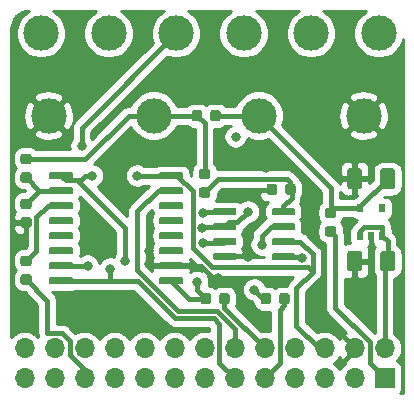
<source format=gbr>
G04 #@! TF.GenerationSoftware,KiCad,Pcbnew,(5.1.4)-1*
G04 #@! TF.CreationDate,2019-12-12T20:06:14+09:00*
G04 #@! TF.ProjectId,microcar_head,6d696372-6f63-4617-925f-686561642e6b,rev?*
G04 #@! TF.SameCoordinates,Original*
G04 #@! TF.FileFunction,Copper,L1,Top*
G04 #@! TF.FilePolarity,Positive*
%FSLAX46Y46*%
G04 Gerber Fmt 4.6, Leading zero omitted, Abs format (unit mm)*
G04 Created by KiCad (PCBNEW (5.1.4)-1) date 2019-12-12 20:06:14*
%MOMM*%
%LPD*%
G04 APERTURE LIST*
%ADD10O,1.700000X1.700000*%
%ADD11R,1.700000X1.700000*%
%ADD12C,0.100000*%
%ADD13C,0.875000*%
%ADD14C,3.000000*%
%ADD15C,0.600000*%
%ADD16R,0.510000X0.700000*%
%ADD17C,1.250000*%
%ADD18C,0.800000*%
%ADD19C,0.400000*%
%ADD20C,0.254000*%
G04 APERTURE END LIST*
D10*
X20828000Y-61595000D03*
X20828000Y-64135000D03*
X23368000Y-61595000D03*
X23368000Y-64135000D03*
X25908000Y-61595000D03*
X25908000Y-64135000D03*
X28448000Y-61595000D03*
X28448000Y-64135000D03*
X30988000Y-61595000D03*
X30988000Y-64135000D03*
X33528000Y-61595000D03*
X33528000Y-64135000D03*
X36068000Y-61595000D03*
X36068000Y-64135000D03*
X38608000Y-61595000D03*
X38608000Y-64135000D03*
X41148000Y-61595000D03*
X41148000Y-64135000D03*
X43688000Y-61595000D03*
X43688000Y-64135000D03*
X46228000Y-61595000D03*
X46228000Y-64135000D03*
X48768000Y-61595000D03*
X48768000Y-64135000D03*
X51308000Y-61595000D03*
D11*
X51308000Y-64135000D03*
D12*
G36*
X36409691Y-56930053D02*
G01*
X36430926Y-56933203D01*
X36451750Y-56938419D01*
X36471962Y-56945651D01*
X36491368Y-56954830D01*
X36509781Y-56965866D01*
X36527024Y-56978654D01*
X36542930Y-56993070D01*
X36557346Y-57008976D01*
X36570134Y-57026219D01*
X36581170Y-57044632D01*
X36590349Y-57064038D01*
X36597581Y-57084250D01*
X36602797Y-57105074D01*
X36605947Y-57126309D01*
X36607000Y-57147750D01*
X36607000Y-57660250D01*
X36605947Y-57681691D01*
X36602797Y-57702926D01*
X36597581Y-57723750D01*
X36590349Y-57743962D01*
X36581170Y-57763368D01*
X36570134Y-57781781D01*
X36557346Y-57799024D01*
X36542930Y-57814930D01*
X36527024Y-57829346D01*
X36509781Y-57842134D01*
X36491368Y-57853170D01*
X36471962Y-57862349D01*
X36451750Y-57869581D01*
X36430926Y-57874797D01*
X36409691Y-57877947D01*
X36388250Y-57879000D01*
X35950750Y-57879000D01*
X35929309Y-57877947D01*
X35908074Y-57874797D01*
X35887250Y-57869581D01*
X35867038Y-57862349D01*
X35847632Y-57853170D01*
X35829219Y-57842134D01*
X35811976Y-57829346D01*
X35796070Y-57814930D01*
X35781654Y-57799024D01*
X35768866Y-57781781D01*
X35757830Y-57763368D01*
X35748651Y-57743962D01*
X35741419Y-57723750D01*
X35736203Y-57702926D01*
X35733053Y-57681691D01*
X35732000Y-57660250D01*
X35732000Y-57147750D01*
X35733053Y-57126309D01*
X35736203Y-57105074D01*
X35741419Y-57084250D01*
X35748651Y-57064038D01*
X35757830Y-57044632D01*
X35768866Y-57026219D01*
X35781654Y-57008976D01*
X35796070Y-56993070D01*
X35811976Y-56978654D01*
X35829219Y-56965866D01*
X35847632Y-56954830D01*
X35867038Y-56945651D01*
X35887250Y-56938419D01*
X35908074Y-56933203D01*
X35929309Y-56930053D01*
X35950750Y-56929000D01*
X36388250Y-56929000D01*
X36409691Y-56930053D01*
X36409691Y-56930053D01*
G37*
D13*
X36169500Y-57404000D03*
D12*
G36*
X37984691Y-56930053D02*
G01*
X38005926Y-56933203D01*
X38026750Y-56938419D01*
X38046962Y-56945651D01*
X38066368Y-56954830D01*
X38084781Y-56965866D01*
X38102024Y-56978654D01*
X38117930Y-56993070D01*
X38132346Y-57008976D01*
X38145134Y-57026219D01*
X38156170Y-57044632D01*
X38165349Y-57064038D01*
X38172581Y-57084250D01*
X38177797Y-57105074D01*
X38180947Y-57126309D01*
X38182000Y-57147750D01*
X38182000Y-57660250D01*
X38180947Y-57681691D01*
X38177797Y-57702926D01*
X38172581Y-57723750D01*
X38165349Y-57743962D01*
X38156170Y-57763368D01*
X38145134Y-57781781D01*
X38132346Y-57799024D01*
X38117930Y-57814930D01*
X38102024Y-57829346D01*
X38084781Y-57842134D01*
X38066368Y-57853170D01*
X38046962Y-57862349D01*
X38026750Y-57869581D01*
X38005926Y-57874797D01*
X37984691Y-57877947D01*
X37963250Y-57879000D01*
X37525750Y-57879000D01*
X37504309Y-57877947D01*
X37483074Y-57874797D01*
X37462250Y-57869581D01*
X37442038Y-57862349D01*
X37422632Y-57853170D01*
X37404219Y-57842134D01*
X37386976Y-57829346D01*
X37371070Y-57814930D01*
X37356654Y-57799024D01*
X37343866Y-57781781D01*
X37332830Y-57763368D01*
X37323651Y-57743962D01*
X37316419Y-57723750D01*
X37311203Y-57702926D01*
X37308053Y-57681691D01*
X37307000Y-57660250D01*
X37307000Y-57147750D01*
X37308053Y-57126309D01*
X37311203Y-57105074D01*
X37316419Y-57084250D01*
X37323651Y-57064038D01*
X37332830Y-57044632D01*
X37343866Y-57026219D01*
X37356654Y-57008976D01*
X37371070Y-56993070D01*
X37386976Y-56978654D01*
X37404219Y-56965866D01*
X37422632Y-56954830D01*
X37442038Y-56945651D01*
X37462250Y-56938419D01*
X37483074Y-56933203D01*
X37504309Y-56930053D01*
X37525750Y-56929000D01*
X37963250Y-56929000D01*
X37984691Y-56930053D01*
X37984691Y-56930053D01*
G37*
D13*
X37744500Y-57404000D03*
D12*
G36*
X43064691Y-56930053D02*
G01*
X43085926Y-56933203D01*
X43106750Y-56938419D01*
X43126962Y-56945651D01*
X43146368Y-56954830D01*
X43164781Y-56965866D01*
X43182024Y-56978654D01*
X43197930Y-56993070D01*
X43212346Y-57008976D01*
X43225134Y-57026219D01*
X43236170Y-57044632D01*
X43245349Y-57064038D01*
X43252581Y-57084250D01*
X43257797Y-57105074D01*
X43260947Y-57126309D01*
X43262000Y-57147750D01*
X43262000Y-57660250D01*
X43260947Y-57681691D01*
X43257797Y-57702926D01*
X43252581Y-57723750D01*
X43245349Y-57743962D01*
X43236170Y-57763368D01*
X43225134Y-57781781D01*
X43212346Y-57799024D01*
X43197930Y-57814930D01*
X43182024Y-57829346D01*
X43164781Y-57842134D01*
X43146368Y-57853170D01*
X43126962Y-57862349D01*
X43106750Y-57869581D01*
X43085926Y-57874797D01*
X43064691Y-57877947D01*
X43043250Y-57879000D01*
X42605750Y-57879000D01*
X42584309Y-57877947D01*
X42563074Y-57874797D01*
X42542250Y-57869581D01*
X42522038Y-57862349D01*
X42502632Y-57853170D01*
X42484219Y-57842134D01*
X42466976Y-57829346D01*
X42451070Y-57814930D01*
X42436654Y-57799024D01*
X42423866Y-57781781D01*
X42412830Y-57763368D01*
X42403651Y-57743962D01*
X42396419Y-57723750D01*
X42391203Y-57702926D01*
X42388053Y-57681691D01*
X42387000Y-57660250D01*
X42387000Y-57147750D01*
X42388053Y-57126309D01*
X42391203Y-57105074D01*
X42396419Y-57084250D01*
X42403651Y-57064038D01*
X42412830Y-57044632D01*
X42423866Y-57026219D01*
X42436654Y-57008976D01*
X42451070Y-56993070D01*
X42466976Y-56978654D01*
X42484219Y-56965866D01*
X42502632Y-56954830D01*
X42522038Y-56945651D01*
X42542250Y-56938419D01*
X42563074Y-56933203D01*
X42584309Y-56930053D01*
X42605750Y-56929000D01*
X43043250Y-56929000D01*
X43064691Y-56930053D01*
X43064691Y-56930053D01*
G37*
D13*
X42824500Y-57404000D03*
D12*
G36*
X41489691Y-56930053D02*
G01*
X41510926Y-56933203D01*
X41531750Y-56938419D01*
X41551962Y-56945651D01*
X41571368Y-56954830D01*
X41589781Y-56965866D01*
X41607024Y-56978654D01*
X41622930Y-56993070D01*
X41637346Y-57008976D01*
X41650134Y-57026219D01*
X41661170Y-57044632D01*
X41670349Y-57064038D01*
X41677581Y-57084250D01*
X41682797Y-57105074D01*
X41685947Y-57126309D01*
X41687000Y-57147750D01*
X41687000Y-57660250D01*
X41685947Y-57681691D01*
X41682797Y-57702926D01*
X41677581Y-57723750D01*
X41670349Y-57743962D01*
X41661170Y-57763368D01*
X41650134Y-57781781D01*
X41637346Y-57799024D01*
X41622930Y-57814930D01*
X41607024Y-57829346D01*
X41589781Y-57842134D01*
X41571368Y-57853170D01*
X41551962Y-57862349D01*
X41531750Y-57869581D01*
X41510926Y-57874797D01*
X41489691Y-57877947D01*
X41468250Y-57879000D01*
X41030750Y-57879000D01*
X41009309Y-57877947D01*
X40988074Y-57874797D01*
X40967250Y-57869581D01*
X40947038Y-57862349D01*
X40927632Y-57853170D01*
X40909219Y-57842134D01*
X40891976Y-57829346D01*
X40876070Y-57814930D01*
X40861654Y-57799024D01*
X40848866Y-57781781D01*
X40837830Y-57763368D01*
X40828651Y-57743962D01*
X40821419Y-57723750D01*
X40816203Y-57702926D01*
X40813053Y-57681691D01*
X40812000Y-57660250D01*
X40812000Y-57147750D01*
X40813053Y-57126309D01*
X40816203Y-57105074D01*
X40821419Y-57084250D01*
X40828651Y-57064038D01*
X40837830Y-57044632D01*
X40848866Y-57026219D01*
X40861654Y-57008976D01*
X40876070Y-56993070D01*
X40891976Y-56978654D01*
X40909219Y-56965866D01*
X40927632Y-56954830D01*
X40947038Y-56945651D01*
X40967250Y-56938419D01*
X40988074Y-56933203D01*
X41009309Y-56930053D01*
X41030750Y-56929000D01*
X41468250Y-56929000D01*
X41489691Y-56930053D01*
X41489691Y-56930053D01*
G37*
D13*
X41249500Y-57404000D03*
D12*
G36*
X21232691Y-55342053D02*
G01*
X21253926Y-55345203D01*
X21274750Y-55350419D01*
X21294962Y-55357651D01*
X21314368Y-55366830D01*
X21332781Y-55377866D01*
X21350024Y-55390654D01*
X21365930Y-55405070D01*
X21380346Y-55420976D01*
X21393134Y-55438219D01*
X21404170Y-55456632D01*
X21413349Y-55476038D01*
X21420581Y-55496250D01*
X21425797Y-55517074D01*
X21428947Y-55538309D01*
X21430000Y-55559750D01*
X21430000Y-55997250D01*
X21428947Y-56018691D01*
X21425797Y-56039926D01*
X21420581Y-56060750D01*
X21413349Y-56080962D01*
X21404170Y-56100368D01*
X21393134Y-56118781D01*
X21380346Y-56136024D01*
X21365930Y-56151930D01*
X21350024Y-56166346D01*
X21332781Y-56179134D01*
X21314368Y-56190170D01*
X21294962Y-56199349D01*
X21274750Y-56206581D01*
X21253926Y-56211797D01*
X21232691Y-56214947D01*
X21211250Y-56216000D01*
X20698750Y-56216000D01*
X20677309Y-56214947D01*
X20656074Y-56211797D01*
X20635250Y-56206581D01*
X20615038Y-56199349D01*
X20595632Y-56190170D01*
X20577219Y-56179134D01*
X20559976Y-56166346D01*
X20544070Y-56151930D01*
X20529654Y-56136024D01*
X20516866Y-56118781D01*
X20505830Y-56100368D01*
X20496651Y-56080962D01*
X20489419Y-56060750D01*
X20484203Y-56039926D01*
X20481053Y-56018691D01*
X20480000Y-55997250D01*
X20480000Y-55559750D01*
X20481053Y-55538309D01*
X20484203Y-55517074D01*
X20489419Y-55496250D01*
X20496651Y-55476038D01*
X20505830Y-55456632D01*
X20516866Y-55438219D01*
X20529654Y-55420976D01*
X20544070Y-55405070D01*
X20559976Y-55390654D01*
X20577219Y-55377866D01*
X20595632Y-55366830D01*
X20615038Y-55357651D01*
X20635250Y-55350419D01*
X20656074Y-55345203D01*
X20677309Y-55342053D01*
X20698750Y-55341000D01*
X21211250Y-55341000D01*
X21232691Y-55342053D01*
X21232691Y-55342053D01*
G37*
D13*
X20955000Y-55778500D03*
D12*
G36*
X21232691Y-53767053D02*
G01*
X21253926Y-53770203D01*
X21274750Y-53775419D01*
X21294962Y-53782651D01*
X21314368Y-53791830D01*
X21332781Y-53802866D01*
X21350024Y-53815654D01*
X21365930Y-53830070D01*
X21380346Y-53845976D01*
X21393134Y-53863219D01*
X21404170Y-53881632D01*
X21413349Y-53901038D01*
X21420581Y-53921250D01*
X21425797Y-53942074D01*
X21428947Y-53963309D01*
X21430000Y-53984750D01*
X21430000Y-54422250D01*
X21428947Y-54443691D01*
X21425797Y-54464926D01*
X21420581Y-54485750D01*
X21413349Y-54505962D01*
X21404170Y-54525368D01*
X21393134Y-54543781D01*
X21380346Y-54561024D01*
X21365930Y-54576930D01*
X21350024Y-54591346D01*
X21332781Y-54604134D01*
X21314368Y-54615170D01*
X21294962Y-54624349D01*
X21274750Y-54631581D01*
X21253926Y-54636797D01*
X21232691Y-54639947D01*
X21211250Y-54641000D01*
X20698750Y-54641000D01*
X20677309Y-54639947D01*
X20656074Y-54636797D01*
X20635250Y-54631581D01*
X20615038Y-54624349D01*
X20595632Y-54615170D01*
X20577219Y-54604134D01*
X20559976Y-54591346D01*
X20544070Y-54576930D01*
X20529654Y-54561024D01*
X20516866Y-54543781D01*
X20505830Y-54525368D01*
X20496651Y-54505962D01*
X20489419Y-54485750D01*
X20484203Y-54464926D01*
X20481053Y-54443691D01*
X20480000Y-54422250D01*
X20480000Y-53984750D01*
X20481053Y-53963309D01*
X20484203Y-53942074D01*
X20489419Y-53921250D01*
X20496651Y-53901038D01*
X20505830Y-53881632D01*
X20516866Y-53863219D01*
X20529654Y-53845976D01*
X20544070Y-53830070D01*
X20559976Y-53815654D01*
X20577219Y-53802866D01*
X20595632Y-53791830D01*
X20615038Y-53782651D01*
X20635250Y-53775419D01*
X20656074Y-53770203D01*
X20677309Y-53767053D01*
X20698750Y-53766000D01*
X21211250Y-53766000D01*
X21232691Y-53767053D01*
X21232691Y-53767053D01*
G37*
D13*
X20955000Y-54203500D03*
D12*
G36*
X47013691Y-49703053D02*
G01*
X47034926Y-49706203D01*
X47055750Y-49711419D01*
X47075962Y-49718651D01*
X47095368Y-49727830D01*
X47113781Y-49738866D01*
X47131024Y-49751654D01*
X47146930Y-49766070D01*
X47161346Y-49781976D01*
X47174134Y-49799219D01*
X47185170Y-49817632D01*
X47194349Y-49837038D01*
X47201581Y-49857250D01*
X47206797Y-49878074D01*
X47209947Y-49899309D01*
X47211000Y-49920750D01*
X47211000Y-50358250D01*
X47209947Y-50379691D01*
X47206797Y-50400926D01*
X47201581Y-50421750D01*
X47194349Y-50441962D01*
X47185170Y-50461368D01*
X47174134Y-50479781D01*
X47161346Y-50497024D01*
X47146930Y-50512930D01*
X47131024Y-50527346D01*
X47113781Y-50540134D01*
X47095368Y-50551170D01*
X47075962Y-50560349D01*
X47055750Y-50567581D01*
X47034926Y-50572797D01*
X47013691Y-50575947D01*
X46992250Y-50577000D01*
X46479750Y-50577000D01*
X46458309Y-50575947D01*
X46437074Y-50572797D01*
X46416250Y-50567581D01*
X46396038Y-50560349D01*
X46376632Y-50551170D01*
X46358219Y-50540134D01*
X46340976Y-50527346D01*
X46325070Y-50512930D01*
X46310654Y-50497024D01*
X46297866Y-50479781D01*
X46286830Y-50461368D01*
X46277651Y-50441962D01*
X46270419Y-50421750D01*
X46265203Y-50400926D01*
X46262053Y-50379691D01*
X46261000Y-50358250D01*
X46261000Y-49920750D01*
X46262053Y-49899309D01*
X46265203Y-49878074D01*
X46270419Y-49857250D01*
X46277651Y-49837038D01*
X46286830Y-49817632D01*
X46297866Y-49799219D01*
X46310654Y-49781976D01*
X46325070Y-49766070D01*
X46340976Y-49751654D01*
X46358219Y-49738866D01*
X46376632Y-49727830D01*
X46396038Y-49718651D01*
X46416250Y-49711419D01*
X46437074Y-49706203D01*
X46458309Y-49703053D01*
X46479750Y-49702000D01*
X46992250Y-49702000D01*
X47013691Y-49703053D01*
X47013691Y-49703053D01*
G37*
D13*
X46736000Y-50139500D03*
D12*
G36*
X47013691Y-51278053D02*
G01*
X47034926Y-51281203D01*
X47055750Y-51286419D01*
X47075962Y-51293651D01*
X47095368Y-51302830D01*
X47113781Y-51313866D01*
X47131024Y-51326654D01*
X47146930Y-51341070D01*
X47161346Y-51356976D01*
X47174134Y-51374219D01*
X47185170Y-51392632D01*
X47194349Y-51412038D01*
X47201581Y-51432250D01*
X47206797Y-51453074D01*
X47209947Y-51474309D01*
X47211000Y-51495750D01*
X47211000Y-51933250D01*
X47209947Y-51954691D01*
X47206797Y-51975926D01*
X47201581Y-51996750D01*
X47194349Y-52016962D01*
X47185170Y-52036368D01*
X47174134Y-52054781D01*
X47161346Y-52072024D01*
X47146930Y-52087930D01*
X47131024Y-52102346D01*
X47113781Y-52115134D01*
X47095368Y-52126170D01*
X47075962Y-52135349D01*
X47055750Y-52142581D01*
X47034926Y-52147797D01*
X47013691Y-52150947D01*
X46992250Y-52152000D01*
X46479750Y-52152000D01*
X46458309Y-52150947D01*
X46437074Y-52147797D01*
X46416250Y-52142581D01*
X46396038Y-52135349D01*
X46376632Y-52126170D01*
X46358219Y-52115134D01*
X46340976Y-52102346D01*
X46325070Y-52087930D01*
X46310654Y-52072024D01*
X46297866Y-52054781D01*
X46286830Y-52036368D01*
X46277651Y-52016962D01*
X46270419Y-51996750D01*
X46265203Y-51975926D01*
X46262053Y-51954691D01*
X46261000Y-51933250D01*
X46261000Y-51495750D01*
X46262053Y-51474309D01*
X46265203Y-51453074D01*
X46270419Y-51432250D01*
X46277651Y-51412038D01*
X46286830Y-51392632D01*
X46297866Y-51374219D01*
X46310654Y-51356976D01*
X46325070Y-51341070D01*
X46340976Y-51326654D01*
X46358219Y-51313866D01*
X46376632Y-51302830D01*
X46396038Y-51293651D01*
X46416250Y-51286419D01*
X46437074Y-51281203D01*
X46458309Y-51278053D01*
X46479750Y-51277000D01*
X46992250Y-51277000D01*
X47013691Y-51278053D01*
X47013691Y-51278053D01*
G37*
D13*
X46736000Y-51714500D03*
D14*
X22860000Y-41910000D03*
D12*
G36*
X43573703Y-49738722D02*
G01*
X43588264Y-49740882D01*
X43602543Y-49744459D01*
X43616403Y-49749418D01*
X43629710Y-49755712D01*
X43642336Y-49763280D01*
X43654159Y-49772048D01*
X43665066Y-49781934D01*
X43674952Y-49792841D01*
X43683720Y-49804664D01*
X43691288Y-49817290D01*
X43697582Y-49830597D01*
X43702541Y-49844457D01*
X43706118Y-49858736D01*
X43708278Y-49873297D01*
X43709000Y-49888000D01*
X43709000Y-50188000D01*
X43708278Y-50202703D01*
X43706118Y-50217264D01*
X43702541Y-50231543D01*
X43697582Y-50245403D01*
X43691288Y-50258710D01*
X43683720Y-50271336D01*
X43674952Y-50283159D01*
X43665066Y-50294066D01*
X43654159Y-50303952D01*
X43642336Y-50312720D01*
X43629710Y-50320288D01*
X43616403Y-50326582D01*
X43602543Y-50331541D01*
X43588264Y-50335118D01*
X43573703Y-50337278D01*
X43559000Y-50338000D01*
X41909000Y-50338000D01*
X41894297Y-50337278D01*
X41879736Y-50335118D01*
X41865457Y-50331541D01*
X41851597Y-50326582D01*
X41838290Y-50320288D01*
X41825664Y-50312720D01*
X41813841Y-50303952D01*
X41802934Y-50294066D01*
X41793048Y-50283159D01*
X41784280Y-50271336D01*
X41776712Y-50258710D01*
X41770418Y-50245403D01*
X41765459Y-50231543D01*
X41761882Y-50217264D01*
X41759722Y-50202703D01*
X41759000Y-50188000D01*
X41759000Y-49888000D01*
X41759722Y-49873297D01*
X41761882Y-49858736D01*
X41765459Y-49844457D01*
X41770418Y-49830597D01*
X41776712Y-49817290D01*
X41784280Y-49804664D01*
X41793048Y-49792841D01*
X41802934Y-49781934D01*
X41813841Y-49772048D01*
X41825664Y-49763280D01*
X41838290Y-49755712D01*
X41851597Y-49749418D01*
X41865457Y-49744459D01*
X41879736Y-49740882D01*
X41894297Y-49738722D01*
X41909000Y-49738000D01*
X43559000Y-49738000D01*
X43573703Y-49738722D01*
X43573703Y-49738722D01*
G37*
D15*
X42734000Y-50038000D03*
D12*
G36*
X43573703Y-51008722D02*
G01*
X43588264Y-51010882D01*
X43602543Y-51014459D01*
X43616403Y-51019418D01*
X43629710Y-51025712D01*
X43642336Y-51033280D01*
X43654159Y-51042048D01*
X43665066Y-51051934D01*
X43674952Y-51062841D01*
X43683720Y-51074664D01*
X43691288Y-51087290D01*
X43697582Y-51100597D01*
X43702541Y-51114457D01*
X43706118Y-51128736D01*
X43708278Y-51143297D01*
X43709000Y-51158000D01*
X43709000Y-51458000D01*
X43708278Y-51472703D01*
X43706118Y-51487264D01*
X43702541Y-51501543D01*
X43697582Y-51515403D01*
X43691288Y-51528710D01*
X43683720Y-51541336D01*
X43674952Y-51553159D01*
X43665066Y-51564066D01*
X43654159Y-51573952D01*
X43642336Y-51582720D01*
X43629710Y-51590288D01*
X43616403Y-51596582D01*
X43602543Y-51601541D01*
X43588264Y-51605118D01*
X43573703Y-51607278D01*
X43559000Y-51608000D01*
X41909000Y-51608000D01*
X41894297Y-51607278D01*
X41879736Y-51605118D01*
X41865457Y-51601541D01*
X41851597Y-51596582D01*
X41838290Y-51590288D01*
X41825664Y-51582720D01*
X41813841Y-51573952D01*
X41802934Y-51564066D01*
X41793048Y-51553159D01*
X41784280Y-51541336D01*
X41776712Y-51528710D01*
X41770418Y-51515403D01*
X41765459Y-51501543D01*
X41761882Y-51487264D01*
X41759722Y-51472703D01*
X41759000Y-51458000D01*
X41759000Y-51158000D01*
X41759722Y-51143297D01*
X41761882Y-51128736D01*
X41765459Y-51114457D01*
X41770418Y-51100597D01*
X41776712Y-51087290D01*
X41784280Y-51074664D01*
X41793048Y-51062841D01*
X41802934Y-51051934D01*
X41813841Y-51042048D01*
X41825664Y-51033280D01*
X41838290Y-51025712D01*
X41851597Y-51019418D01*
X41865457Y-51014459D01*
X41879736Y-51010882D01*
X41894297Y-51008722D01*
X41909000Y-51008000D01*
X43559000Y-51008000D01*
X43573703Y-51008722D01*
X43573703Y-51008722D01*
G37*
D15*
X42734000Y-51308000D03*
D12*
G36*
X43573703Y-52278722D02*
G01*
X43588264Y-52280882D01*
X43602543Y-52284459D01*
X43616403Y-52289418D01*
X43629710Y-52295712D01*
X43642336Y-52303280D01*
X43654159Y-52312048D01*
X43665066Y-52321934D01*
X43674952Y-52332841D01*
X43683720Y-52344664D01*
X43691288Y-52357290D01*
X43697582Y-52370597D01*
X43702541Y-52384457D01*
X43706118Y-52398736D01*
X43708278Y-52413297D01*
X43709000Y-52428000D01*
X43709000Y-52728000D01*
X43708278Y-52742703D01*
X43706118Y-52757264D01*
X43702541Y-52771543D01*
X43697582Y-52785403D01*
X43691288Y-52798710D01*
X43683720Y-52811336D01*
X43674952Y-52823159D01*
X43665066Y-52834066D01*
X43654159Y-52843952D01*
X43642336Y-52852720D01*
X43629710Y-52860288D01*
X43616403Y-52866582D01*
X43602543Y-52871541D01*
X43588264Y-52875118D01*
X43573703Y-52877278D01*
X43559000Y-52878000D01*
X41909000Y-52878000D01*
X41894297Y-52877278D01*
X41879736Y-52875118D01*
X41865457Y-52871541D01*
X41851597Y-52866582D01*
X41838290Y-52860288D01*
X41825664Y-52852720D01*
X41813841Y-52843952D01*
X41802934Y-52834066D01*
X41793048Y-52823159D01*
X41784280Y-52811336D01*
X41776712Y-52798710D01*
X41770418Y-52785403D01*
X41765459Y-52771543D01*
X41761882Y-52757264D01*
X41759722Y-52742703D01*
X41759000Y-52728000D01*
X41759000Y-52428000D01*
X41759722Y-52413297D01*
X41761882Y-52398736D01*
X41765459Y-52384457D01*
X41770418Y-52370597D01*
X41776712Y-52357290D01*
X41784280Y-52344664D01*
X41793048Y-52332841D01*
X41802934Y-52321934D01*
X41813841Y-52312048D01*
X41825664Y-52303280D01*
X41838290Y-52295712D01*
X41851597Y-52289418D01*
X41865457Y-52284459D01*
X41879736Y-52280882D01*
X41894297Y-52278722D01*
X41909000Y-52278000D01*
X43559000Y-52278000D01*
X43573703Y-52278722D01*
X43573703Y-52278722D01*
G37*
D15*
X42734000Y-52578000D03*
D12*
G36*
X43573703Y-53548722D02*
G01*
X43588264Y-53550882D01*
X43602543Y-53554459D01*
X43616403Y-53559418D01*
X43629710Y-53565712D01*
X43642336Y-53573280D01*
X43654159Y-53582048D01*
X43665066Y-53591934D01*
X43674952Y-53602841D01*
X43683720Y-53614664D01*
X43691288Y-53627290D01*
X43697582Y-53640597D01*
X43702541Y-53654457D01*
X43706118Y-53668736D01*
X43708278Y-53683297D01*
X43709000Y-53698000D01*
X43709000Y-53998000D01*
X43708278Y-54012703D01*
X43706118Y-54027264D01*
X43702541Y-54041543D01*
X43697582Y-54055403D01*
X43691288Y-54068710D01*
X43683720Y-54081336D01*
X43674952Y-54093159D01*
X43665066Y-54104066D01*
X43654159Y-54113952D01*
X43642336Y-54122720D01*
X43629710Y-54130288D01*
X43616403Y-54136582D01*
X43602543Y-54141541D01*
X43588264Y-54145118D01*
X43573703Y-54147278D01*
X43559000Y-54148000D01*
X41909000Y-54148000D01*
X41894297Y-54147278D01*
X41879736Y-54145118D01*
X41865457Y-54141541D01*
X41851597Y-54136582D01*
X41838290Y-54130288D01*
X41825664Y-54122720D01*
X41813841Y-54113952D01*
X41802934Y-54104066D01*
X41793048Y-54093159D01*
X41784280Y-54081336D01*
X41776712Y-54068710D01*
X41770418Y-54055403D01*
X41765459Y-54041543D01*
X41761882Y-54027264D01*
X41759722Y-54012703D01*
X41759000Y-53998000D01*
X41759000Y-53698000D01*
X41759722Y-53683297D01*
X41761882Y-53668736D01*
X41765459Y-53654457D01*
X41770418Y-53640597D01*
X41776712Y-53627290D01*
X41784280Y-53614664D01*
X41793048Y-53602841D01*
X41802934Y-53591934D01*
X41813841Y-53582048D01*
X41825664Y-53573280D01*
X41838290Y-53565712D01*
X41851597Y-53559418D01*
X41865457Y-53554459D01*
X41879736Y-53550882D01*
X41894297Y-53548722D01*
X41909000Y-53548000D01*
X43559000Y-53548000D01*
X43573703Y-53548722D01*
X43573703Y-53548722D01*
G37*
D15*
X42734000Y-53848000D03*
D12*
G36*
X38623703Y-53548722D02*
G01*
X38638264Y-53550882D01*
X38652543Y-53554459D01*
X38666403Y-53559418D01*
X38679710Y-53565712D01*
X38692336Y-53573280D01*
X38704159Y-53582048D01*
X38715066Y-53591934D01*
X38724952Y-53602841D01*
X38733720Y-53614664D01*
X38741288Y-53627290D01*
X38747582Y-53640597D01*
X38752541Y-53654457D01*
X38756118Y-53668736D01*
X38758278Y-53683297D01*
X38759000Y-53698000D01*
X38759000Y-53998000D01*
X38758278Y-54012703D01*
X38756118Y-54027264D01*
X38752541Y-54041543D01*
X38747582Y-54055403D01*
X38741288Y-54068710D01*
X38733720Y-54081336D01*
X38724952Y-54093159D01*
X38715066Y-54104066D01*
X38704159Y-54113952D01*
X38692336Y-54122720D01*
X38679710Y-54130288D01*
X38666403Y-54136582D01*
X38652543Y-54141541D01*
X38638264Y-54145118D01*
X38623703Y-54147278D01*
X38609000Y-54148000D01*
X36959000Y-54148000D01*
X36944297Y-54147278D01*
X36929736Y-54145118D01*
X36915457Y-54141541D01*
X36901597Y-54136582D01*
X36888290Y-54130288D01*
X36875664Y-54122720D01*
X36863841Y-54113952D01*
X36852934Y-54104066D01*
X36843048Y-54093159D01*
X36834280Y-54081336D01*
X36826712Y-54068710D01*
X36820418Y-54055403D01*
X36815459Y-54041543D01*
X36811882Y-54027264D01*
X36809722Y-54012703D01*
X36809000Y-53998000D01*
X36809000Y-53698000D01*
X36809722Y-53683297D01*
X36811882Y-53668736D01*
X36815459Y-53654457D01*
X36820418Y-53640597D01*
X36826712Y-53627290D01*
X36834280Y-53614664D01*
X36843048Y-53602841D01*
X36852934Y-53591934D01*
X36863841Y-53582048D01*
X36875664Y-53573280D01*
X36888290Y-53565712D01*
X36901597Y-53559418D01*
X36915457Y-53554459D01*
X36929736Y-53550882D01*
X36944297Y-53548722D01*
X36959000Y-53548000D01*
X38609000Y-53548000D01*
X38623703Y-53548722D01*
X38623703Y-53548722D01*
G37*
D15*
X37784000Y-53848000D03*
D12*
G36*
X38623703Y-52278722D02*
G01*
X38638264Y-52280882D01*
X38652543Y-52284459D01*
X38666403Y-52289418D01*
X38679710Y-52295712D01*
X38692336Y-52303280D01*
X38704159Y-52312048D01*
X38715066Y-52321934D01*
X38724952Y-52332841D01*
X38733720Y-52344664D01*
X38741288Y-52357290D01*
X38747582Y-52370597D01*
X38752541Y-52384457D01*
X38756118Y-52398736D01*
X38758278Y-52413297D01*
X38759000Y-52428000D01*
X38759000Y-52728000D01*
X38758278Y-52742703D01*
X38756118Y-52757264D01*
X38752541Y-52771543D01*
X38747582Y-52785403D01*
X38741288Y-52798710D01*
X38733720Y-52811336D01*
X38724952Y-52823159D01*
X38715066Y-52834066D01*
X38704159Y-52843952D01*
X38692336Y-52852720D01*
X38679710Y-52860288D01*
X38666403Y-52866582D01*
X38652543Y-52871541D01*
X38638264Y-52875118D01*
X38623703Y-52877278D01*
X38609000Y-52878000D01*
X36959000Y-52878000D01*
X36944297Y-52877278D01*
X36929736Y-52875118D01*
X36915457Y-52871541D01*
X36901597Y-52866582D01*
X36888290Y-52860288D01*
X36875664Y-52852720D01*
X36863841Y-52843952D01*
X36852934Y-52834066D01*
X36843048Y-52823159D01*
X36834280Y-52811336D01*
X36826712Y-52798710D01*
X36820418Y-52785403D01*
X36815459Y-52771543D01*
X36811882Y-52757264D01*
X36809722Y-52742703D01*
X36809000Y-52728000D01*
X36809000Y-52428000D01*
X36809722Y-52413297D01*
X36811882Y-52398736D01*
X36815459Y-52384457D01*
X36820418Y-52370597D01*
X36826712Y-52357290D01*
X36834280Y-52344664D01*
X36843048Y-52332841D01*
X36852934Y-52321934D01*
X36863841Y-52312048D01*
X36875664Y-52303280D01*
X36888290Y-52295712D01*
X36901597Y-52289418D01*
X36915457Y-52284459D01*
X36929736Y-52280882D01*
X36944297Y-52278722D01*
X36959000Y-52278000D01*
X38609000Y-52278000D01*
X38623703Y-52278722D01*
X38623703Y-52278722D01*
G37*
D15*
X37784000Y-52578000D03*
D12*
G36*
X38623703Y-51008722D02*
G01*
X38638264Y-51010882D01*
X38652543Y-51014459D01*
X38666403Y-51019418D01*
X38679710Y-51025712D01*
X38692336Y-51033280D01*
X38704159Y-51042048D01*
X38715066Y-51051934D01*
X38724952Y-51062841D01*
X38733720Y-51074664D01*
X38741288Y-51087290D01*
X38747582Y-51100597D01*
X38752541Y-51114457D01*
X38756118Y-51128736D01*
X38758278Y-51143297D01*
X38759000Y-51158000D01*
X38759000Y-51458000D01*
X38758278Y-51472703D01*
X38756118Y-51487264D01*
X38752541Y-51501543D01*
X38747582Y-51515403D01*
X38741288Y-51528710D01*
X38733720Y-51541336D01*
X38724952Y-51553159D01*
X38715066Y-51564066D01*
X38704159Y-51573952D01*
X38692336Y-51582720D01*
X38679710Y-51590288D01*
X38666403Y-51596582D01*
X38652543Y-51601541D01*
X38638264Y-51605118D01*
X38623703Y-51607278D01*
X38609000Y-51608000D01*
X36959000Y-51608000D01*
X36944297Y-51607278D01*
X36929736Y-51605118D01*
X36915457Y-51601541D01*
X36901597Y-51596582D01*
X36888290Y-51590288D01*
X36875664Y-51582720D01*
X36863841Y-51573952D01*
X36852934Y-51564066D01*
X36843048Y-51553159D01*
X36834280Y-51541336D01*
X36826712Y-51528710D01*
X36820418Y-51515403D01*
X36815459Y-51501543D01*
X36811882Y-51487264D01*
X36809722Y-51472703D01*
X36809000Y-51458000D01*
X36809000Y-51158000D01*
X36809722Y-51143297D01*
X36811882Y-51128736D01*
X36815459Y-51114457D01*
X36820418Y-51100597D01*
X36826712Y-51087290D01*
X36834280Y-51074664D01*
X36843048Y-51062841D01*
X36852934Y-51051934D01*
X36863841Y-51042048D01*
X36875664Y-51033280D01*
X36888290Y-51025712D01*
X36901597Y-51019418D01*
X36915457Y-51014459D01*
X36929736Y-51010882D01*
X36944297Y-51008722D01*
X36959000Y-51008000D01*
X38609000Y-51008000D01*
X38623703Y-51008722D01*
X38623703Y-51008722D01*
G37*
D15*
X37784000Y-51308000D03*
D12*
G36*
X38623703Y-49738722D02*
G01*
X38638264Y-49740882D01*
X38652543Y-49744459D01*
X38666403Y-49749418D01*
X38679710Y-49755712D01*
X38692336Y-49763280D01*
X38704159Y-49772048D01*
X38715066Y-49781934D01*
X38724952Y-49792841D01*
X38733720Y-49804664D01*
X38741288Y-49817290D01*
X38747582Y-49830597D01*
X38752541Y-49844457D01*
X38756118Y-49858736D01*
X38758278Y-49873297D01*
X38759000Y-49888000D01*
X38759000Y-50188000D01*
X38758278Y-50202703D01*
X38756118Y-50217264D01*
X38752541Y-50231543D01*
X38747582Y-50245403D01*
X38741288Y-50258710D01*
X38733720Y-50271336D01*
X38724952Y-50283159D01*
X38715066Y-50294066D01*
X38704159Y-50303952D01*
X38692336Y-50312720D01*
X38679710Y-50320288D01*
X38666403Y-50326582D01*
X38652543Y-50331541D01*
X38638264Y-50335118D01*
X38623703Y-50337278D01*
X38609000Y-50338000D01*
X36959000Y-50338000D01*
X36944297Y-50337278D01*
X36929736Y-50335118D01*
X36915457Y-50331541D01*
X36901597Y-50326582D01*
X36888290Y-50320288D01*
X36875664Y-50312720D01*
X36863841Y-50303952D01*
X36852934Y-50294066D01*
X36843048Y-50283159D01*
X36834280Y-50271336D01*
X36826712Y-50258710D01*
X36820418Y-50245403D01*
X36815459Y-50231543D01*
X36811882Y-50217264D01*
X36809722Y-50202703D01*
X36809000Y-50188000D01*
X36809000Y-49888000D01*
X36809722Y-49873297D01*
X36811882Y-49858736D01*
X36815459Y-49844457D01*
X36820418Y-49830597D01*
X36826712Y-49817290D01*
X36834280Y-49804664D01*
X36843048Y-49792841D01*
X36852934Y-49781934D01*
X36863841Y-49772048D01*
X36875664Y-49763280D01*
X36888290Y-49755712D01*
X36901597Y-49749418D01*
X36915457Y-49744459D01*
X36929736Y-49740882D01*
X36944297Y-49738722D01*
X36959000Y-49738000D01*
X38609000Y-49738000D01*
X38623703Y-49738722D01*
X38623703Y-49738722D01*
G37*
D15*
X37784000Y-50038000D03*
D12*
G36*
X34114703Y-46690722D02*
G01*
X34129264Y-46692882D01*
X34143543Y-46696459D01*
X34157403Y-46701418D01*
X34170710Y-46707712D01*
X34183336Y-46715280D01*
X34195159Y-46724048D01*
X34206066Y-46733934D01*
X34215952Y-46744841D01*
X34224720Y-46756664D01*
X34232288Y-46769290D01*
X34238582Y-46782597D01*
X34243541Y-46796457D01*
X34247118Y-46810736D01*
X34249278Y-46825297D01*
X34250000Y-46840000D01*
X34250000Y-47140000D01*
X34249278Y-47154703D01*
X34247118Y-47169264D01*
X34243541Y-47183543D01*
X34238582Y-47197403D01*
X34232288Y-47210710D01*
X34224720Y-47223336D01*
X34215952Y-47235159D01*
X34206066Y-47246066D01*
X34195159Y-47255952D01*
X34183336Y-47264720D01*
X34170710Y-47272288D01*
X34157403Y-47278582D01*
X34143543Y-47283541D01*
X34129264Y-47287118D01*
X34114703Y-47289278D01*
X34100000Y-47290000D01*
X32350000Y-47290000D01*
X32335297Y-47289278D01*
X32320736Y-47287118D01*
X32306457Y-47283541D01*
X32292597Y-47278582D01*
X32279290Y-47272288D01*
X32266664Y-47264720D01*
X32254841Y-47255952D01*
X32243934Y-47246066D01*
X32234048Y-47235159D01*
X32225280Y-47223336D01*
X32217712Y-47210710D01*
X32211418Y-47197403D01*
X32206459Y-47183543D01*
X32202882Y-47169264D01*
X32200722Y-47154703D01*
X32200000Y-47140000D01*
X32200000Y-46840000D01*
X32200722Y-46825297D01*
X32202882Y-46810736D01*
X32206459Y-46796457D01*
X32211418Y-46782597D01*
X32217712Y-46769290D01*
X32225280Y-46756664D01*
X32234048Y-46744841D01*
X32243934Y-46733934D01*
X32254841Y-46724048D01*
X32266664Y-46715280D01*
X32279290Y-46707712D01*
X32292597Y-46701418D01*
X32306457Y-46696459D01*
X32320736Y-46692882D01*
X32335297Y-46690722D01*
X32350000Y-46690000D01*
X34100000Y-46690000D01*
X34114703Y-46690722D01*
X34114703Y-46690722D01*
G37*
D15*
X33225000Y-46990000D03*
D12*
G36*
X34114703Y-47960722D02*
G01*
X34129264Y-47962882D01*
X34143543Y-47966459D01*
X34157403Y-47971418D01*
X34170710Y-47977712D01*
X34183336Y-47985280D01*
X34195159Y-47994048D01*
X34206066Y-48003934D01*
X34215952Y-48014841D01*
X34224720Y-48026664D01*
X34232288Y-48039290D01*
X34238582Y-48052597D01*
X34243541Y-48066457D01*
X34247118Y-48080736D01*
X34249278Y-48095297D01*
X34250000Y-48110000D01*
X34250000Y-48410000D01*
X34249278Y-48424703D01*
X34247118Y-48439264D01*
X34243541Y-48453543D01*
X34238582Y-48467403D01*
X34232288Y-48480710D01*
X34224720Y-48493336D01*
X34215952Y-48505159D01*
X34206066Y-48516066D01*
X34195159Y-48525952D01*
X34183336Y-48534720D01*
X34170710Y-48542288D01*
X34157403Y-48548582D01*
X34143543Y-48553541D01*
X34129264Y-48557118D01*
X34114703Y-48559278D01*
X34100000Y-48560000D01*
X32350000Y-48560000D01*
X32335297Y-48559278D01*
X32320736Y-48557118D01*
X32306457Y-48553541D01*
X32292597Y-48548582D01*
X32279290Y-48542288D01*
X32266664Y-48534720D01*
X32254841Y-48525952D01*
X32243934Y-48516066D01*
X32234048Y-48505159D01*
X32225280Y-48493336D01*
X32217712Y-48480710D01*
X32211418Y-48467403D01*
X32206459Y-48453543D01*
X32202882Y-48439264D01*
X32200722Y-48424703D01*
X32200000Y-48410000D01*
X32200000Y-48110000D01*
X32200722Y-48095297D01*
X32202882Y-48080736D01*
X32206459Y-48066457D01*
X32211418Y-48052597D01*
X32217712Y-48039290D01*
X32225280Y-48026664D01*
X32234048Y-48014841D01*
X32243934Y-48003934D01*
X32254841Y-47994048D01*
X32266664Y-47985280D01*
X32279290Y-47977712D01*
X32292597Y-47971418D01*
X32306457Y-47966459D01*
X32320736Y-47962882D01*
X32335297Y-47960722D01*
X32350000Y-47960000D01*
X34100000Y-47960000D01*
X34114703Y-47960722D01*
X34114703Y-47960722D01*
G37*
D15*
X33225000Y-48260000D03*
D12*
G36*
X34114703Y-49230722D02*
G01*
X34129264Y-49232882D01*
X34143543Y-49236459D01*
X34157403Y-49241418D01*
X34170710Y-49247712D01*
X34183336Y-49255280D01*
X34195159Y-49264048D01*
X34206066Y-49273934D01*
X34215952Y-49284841D01*
X34224720Y-49296664D01*
X34232288Y-49309290D01*
X34238582Y-49322597D01*
X34243541Y-49336457D01*
X34247118Y-49350736D01*
X34249278Y-49365297D01*
X34250000Y-49380000D01*
X34250000Y-49680000D01*
X34249278Y-49694703D01*
X34247118Y-49709264D01*
X34243541Y-49723543D01*
X34238582Y-49737403D01*
X34232288Y-49750710D01*
X34224720Y-49763336D01*
X34215952Y-49775159D01*
X34206066Y-49786066D01*
X34195159Y-49795952D01*
X34183336Y-49804720D01*
X34170710Y-49812288D01*
X34157403Y-49818582D01*
X34143543Y-49823541D01*
X34129264Y-49827118D01*
X34114703Y-49829278D01*
X34100000Y-49830000D01*
X32350000Y-49830000D01*
X32335297Y-49829278D01*
X32320736Y-49827118D01*
X32306457Y-49823541D01*
X32292597Y-49818582D01*
X32279290Y-49812288D01*
X32266664Y-49804720D01*
X32254841Y-49795952D01*
X32243934Y-49786066D01*
X32234048Y-49775159D01*
X32225280Y-49763336D01*
X32217712Y-49750710D01*
X32211418Y-49737403D01*
X32206459Y-49723543D01*
X32202882Y-49709264D01*
X32200722Y-49694703D01*
X32200000Y-49680000D01*
X32200000Y-49380000D01*
X32200722Y-49365297D01*
X32202882Y-49350736D01*
X32206459Y-49336457D01*
X32211418Y-49322597D01*
X32217712Y-49309290D01*
X32225280Y-49296664D01*
X32234048Y-49284841D01*
X32243934Y-49273934D01*
X32254841Y-49264048D01*
X32266664Y-49255280D01*
X32279290Y-49247712D01*
X32292597Y-49241418D01*
X32306457Y-49236459D01*
X32320736Y-49232882D01*
X32335297Y-49230722D01*
X32350000Y-49230000D01*
X34100000Y-49230000D01*
X34114703Y-49230722D01*
X34114703Y-49230722D01*
G37*
D15*
X33225000Y-49530000D03*
D12*
G36*
X34114703Y-50500722D02*
G01*
X34129264Y-50502882D01*
X34143543Y-50506459D01*
X34157403Y-50511418D01*
X34170710Y-50517712D01*
X34183336Y-50525280D01*
X34195159Y-50534048D01*
X34206066Y-50543934D01*
X34215952Y-50554841D01*
X34224720Y-50566664D01*
X34232288Y-50579290D01*
X34238582Y-50592597D01*
X34243541Y-50606457D01*
X34247118Y-50620736D01*
X34249278Y-50635297D01*
X34250000Y-50650000D01*
X34250000Y-50950000D01*
X34249278Y-50964703D01*
X34247118Y-50979264D01*
X34243541Y-50993543D01*
X34238582Y-51007403D01*
X34232288Y-51020710D01*
X34224720Y-51033336D01*
X34215952Y-51045159D01*
X34206066Y-51056066D01*
X34195159Y-51065952D01*
X34183336Y-51074720D01*
X34170710Y-51082288D01*
X34157403Y-51088582D01*
X34143543Y-51093541D01*
X34129264Y-51097118D01*
X34114703Y-51099278D01*
X34100000Y-51100000D01*
X32350000Y-51100000D01*
X32335297Y-51099278D01*
X32320736Y-51097118D01*
X32306457Y-51093541D01*
X32292597Y-51088582D01*
X32279290Y-51082288D01*
X32266664Y-51074720D01*
X32254841Y-51065952D01*
X32243934Y-51056066D01*
X32234048Y-51045159D01*
X32225280Y-51033336D01*
X32217712Y-51020710D01*
X32211418Y-51007403D01*
X32206459Y-50993543D01*
X32202882Y-50979264D01*
X32200722Y-50964703D01*
X32200000Y-50950000D01*
X32200000Y-50650000D01*
X32200722Y-50635297D01*
X32202882Y-50620736D01*
X32206459Y-50606457D01*
X32211418Y-50592597D01*
X32217712Y-50579290D01*
X32225280Y-50566664D01*
X32234048Y-50554841D01*
X32243934Y-50543934D01*
X32254841Y-50534048D01*
X32266664Y-50525280D01*
X32279290Y-50517712D01*
X32292597Y-50511418D01*
X32306457Y-50506459D01*
X32320736Y-50502882D01*
X32335297Y-50500722D01*
X32350000Y-50500000D01*
X34100000Y-50500000D01*
X34114703Y-50500722D01*
X34114703Y-50500722D01*
G37*
D15*
X33225000Y-50800000D03*
D12*
G36*
X34114703Y-51770722D02*
G01*
X34129264Y-51772882D01*
X34143543Y-51776459D01*
X34157403Y-51781418D01*
X34170710Y-51787712D01*
X34183336Y-51795280D01*
X34195159Y-51804048D01*
X34206066Y-51813934D01*
X34215952Y-51824841D01*
X34224720Y-51836664D01*
X34232288Y-51849290D01*
X34238582Y-51862597D01*
X34243541Y-51876457D01*
X34247118Y-51890736D01*
X34249278Y-51905297D01*
X34250000Y-51920000D01*
X34250000Y-52220000D01*
X34249278Y-52234703D01*
X34247118Y-52249264D01*
X34243541Y-52263543D01*
X34238582Y-52277403D01*
X34232288Y-52290710D01*
X34224720Y-52303336D01*
X34215952Y-52315159D01*
X34206066Y-52326066D01*
X34195159Y-52335952D01*
X34183336Y-52344720D01*
X34170710Y-52352288D01*
X34157403Y-52358582D01*
X34143543Y-52363541D01*
X34129264Y-52367118D01*
X34114703Y-52369278D01*
X34100000Y-52370000D01*
X32350000Y-52370000D01*
X32335297Y-52369278D01*
X32320736Y-52367118D01*
X32306457Y-52363541D01*
X32292597Y-52358582D01*
X32279290Y-52352288D01*
X32266664Y-52344720D01*
X32254841Y-52335952D01*
X32243934Y-52326066D01*
X32234048Y-52315159D01*
X32225280Y-52303336D01*
X32217712Y-52290710D01*
X32211418Y-52277403D01*
X32206459Y-52263543D01*
X32202882Y-52249264D01*
X32200722Y-52234703D01*
X32200000Y-52220000D01*
X32200000Y-51920000D01*
X32200722Y-51905297D01*
X32202882Y-51890736D01*
X32206459Y-51876457D01*
X32211418Y-51862597D01*
X32217712Y-51849290D01*
X32225280Y-51836664D01*
X32234048Y-51824841D01*
X32243934Y-51813934D01*
X32254841Y-51804048D01*
X32266664Y-51795280D01*
X32279290Y-51787712D01*
X32292597Y-51781418D01*
X32306457Y-51776459D01*
X32320736Y-51772882D01*
X32335297Y-51770722D01*
X32350000Y-51770000D01*
X34100000Y-51770000D01*
X34114703Y-51770722D01*
X34114703Y-51770722D01*
G37*
D15*
X33225000Y-52070000D03*
D12*
G36*
X34114703Y-53040722D02*
G01*
X34129264Y-53042882D01*
X34143543Y-53046459D01*
X34157403Y-53051418D01*
X34170710Y-53057712D01*
X34183336Y-53065280D01*
X34195159Y-53074048D01*
X34206066Y-53083934D01*
X34215952Y-53094841D01*
X34224720Y-53106664D01*
X34232288Y-53119290D01*
X34238582Y-53132597D01*
X34243541Y-53146457D01*
X34247118Y-53160736D01*
X34249278Y-53175297D01*
X34250000Y-53190000D01*
X34250000Y-53490000D01*
X34249278Y-53504703D01*
X34247118Y-53519264D01*
X34243541Y-53533543D01*
X34238582Y-53547403D01*
X34232288Y-53560710D01*
X34224720Y-53573336D01*
X34215952Y-53585159D01*
X34206066Y-53596066D01*
X34195159Y-53605952D01*
X34183336Y-53614720D01*
X34170710Y-53622288D01*
X34157403Y-53628582D01*
X34143543Y-53633541D01*
X34129264Y-53637118D01*
X34114703Y-53639278D01*
X34100000Y-53640000D01*
X32350000Y-53640000D01*
X32335297Y-53639278D01*
X32320736Y-53637118D01*
X32306457Y-53633541D01*
X32292597Y-53628582D01*
X32279290Y-53622288D01*
X32266664Y-53614720D01*
X32254841Y-53605952D01*
X32243934Y-53596066D01*
X32234048Y-53585159D01*
X32225280Y-53573336D01*
X32217712Y-53560710D01*
X32211418Y-53547403D01*
X32206459Y-53533543D01*
X32202882Y-53519264D01*
X32200722Y-53504703D01*
X32200000Y-53490000D01*
X32200000Y-53190000D01*
X32200722Y-53175297D01*
X32202882Y-53160736D01*
X32206459Y-53146457D01*
X32211418Y-53132597D01*
X32217712Y-53119290D01*
X32225280Y-53106664D01*
X32234048Y-53094841D01*
X32243934Y-53083934D01*
X32254841Y-53074048D01*
X32266664Y-53065280D01*
X32279290Y-53057712D01*
X32292597Y-53051418D01*
X32306457Y-53046459D01*
X32320736Y-53042882D01*
X32335297Y-53040722D01*
X32350000Y-53040000D01*
X34100000Y-53040000D01*
X34114703Y-53040722D01*
X34114703Y-53040722D01*
G37*
D15*
X33225000Y-53340000D03*
D12*
G36*
X34114703Y-54310722D02*
G01*
X34129264Y-54312882D01*
X34143543Y-54316459D01*
X34157403Y-54321418D01*
X34170710Y-54327712D01*
X34183336Y-54335280D01*
X34195159Y-54344048D01*
X34206066Y-54353934D01*
X34215952Y-54364841D01*
X34224720Y-54376664D01*
X34232288Y-54389290D01*
X34238582Y-54402597D01*
X34243541Y-54416457D01*
X34247118Y-54430736D01*
X34249278Y-54445297D01*
X34250000Y-54460000D01*
X34250000Y-54760000D01*
X34249278Y-54774703D01*
X34247118Y-54789264D01*
X34243541Y-54803543D01*
X34238582Y-54817403D01*
X34232288Y-54830710D01*
X34224720Y-54843336D01*
X34215952Y-54855159D01*
X34206066Y-54866066D01*
X34195159Y-54875952D01*
X34183336Y-54884720D01*
X34170710Y-54892288D01*
X34157403Y-54898582D01*
X34143543Y-54903541D01*
X34129264Y-54907118D01*
X34114703Y-54909278D01*
X34100000Y-54910000D01*
X32350000Y-54910000D01*
X32335297Y-54909278D01*
X32320736Y-54907118D01*
X32306457Y-54903541D01*
X32292597Y-54898582D01*
X32279290Y-54892288D01*
X32266664Y-54884720D01*
X32254841Y-54875952D01*
X32243934Y-54866066D01*
X32234048Y-54855159D01*
X32225280Y-54843336D01*
X32217712Y-54830710D01*
X32211418Y-54817403D01*
X32206459Y-54803543D01*
X32202882Y-54789264D01*
X32200722Y-54774703D01*
X32200000Y-54760000D01*
X32200000Y-54460000D01*
X32200722Y-54445297D01*
X32202882Y-54430736D01*
X32206459Y-54416457D01*
X32211418Y-54402597D01*
X32217712Y-54389290D01*
X32225280Y-54376664D01*
X32234048Y-54364841D01*
X32243934Y-54353934D01*
X32254841Y-54344048D01*
X32266664Y-54335280D01*
X32279290Y-54327712D01*
X32292597Y-54321418D01*
X32306457Y-54316459D01*
X32320736Y-54312882D01*
X32335297Y-54310722D01*
X32350000Y-54310000D01*
X34100000Y-54310000D01*
X34114703Y-54310722D01*
X34114703Y-54310722D01*
G37*
D15*
X33225000Y-54610000D03*
D12*
G36*
X34114703Y-55580722D02*
G01*
X34129264Y-55582882D01*
X34143543Y-55586459D01*
X34157403Y-55591418D01*
X34170710Y-55597712D01*
X34183336Y-55605280D01*
X34195159Y-55614048D01*
X34206066Y-55623934D01*
X34215952Y-55634841D01*
X34224720Y-55646664D01*
X34232288Y-55659290D01*
X34238582Y-55672597D01*
X34243541Y-55686457D01*
X34247118Y-55700736D01*
X34249278Y-55715297D01*
X34250000Y-55730000D01*
X34250000Y-56030000D01*
X34249278Y-56044703D01*
X34247118Y-56059264D01*
X34243541Y-56073543D01*
X34238582Y-56087403D01*
X34232288Y-56100710D01*
X34224720Y-56113336D01*
X34215952Y-56125159D01*
X34206066Y-56136066D01*
X34195159Y-56145952D01*
X34183336Y-56154720D01*
X34170710Y-56162288D01*
X34157403Y-56168582D01*
X34143543Y-56173541D01*
X34129264Y-56177118D01*
X34114703Y-56179278D01*
X34100000Y-56180000D01*
X32350000Y-56180000D01*
X32335297Y-56179278D01*
X32320736Y-56177118D01*
X32306457Y-56173541D01*
X32292597Y-56168582D01*
X32279290Y-56162288D01*
X32266664Y-56154720D01*
X32254841Y-56145952D01*
X32243934Y-56136066D01*
X32234048Y-56125159D01*
X32225280Y-56113336D01*
X32217712Y-56100710D01*
X32211418Y-56087403D01*
X32206459Y-56073543D01*
X32202882Y-56059264D01*
X32200722Y-56044703D01*
X32200000Y-56030000D01*
X32200000Y-55730000D01*
X32200722Y-55715297D01*
X32202882Y-55700736D01*
X32206459Y-55686457D01*
X32211418Y-55672597D01*
X32217712Y-55659290D01*
X32225280Y-55646664D01*
X32234048Y-55634841D01*
X32243934Y-55623934D01*
X32254841Y-55614048D01*
X32266664Y-55605280D01*
X32279290Y-55597712D01*
X32292597Y-55591418D01*
X32306457Y-55586459D01*
X32320736Y-55582882D01*
X32335297Y-55580722D01*
X32350000Y-55580000D01*
X34100000Y-55580000D01*
X34114703Y-55580722D01*
X34114703Y-55580722D01*
G37*
D15*
X33225000Y-55880000D03*
D12*
G36*
X24814703Y-55580722D02*
G01*
X24829264Y-55582882D01*
X24843543Y-55586459D01*
X24857403Y-55591418D01*
X24870710Y-55597712D01*
X24883336Y-55605280D01*
X24895159Y-55614048D01*
X24906066Y-55623934D01*
X24915952Y-55634841D01*
X24924720Y-55646664D01*
X24932288Y-55659290D01*
X24938582Y-55672597D01*
X24943541Y-55686457D01*
X24947118Y-55700736D01*
X24949278Y-55715297D01*
X24950000Y-55730000D01*
X24950000Y-56030000D01*
X24949278Y-56044703D01*
X24947118Y-56059264D01*
X24943541Y-56073543D01*
X24938582Y-56087403D01*
X24932288Y-56100710D01*
X24924720Y-56113336D01*
X24915952Y-56125159D01*
X24906066Y-56136066D01*
X24895159Y-56145952D01*
X24883336Y-56154720D01*
X24870710Y-56162288D01*
X24857403Y-56168582D01*
X24843543Y-56173541D01*
X24829264Y-56177118D01*
X24814703Y-56179278D01*
X24800000Y-56180000D01*
X23050000Y-56180000D01*
X23035297Y-56179278D01*
X23020736Y-56177118D01*
X23006457Y-56173541D01*
X22992597Y-56168582D01*
X22979290Y-56162288D01*
X22966664Y-56154720D01*
X22954841Y-56145952D01*
X22943934Y-56136066D01*
X22934048Y-56125159D01*
X22925280Y-56113336D01*
X22917712Y-56100710D01*
X22911418Y-56087403D01*
X22906459Y-56073543D01*
X22902882Y-56059264D01*
X22900722Y-56044703D01*
X22900000Y-56030000D01*
X22900000Y-55730000D01*
X22900722Y-55715297D01*
X22902882Y-55700736D01*
X22906459Y-55686457D01*
X22911418Y-55672597D01*
X22917712Y-55659290D01*
X22925280Y-55646664D01*
X22934048Y-55634841D01*
X22943934Y-55623934D01*
X22954841Y-55614048D01*
X22966664Y-55605280D01*
X22979290Y-55597712D01*
X22992597Y-55591418D01*
X23006457Y-55586459D01*
X23020736Y-55582882D01*
X23035297Y-55580722D01*
X23050000Y-55580000D01*
X24800000Y-55580000D01*
X24814703Y-55580722D01*
X24814703Y-55580722D01*
G37*
D15*
X23925000Y-55880000D03*
D12*
G36*
X24814703Y-54310722D02*
G01*
X24829264Y-54312882D01*
X24843543Y-54316459D01*
X24857403Y-54321418D01*
X24870710Y-54327712D01*
X24883336Y-54335280D01*
X24895159Y-54344048D01*
X24906066Y-54353934D01*
X24915952Y-54364841D01*
X24924720Y-54376664D01*
X24932288Y-54389290D01*
X24938582Y-54402597D01*
X24943541Y-54416457D01*
X24947118Y-54430736D01*
X24949278Y-54445297D01*
X24950000Y-54460000D01*
X24950000Y-54760000D01*
X24949278Y-54774703D01*
X24947118Y-54789264D01*
X24943541Y-54803543D01*
X24938582Y-54817403D01*
X24932288Y-54830710D01*
X24924720Y-54843336D01*
X24915952Y-54855159D01*
X24906066Y-54866066D01*
X24895159Y-54875952D01*
X24883336Y-54884720D01*
X24870710Y-54892288D01*
X24857403Y-54898582D01*
X24843543Y-54903541D01*
X24829264Y-54907118D01*
X24814703Y-54909278D01*
X24800000Y-54910000D01*
X23050000Y-54910000D01*
X23035297Y-54909278D01*
X23020736Y-54907118D01*
X23006457Y-54903541D01*
X22992597Y-54898582D01*
X22979290Y-54892288D01*
X22966664Y-54884720D01*
X22954841Y-54875952D01*
X22943934Y-54866066D01*
X22934048Y-54855159D01*
X22925280Y-54843336D01*
X22917712Y-54830710D01*
X22911418Y-54817403D01*
X22906459Y-54803543D01*
X22902882Y-54789264D01*
X22900722Y-54774703D01*
X22900000Y-54760000D01*
X22900000Y-54460000D01*
X22900722Y-54445297D01*
X22902882Y-54430736D01*
X22906459Y-54416457D01*
X22911418Y-54402597D01*
X22917712Y-54389290D01*
X22925280Y-54376664D01*
X22934048Y-54364841D01*
X22943934Y-54353934D01*
X22954841Y-54344048D01*
X22966664Y-54335280D01*
X22979290Y-54327712D01*
X22992597Y-54321418D01*
X23006457Y-54316459D01*
X23020736Y-54312882D01*
X23035297Y-54310722D01*
X23050000Y-54310000D01*
X24800000Y-54310000D01*
X24814703Y-54310722D01*
X24814703Y-54310722D01*
G37*
D15*
X23925000Y-54610000D03*
D12*
G36*
X24814703Y-53040722D02*
G01*
X24829264Y-53042882D01*
X24843543Y-53046459D01*
X24857403Y-53051418D01*
X24870710Y-53057712D01*
X24883336Y-53065280D01*
X24895159Y-53074048D01*
X24906066Y-53083934D01*
X24915952Y-53094841D01*
X24924720Y-53106664D01*
X24932288Y-53119290D01*
X24938582Y-53132597D01*
X24943541Y-53146457D01*
X24947118Y-53160736D01*
X24949278Y-53175297D01*
X24950000Y-53190000D01*
X24950000Y-53490000D01*
X24949278Y-53504703D01*
X24947118Y-53519264D01*
X24943541Y-53533543D01*
X24938582Y-53547403D01*
X24932288Y-53560710D01*
X24924720Y-53573336D01*
X24915952Y-53585159D01*
X24906066Y-53596066D01*
X24895159Y-53605952D01*
X24883336Y-53614720D01*
X24870710Y-53622288D01*
X24857403Y-53628582D01*
X24843543Y-53633541D01*
X24829264Y-53637118D01*
X24814703Y-53639278D01*
X24800000Y-53640000D01*
X23050000Y-53640000D01*
X23035297Y-53639278D01*
X23020736Y-53637118D01*
X23006457Y-53633541D01*
X22992597Y-53628582D01*
X22979290Y-53622288D01*
X22966664Y-53614720D01*
X22954841Y-53605952D01*
X22943934Y-53596066D01*
X22934048Y-53585159D01*
X22925280Y-53573336D01*
X22917712Y-53560710D01*
X22911418Y-53547403D01*
X22906459Y-53533543D01*
X22902882Y-53519264D01*
X22900722Y-53504703D01*
X22900000Y-53490000D01*
X22900000Y-53190000D01*
X22900722Y-53175297D01*
X22902882Y-53160736D01*
X22906459Y-53146457D01*
X22911418Y-53132597D01*
X22917712Y-53119290D01*
X22925280Y-53106664D01*
X22934048Y-53094841D01*
X22943934Y-53083934D01*
X22954841Y-53074048D01*
X22966664Y-53065280D01*
X22979290Y-53057712D01*
X22992597Y-53051418D01*
X23006457Y-53046459D01*
X23020736Y-53042882D01*
X23035297Y-53040722D01*
X23050000Y-53040000D01*
X24800000Y-53040000D01*
X24814703Y-53040722D01*
X24814703Y-53040722D01*
G37*
D15*
X23925000Y-53340000D03*
D12*
G36*
X24814703Y-51770722D02*
G01*
X24829264Y-51772882D01*
X24843543Y-51776459D01*
X24857403Y-51781418D01*
X24870710Y-51787712D01*
X24883336Y-51795280D01*
X24895159Y-51804048D01*
X24906066Y-51813934D01*
X24915952Y-51824841D01*
X24924720Y-51836664D01*
X24932288Y-51849290D01*
X24938582Y-51862597D01*
X24943541Y-51876457D01*
X24947118Y-51890736D01*
X24949278Y-51905297D01*
X24950000Y-51920000D01*
X24950000Y-52220000D01*
X24949278Y-52234703D01*
X24947118Y-52249264D01*
X24943541Y-52263543D01*
X24938582Y-52277403D01*
X24932288Y-52290710D01*
X24924720Y-52303336D01*
X24915952Y-52315159D01*
X24906066Y-52326066D01*
X24895159Y-52335952D01*
X24883336Y-52344720D01*
X24870710Y-52352288D01*
X24857403Y-52358582D01*
X24843543Y-52363541D01*
X24829264Y-52367118D01*
X24814703Y-52369278D01*
X24800000Y-52370000D01*
X23050000Y-52370000D01*
X23035297Y-52369278D01*
X23020736Y-52367118D01*
X23006457Y-52363541D01*
X22992597Y-52358582D01*
X22979290Y-52352288D01*
X22966664Y-52344720D01*
X22954841Y-52335952D01*
X22943934Y-52326066D01*
X22934048Y-52315159D01*
X22925280Y-52303336D01*
X22917712Y-52290710D01*
X22911418Y-52277403D01*
X22906459Y-52263543D01*
X22902882Y-52249264D01*
X22900722Y-52234703D01*
X22900000Y-52220000D01*
X22900000Y-51920000D01*
X22900722Y-51905297D01*
X22902882Y-51890736D01*
X22906459Y-51876457D01*
X22911418Y-51862597D01*
X22917712Y-51849290D01*
X22925280Y-51836664D01*
X22934048Y-51824841D01*
X22943934Y-51813934D01*
X22954841Y-51804048D01*
X22966664Y-51795280D01*
X22979290Y-51787712D01*
X22992597Y-51781418D01*
X23006457Y-51776459D01*
X23020736Y-51772882D01*
X23035297Y-51770722D01*
X23050000Y-51770000D01*
X24800000Y-51770000D01*
X24814703Y-51770722D01*
X24814703Y-51770722D01*
G37*
D15*
X23925000Y-52070000D03*
D12*
G36*
X24814703Y-50500722D02*
G01*
X24829264Y-50502882D01*
X24843543Y-50506459D01*
X24857403Y-50511418D01*
X24870710Y-50517712D01*
X24883336Y-50525280D01*
X24895159Y-50534048D01*
X24906066Y-50543934D01*
X24915952Y-50554841D01*
X24924720Y-50566664D01*
X24932288Y-50579290D01*
X24938582Y-50592597D01*
X24943541Y-50606457D01*
X24947118Y-50620736D01*
X24949278Y-50635297D01*
X24950000Y-50650000D01*
X24950000Y-50950000D01*
X24949278Y-50964703D01*
X24947118Y-50979264D01*
X24943541Y-50993543D01*
X24938582Y-51007403D01*
X24932288Y-51020710D01*
X24924720Y-51033336D01*
X24915952Y-51045159D01*
X24906066Y-51056066D01*
X24895159Y-51065952D01*
X24883336Y-51074720D01*
X24870710Y-51082288D01*
X24857403Y-51088582D01*
X24843543Y-51093541D01*
X24829264Y-51097118D01*
X24814703Y-51099278D01*
X24800000Y-51100000D01*
X23050000Y-51100000D01*
X23035297Y-51099278D01*
X23020736Y-51097118D01*
X23006457Y-51093541D01*
X22992597Y-51088582D01*
X22979290Y-51082288D01*
X22966664Y-51074720D01*
X22954841Y-51065952D01*
X22943934Y-51056066D01*
X22934048Y-51045159D01*
X22925280Y-51033336D01*
X22917712Y-51020710D01*
X22911418Y-51007403D01*
X22906459Y-50993543D01*
X22902882Y-50979264D01*
X22900722Y-50964703D01*
X22900000Y-50950000D01*
X22900000Y-50650000D01*
X22900722Y-50635297D01*
X22902882Y-50620736D01*
X22906459Y-50606457D01*
X22911418Y-50592597D01*
X22917712Y-50579290D01*
X22925280Y-50566664D01*
X22934048Y-50554841D01*
X22943934Y-50543934D01*
X22954841Y-50534048D01*
X22966664Y-50525280D01*
X22979290Y-50517712D01*
X22992597Y-50511418D01*
X23006457Y-50506459D01*
X23020736Y-50502882D01*
X23035297Y-50500722D01*
X23050000Y-50500000D01*
X24800000Y-50500000D01*
X24814703Y-50500722D01*
X24814703Y-50500722D01*
G37*
D15*
X23925000Y-50800000D03*
D12*
G36*
X24814703Y-49230722D02*
G01*
X24829264Y-49232882D01*
X24843543Y-49236459D01*
X24857403Y-49241418D01*
X24870710Y-49247712D01*
X24883336Y-49255280D01*
X24895159Y-49264048D01*
X24906066Y-49273934D01*
X24915952Y-49284841D01*
X24924720Y-49296664D01*
X24932288Y-49309290D01*
X24938582Y-49322597D01*
X24943541Y-49336457D01*
X24947118Y-49350736D01*
X24949278Y-49365297D01*
X24950000Y-49380000D01*
X24950000Y-49680000D01*
X24949278Y-49694703D01*
X24947118Y-49709264D01*
X24943541Y-49723543D01*
X24938582Y-49737403D01*
X24932288Y-49750710D01*
X24924720Y-49763336D01*
X24915952Y-49775159D01*
X24906066Y-49786066D01*
X24895159Y-49795952D01*
X24883336Y-49804720D01*
X24870710Y-49812288D01*
X24857403Y-49818582D01*
X24843543Y-49823541D01*
X24829264Y-49827118D01*
X24814703Y-49829278D01*
X24800000Y-49830000D01*
X23050000Y-49830000D01*
X23035297Y-49829278D01*
X23020736Y-49827118D01*
X23006457Y-49823541D01*
X22992597Y-49818582D01*
X22979290Y-49812288D01*
X22966664Y-49804720D01*
X22954841Y-49795952D01*
X22943934Y-49786066D01*
X22934048Y-49775159D01*
X22925280Y-49763336D01*
X22917712Y-49750710D01*
X22911418Y-49737403D01*
X22906459Y-49723543D01*
X22902882Y-49709264D01*
X22900722Y-49694703D01*
X22900000Y-49680000D01*
X22900000Y-49380000D01*
X22900722Y-49365297D01*
X22902882Y-49350736D01*
X22906459Y-49336457D01*
X22911418Y-49322597D01*
X22917712Y-49309290D01*
X22925280Y-49296664D01*
X22934048Y-49284841D01*
X22943934Y-49273934D01*
X22954841Y-49264048D01*
X22966664Y-49255280D01*
X22979290Y-49247712D01*
X22992597Y-49241418D01*
X23006457Y-49236459D01*
X23020736Y-49232882D01*
X23035297Y-49230722D01*
X23050000Y-49230000D01*
X24800000Y-49230000D01*
X24814703Y-49230722D01*
X24814703Y-49230722D01*
G37*
D15*
X23925000Y-49530000D03*
D12*
G36*
X24814703Y-47960722D02*
G01*
X24829264Y-47962882D01*
X24843543Y-47966459D01*
X24857403Y-47971418D01*
X24870710Y-47977712D01*
X24883336Y-47985280D01*
X24895159Y-47994048D01*
X24906066Y-48003934D01*
X24915952Y-48014841D01*
X24924720Y-48026664D01*
X24932288Y-48039290D01*
X24938582Y-48052597D01*
X24943541Y-48066457D01*
X24947118Y-48080736D01*
X24949278Y-48095297D01*
X24950000Y-48110000D01*
X24950000Y-48410000D01*
X24949278Y-48424703D01*
X24947118Y-48439264D01*
X24943541Y-48453543D01*
X24938582Y-48467403D01*
X24932288Y-48480710D01*
X24924720Y-48493336D01*
X24915952Y-48505159D01*
X24906066Y-48516066D01*
X24895159Y-48525952D01*
X24883336Y-48534720D01*
X24870710Y-48542288D01*
X24857403Y-48548582D01*
X24843543Y-48553541D01*
X24829264Y-48557118D01*
X24814703Y-48559278D01*
X24800000Y-48560000D01*
X23050000Y-48560000D01*
X23035297Y-48559278D01*
X23020736Y-48557118D01*
X23006457Y-48553541D01*
X22992597Y-48548582D01*
X22979290Y-48542288D01*
X22966664Y-48534720D01*
X22954841Y-48525952D01*
X22943934Y-48516066D01*
X22934048Y-48505159D01*
X22925280Y-48493336D01*
X22917712Y-48480710D01*
X22911418Y-48467403D01*
X22906459Y-48453543D01*
X22902882Y-48439264D01*
X22900722Y-48424703D01*
X22900000Y-48410000D01*
X22900000Y-48110000D01*
X22900722Y-48095297D01*
X22902882Y-48080736D01*
X22906459Y-48066457D01*
X22911418Y-48052597D01*
X22917712Y-48039290D01*
X22925280Y-48026664D01*
X22934048Y-48014841D01*
X22943934Y-48003934D01*
X22954841Y-47994048D01*
X22966664Y-47985280D01*
X22979290Y-47977712D01*
X22992597Y-47971418D01*
X23006457Y-47966459D01*
X23020736Y-47962882D01*
X23035297Y-47960722D01*
X23050000Y-47960000D01*
X24800000Y-47960000D01*
X24814703Y-47960722D01*
X24814703Y-47960722D01*
G37*
D15*
X23925000Y-48260000D03*
D12*
G36*
X24814703Y-46690722D02*
G01*
X24829264Y-46692882D01*
X24843543Y-46696459D01*
X24857403Y-46701418D01*
X24870710Y-46707712D01*
X24883336Y-46715280D01*
X24895159Y-46724048D01*
X24906066Y-46733934D01*
X24915952Y-46744841D01*
X24924720Y-46756664D01*
X24932288Y-46769290D01*
X24938582Y-46782597D01*
X24943541Y-46796457D01*
X24947118Y-46810736D01*
X24949278Y-46825297D01*
X24950000Y-46840000D01*
X24950000Y-47140000D01*
X24949278Y-47154703D01*
X24947118Y-47169264D01*
X24943541Y-47183543D01*
X24938582Y-47197403D01*
X24932288Y-47210710D01*
X24924720Y-47223336D01*
X24915952Y-47235159D01*
X24906066Y-47246066D01*
X24895159Y-47255952D01*
X24883336Y-47264720D01*
X24870710Y-47272288D01*
X24857403Y-47278582D01*
X24843543Y-47283541D01*
X24829264Y-47287118D01*
X24814703Y-47289278D01*
X24800000Y-47290000D01*
X23050000Y-47290000D01*
X23035297Y-47289278D01*
X23020736Y-47287118D01*
X23006457Y-47283541D01*
X22992597Y-47278582D01*
X22979290Y-47272288D01*
X22966664Y-47264720D01*
X22954841Y-47255952D01*
X22943934Y-47246066D01*
X22934048Y-47235159D01*
X22925280Y-47223336D01*
X22917712Y-47210710D01*
X22911418Y-47197403D01*
X22906459Y-47183543D01*
X22902882Y-47169264D01*
X22900722Y-47154703D01*
X22900000Y-47140000D01*
X22900000Y-46840000D01*
X22900722Y-46825297D01*
X22902882Y-46810736D01*
X22906459Y-46796457D01*
X22911418Y-46782597D01*
X22917712Y-46769290D01*
X22925280Y-46756664D01*
X22934048Y-46744841D01*
X22943934Y-46733934D01*
X22954841Y-46724048D01*
X22966664Y-46715280D01*
X22979290Y-46707712D01*
X22992597Y-46701418D01*
X23006457Y-46696459D01*
X23020736Y-46692882D01*
X23035297Y-46690722D01*
X23050000Y-46690000D01*
X24800000Y-46690000D01*
X24814703Y-46690722D01*
X24814703Y-46690722D01*
G37*
D15*
X23925000Y-46990000D03*
D12*
G36*
X36345691Y-47976053D02*
G01*
X36366926Y-47979203D01*
X36387750Y-47984419D01*
X36407962Y-47991651D01*
X36427368Y-48000830D01*
X36445781Y-48011866D01*
X36463024Y-48024654D01*
X36478930Y-48039070D01*
X36493346Y-48054976D01*
X36506134Y-48072219D01*
X36517170Y-48090632D01*
X36526349Y-48110038D01*
X36533581Y-48130250D01*
X36538797Y-48151074D01*
X36541947Y-48172309D01*
X36543000Y-48193750D01*
X36543000Y-48631250D01*
X36541947Y-48652691D01*
X36538797Y-48673926D01*
X36533581Y-48694750D01*
X36526349Y-48714962D01*
X36517170Y-48734368D01*
X36506134Y-48752781D01*
X36493346Y-48770024D01*
X36478930Y-48785930D01*
X36463024Y-48800346D01*
X36445781Y-48813134D01*
X36427368Y-48824170D01*
X36407962Y-48833349D01*
X36387750Y-48840581D01*
X36366926Y-48845797D01*
X36345691Y-48848947D01*
X36324250Y-48850000D01*
X35811750Y-48850000D01*
X35790309Y-48848947D01*
X35769074Y-48845797D01*
X35748250Y-48840581D01*
X35728038Y-48833349D01*
X35708632Y-48824170D01*
X35690219Y-48813134D01*
X35672976Y-48800346D01*
X35657070Y-48785930D01*
X35642654Y-48770024D01*
X35629866Y-48752781D01*
X35618830Y-48734368D01*
X35609651Y-48714962D01*
X35602419Y-48694750D01*
X35597203Y-48673926D01*
X35594053Y-48652691D01*
X35593000Y-48631250D01*
X35593000Y-48193750D01*
X35594053Y-48172309D01*
X35597203Y-48151074D01*
X35602419Y-48130250D01*
X35609651Y-48110038D01*
X35618830Y-48090632D01*
X35629866Y-48072219D01*
X35642654Y-48054976D01*
X35657070Y-48039070D01*
X35672976Y-48024654D01*
X35690219Y-48011866D01*
X35708632Y-48000830D01*
X35728038Y-47991651D01*
X35748250Y-47984419D01*
X35769074Y-47979203D01*
X35790309Y-47976053D01*
X35811750Y-47975000D01*
X36324250Y-47975000D01*
X36345691Y-47976053D01*
X36345691Y-47976053D01*
G37*
D13*
X36068000Y-48412500D03*
D12*
G36*
X36345691Y-46401053D02*
G01*
X36366926Y-46404203D01*
X36387750Y-46409419D01*
X36407962Y-46416651D01*
X36427368Y-46425830D01*
X36445781Y-46436866D01*
X36463024Y-46449654D01*
X36478930Y-46464070D01*
X36493346Y-46479976D01*
X36506134Y-46497219D01*
X36517170Y-46515632D01*
X36526349Y-46535038D01*
X36533581Y-46555250D01*
X36538797Y-46576074D01*
X36541947Y-46597309D01*
X36543000Y-46618750D01*
X36543000Y-47056250D01*
X36541947Y-47077691D01*
X36538797Y-47098926D01*
X36533581Y-47119750D01*
X36526349Y-47139962D01*
X36517170Y-47159368D01*
X36506134Y-47177781D01*
X36493346Y-47195024D01*
X36478930Y-47210930D01*
X36463024Y-47225346D01*
X36445781Y-47238134D01*
X36427368Y-47249170D01*
X36407962Y-47258349D01*
X36387750Y-47265581D01*
X36366926Y-47270797D01*
X36345691Y-47273947D01*
X36324250Y-47275000D01*
X35811750Y-47275000D01*
X35790309Y-47273947D01*
X35769074Y-47270797D01*
X35748250Y-47265581D01*
X35728038Y-47258349D01*
X35708632Y-47249170D01*
X35690219Y-47238134D01*
X35672976Y-47225346D01*
X35657070Y-47210930D01*
X35642654Y-47195024D01*
X35629866Y-47177781D01*
X35618830Y-47159368D01*
X35609651Y-47139962D01*
X35602419Y-47119750D01*
X35597203Y-47098926D01*
X35594053Y-47077691D01*
X35593000Y-47056250D01*
X35593000Y-46618750D01*
X35594053Y-46597309D01*
X35597203Y-46576074D01*
X35602419Y-46555250D01*
X35609651Y-46535038D01*
X35618830Y-46515632D01*
X35629866Y-46497219D01*
X35642654Y-46479976D01*
X35657070Y-46464070D01*
X35672976Y-46449654D01*
X35690219Y-46436866D01*
X35708632Y-46425830D01*
X35728038Y-46416651D01*
X35748250Y-46409419D01*
X35769074Y-46404203D01*
X35790309Y-46401053D01*
X35811750Y-46400000D01*
X36324250Y-46400000D01*
X36345691Y-46401053D01*
X36345691Y-46401053D01*
G37*
D13*
X36068000Y-46837500D03*
D14*
X33655000Y-34925000D03*
X39370000Y-34925000D03*
X27940000Y-34925000D03*
X22225000Y-34925000D03*
X50800000Y-34925000D03*
X45085000Y-34925000D03*
D12*
G36*
X41997691Y-47659053D02*
G01*
X42018926Y-47662203D01*
X42039750Y-47667419D01*
X42059962Y-47674651D01*
X42079368Y-47683830D01*
X42097781Y-47694866D01*
X42115024Y-47707654D01*
X42130930Y-47722070D01*
X42145346Y-47737976D01*
X42158134Y-47755219D01*
X42169170Y-47773632D01*
X42178349Y-47793038D01*
X42185581Y-47813250D01*
X42190797Y-47834074D01*
X42193947Y-47855309D01*
X42195000Y-47876750D01*
X42195000Y-48389250D01*
X42193947Y-48410691D01*
X42190797Y-48431926D01*
X42185581Y-48452750D01*
X42178349Y-48472962D01*
X42169170Y-48492368D01*
X42158134Y-48510781D01*
X42145346Y-48528024D01*
X42130930Y-48543930D01*
X42115024Y-48558346D01*
X42097781Y-48571134D01*
X42079368Y-48582170D01*
X42059962Y-48591349D01*
X42039750Y-48598581D01*
X42018926Y-48603797D01*
X41997691Y-48606947D01*
X41976250Y-48608000D01*
X41538750Y-48608000D01*
X41517309Y-48606947D01*
X41496074Y-48603797D01*
X41475250Y-48598581D01*
X41455038Y-48591349D01*
X41435632Y-48582170D01*
X41417219Y-48571134D01*
X41399976Y-48558346D01*
X41384070Y-48543930D01*
X41369654Y-48528024D01*
X41356866Y-48510781D01*
X41345830Y-48492368D01*
X41336651Y-48472962D01*
X41329419Y-48452750D01*
X41324203Y-48431926D01*
X41321053Y-48410691D01*
X41320000Y-48389250D01*
X41320000Y-47876750D01*
X41321053Y-47855309D01*
X41324203Y-47834074D01*
X41329419Y-47813250D01*
X41336651Y-47793038D01*
X41345830Y-47773632D01*
X41356866Y-47755219D01*
X41369654Y-47737976D01*
X41384070Y-47722070D01*
X41399976Y-47707654D01*
X41417219Y-47694866D01*
X41435632Y-47683830D01*
X41455038Y-47674651D01*
X41475250Y-47667419D01*
X41496074Y-47662203D01*
X41517309Y-47659053D01*
X41538750Y-47658000D01*
X41976250Y-47658000D01*
X41997691Y-47659053D01*
X41997691Y-47659053D01*
G37*
D13*
X41757500Y-48133000D03*
D12*
G36*
X43572691Y-47659053D02*
G01*
X43593926Y-47662203D01*
X43614750Y-47667419D01*
X43634962Y-47674651D01*
X43654368Y-47683830D01*
X43672781Y-47694866D01*
X43690024Y-47707654D01*
X43705930Y-47722070D01*
X43720346Y-47737976D01*
X43733134Y-47755219D01*
X43744170Y-47773632D01*
X43753349Y-47793038D01*
X43760581Y-47813250D01*
X43765797Y-47834074D01*
X43768947Y-47855309D01*
X43770000Y-47876750D01*
X43770000Y-48389250D01*
X43768947Y-48410691D01*
X43765797Y-48431926D01*
X43760581Y-48452750D01*
X43753349Y-48472962D01*
X43744170Y-48492368D01*
X43733134Y-48510781D01*
X43720346Y-48528024D01*
X43705930Y-48543930D01*
X43690024Y-48558346D01*
X43672781Y-48571134D01*
X43654368Y-48582170D01*
X43634962Y-48591349D01*
X43614750Y-48598581D01*
X43593926Y-48603797D01*
X43572691Y-48606947D01*
X43551250Y-48608000D01*
X43113750Y-48608000D01*
X43092309Y-48606947D01*
X43071074Y-48603797D01*
X43050250Y-48598581D01*
X43030038Y-48591349D01*
X43010632Y-48582170D01*
X42992219Y-48571134D01*
X42974976Y-48558346D01*
X42959070Y-48543930D01*
X42944654Y-48528024D01*
X42931866Y-48510781D01*
X42920830Y-48492368D01*
X42911651Y-48472962D01*
X42904419Y-48452750D01*
X42899203Y-48431926D01*
X42896053Y-48410691D01*
X42895000Y-48389250D01*
X42895000Y-47876750D01*
X42896053Y-47855309D01*
X42899203Y-47834074D01*
X42904419Y-47813250D01*
X42911651Y-47793038D01*
X42920830Y-47773632D01*
X42931866Y-47755219D01*
X42944654Y-47737976D01*
X42959070Y-47722070D01*
X42974976Y-47707654D01*
X42992219Y-47694866D01*
X43010632Y-47683830D01*
X43030038Y-47674651D01*
X43050250Y-47667419D01*
X43071074Y-47662203D01*
X43092309Y-47659053D01*
X43113750Y-47658000D01*
X43551250Y-47658000D01*
X43572691Y-47659053D01*
X43572691Y-47659053D01*
G37*
D13*
X43332500Y-48133000D03*
D12*
G36*
X21232691Y-46706053D02*
G01*
X21253926Y-46709203D01*
X21274750Y-46714419D01*
X21294962Y-46721651D01*
X21314368Y-46730830D01*
X21332781Y-46741866D01*
X21350024Y-46754654D01*
X21365930Y-46769070D01*
X21380346Y-46784976D01*
X21393134Y-46802219D01*
X21404170Y-46820632D01*
X21413349Y-46840038D01*
X21420581Y-46860250D01*
X21425797Y-46881074D01*
X21428947Y-46902309D01*
X21430000Y-46923750D01*
X21430000Y-47361250D01*
X21428947Y-47382691D01*
X21425797Y-47403926D01*
X21420581Y-47424750D01*
X21413349Y-47444962D01*
X21404170Y-47464368D01*
X21393134Y-47482781D01*
X21380346Y-47500024D01*
X21365930Y-47515930D01*
X21350024Y-47530346D01*
X21332781Y-47543134D01*
X21314368Y-47554170D01*
X21294962Y-47563349D01*
X21274750Y-47570581D01*
X21253926Y-47575797D01*
X21232691Y-47578947D01*
X21211250Y-47580000D01*
X20698750Y-47580000D01*
X20677309Y-47578947D01*
X20656074Y-47575797D01*
X20635250Y-47570581D01*
X20615038Y-47563349D01*
X20595632Y-47554170D01*
X20577219Y-47543134D01*
X20559976Y-47530346D01*
X20544070Y-47515930D01*
X20529654Y-47500024D01*
X20516866Y-47482781D01*
X20505830Y-47464368D01*
X20496651Y-47444962D01*
X20489419Y-47424750D01*
X20484203Y-47403926D01*
X20481053Y-47382691D01*
X20480000Y-47361250D01*
X20480000Y-46923750D01*
X20481053Y-46902309D01*
X20484203Y-46881074D01*
X20489419Y-46860250D01*
X20496651Y-46840038D01*
X20505830Y-46820632D01*
X20516866Y-46802219D01*
X20529654Y-46784976D01*
X20544070Y-46769070D01*
X20559976Y-46754654D01*
X20577219Y-46741866D01*
X20595632Y-46730830D01*
X20615038Y-46721651D01*
X20635250Y-46714419D01*
X20656074Y-46709203D01*
X20677309Y-46706053D01*
X20698750Y-46705000D01*
X21211250Y-46705000D01*
X21232691Y-46706053D01*
X21232691Y-46706053D01*
G37*
D13*
X20955000Y-47142500D03*
D12*
G36*
X21232691Y-45131053D02*
G01*
X21253926Y-45134203D01*
X21274750Y-45139419D01*
X21294962Y-45146651D01*
X21314368Y-45155830D01*
X21332781Y-45166866D01*
X21350024Y-45179654D01*
X21365930Y-45194070D01*
X21380346Y-45209976D01*
X21393134Y-45227219D01*
X21404170Y-45245632D01*
X21413349Y-45265038D01*
X21420581Y-45285250D01*
X21425797Y-45306074D01*
X21428947Y-45327309D01*
X21430000Y-45348750D01*
X21430000Y-45786250D01*
X21428947Y-45807691D01*
X21425797Y-45828926D01*
X21420581Y-45849750D01*
X21413349Y-45869962D01*
X21404170Y-45889368D01*
X21393134Y-45907781D01*
X21380346Y-45925024D01*
X21365930Y-45940930D01*
X21350024Y-45955346D01*
X21332781Y-45968134D01*
X21314368Y-45979170D01*
X21294962Y-45988349D01*
X21274750Y-45995581D01*
X21253926Y-46000797D01*
X21232691Y-46003947D01*
X21211250Y-46005000D01*
X20698750Y-46005000D01*
X20677309Y-46003947D01*
X20656074Y-46000797D01*
X20635250Y-45995581D01*
X20615038Y-45988349D01*
X20595632Y-45979170D01*
X20577219Y-45968134D01*
X20559976Y-45955346D01*
X20544070Y-45940930D01*
X20529654Y-45925024D01*
X20516866Y-45907781D01*
X20505830Y-45889368D01*
X20496651Y-45869962D01*
X20489419Y-45849750D01*
X20484203Y-45828926D01*
X20481053Y-45807691D01*
X20480000Y-45786250D01*
X20480000Y-45348750D01*
X20481053Y-45327309D01*
X20484203Y-45306074D01*
X20489419Y-45285250D01*
X20496651Y-45265038D01*
X20505830Y-45245632D01*
X20516866Y-45227219D01*
X20529654Y-45209976D01*
X20544070Y-45194070D01*
X20559976Y-45179654D01*
X20577219Y-45166866D01*
X20595632Y-45155830D01*
X20615038Y-45146651D01*
X20635250Y-45139419D01*
X20656074Y-45134203D01*
X20677309Y-45131053D01*
X20698750Y-45130000D01*
X21211250Y-45130000D01*
X21232691Y-45131053D01*
X21232691Y-45131053D01*
G37*
D13*
X20955000Y-45567500D03*
D14*
X49530000Y-41910000D03*
D12*
G36*
X21232691Y-50516053D02*
G01*
X21253926Y-50519203D01*
X21274750Y-50524419D01*
X21294962Y-50531651D01*
X21314368Y-50540830D01*
X21332781Y-50551866D01*
X21350024Y-50564654D01*
X21365930Y-50579070D01*
X21380346Y-50594976D01*
X21393134Y-50612219D01*
X21404170Y-50630632D01*
X21413349Y-50650038D01*
X21420581Y-50670250D01*
X21425797Y-50691074D01*
X21428947Y-50712309D01*
X21430000Y-50733750D01*
X21430000Y-51171250D01*
X21428947Y-51192691D01*
X21425797Y-51213926D01*
X21420581Y-51234750D01*
X21413349Y-51254962D01*
X21404170Y-51274368D01*
X21393134Y-51292781D01*
X21380346Y-51310024D01*
X21365930Y-51325930D01*
X21350024Y-51340346D01*
X21332781Y-51353134D01*
X21314368Y-51364170D01*
X21294962Y-51373349D01*
X21274750Y-51380581D01*
X21253926Y-51385797D01*
X21232691Y-51388947D01*
X21211250Y-51390000D01*
X20698750Y-51390000D01*
X20677309Y-51388947D01*
X20656074Y-51385797D01*
X20635250Y-51380581D01*
X20615038Y-51373349D01*
X20595632Y-51364170D01*
X20577219Y-51353134D01*
X20559976Y-51340346D01*
X20544070Y-51325930D01*
X20529654Y-51310024D01*
X20516866Y-51292781D01*
X20505830Y-51274368D01*
X20496651Y-51254962D01*
X20489419Y-51234750D01*
X20484203Y-51213926D01*
X20481053Y-51192691D01*
X20480000Y-51171250D01*
X20480000Y-50733750D01*
X20481053Y-50712309D01*
X20484203Y-50691074D01*
X20489419Y-50670250D01*
X20496651Y-50650038D01*
X20505830Y-50630632D01*
X20516866Y-50612219D01*
X20529654Y-50594976D01*
X20544070Y-50579070D01*
X20559976Y-50564654D01*
X20577219Y-50551866D01*
X20595632Y-50540830D01*
X20615038Y-50531651D01*
X20635250Y-50524419D01*
X20656074Y-50519203D01*
X20677309Y-50516053D01*
X20698750Y-50515000D01*
X21211250Y-50515000D01*
X21232691Y-50516053D01*
X21232691Y-50516053D01*
G37*
D13*
X20955000Y-50952500D03*
D12*
G36*
X21232691Y-48941053D02*
G01*
X21253926Y-48944203D01*
X21274750Y-48949419D01*
X21294962Y-48956651D01*
X21314368Y-48965830D01*
X21332781Y-48976866D01*
X21350024Y-48989654D01*
X21365930Y-49004070D01*
X21380346Y-49019976D01*
X21393134Y-49037219D01*
X21404170Y-49055632D01*
X21413349Y-49075038D01*
X21420581Y-49095250D01*
X21425797Y-49116074D01*
X21428947Y-49137309D01*
X21430000Y-49158750D01*
X21430000Y-49596250D01*
X21428947Y-49617691D01*
X21425797Y-49638926D01*
X21420581Y-49659750D01*
X21413349Y-49679962D01*
X21404170Y-49699368D01*
X21393134Y-49717781D01*
X21380346Y-49735024D01*
X21365930Y-49750930D01*
X21350024Y-49765346D01*
X21332781Y-49778134D01*
X21314368Y-49789170D01*
X21294962Y-49798349D01*
X21274750Y-49805581D01*
X21253926Y-49810797D01*
X21232691Y-49813947D01*
X21211250Y-49815000D01*
X20698750Y-49815000D01*
X20677309Y-49813947D01*
X20656074Y-49810797D01*
X20635250Y-49805581D01*
X20615038Y-49798349D01*
X20595632Y-49789170D01*
X20577219Y-49778134D01*
X20559976Y-49765346D01*
X20544070Y-49750930D01*
X20529654Y-49735024D01*
X20516866Y-49717781D01*
X20505830Y-49699368D01*
X20496651Y-49679962D01*
X20489419Y-49659750D01*
X20484203Y-49638926D01*
X20481053Y-49617691D01*
X20480000Y-49596250D01*
X20480000Y-49158750D01*
X20481053Y-49137309D01*
X20484203Y-49116074D01*
X20489419Y-49095250D01*
X20496651Y-49075038D01*
X20505830Y-49055632D01*
X20516866Y-49037219D01*
X20529654Y-49019976D01*
X20544070Y-49004070D01*
X20559976Y-48989654D01*
X20577219Y-48976866D01*
X20595632Y-48965830D01*
X20615038Y-48956651D01*
X20635250Y-48949419D01*
X20656074Y-48944203D01*
X20677309Y-48941053D01*
X20698750Y-48940000D01*
X21211250Y-48940000D01*
X21232691Y-48941053D01*
X21232691Y-48941053D01*
G37*
D13*
X20955000Y-49377500D03*
D12*
G36*
X35647691Y-41436053D02*
G01*
X35668926Y-41439203D01*
X35689750Y-41444419D01*
X35709962Y-41451651D01*
X35729368Y-41460830D01*
X35747781Y-41471866D01*
X35765024Y-41484654D01*
X35780930Y-41499070D01*
X35795346Y-41514976D01*
X35808134Y-41532219D01*
X35819170Y-41550632D01*
X35828349Y-41570038D01*
X35835581Y-41590250D01*
X35840797Y-41611074D01*
X35843947Y-41632309D01*
X35845000Y-41653750D01*
X35845000Y-42166250D01*
X35843947Y-42187691D01*
X35840797Y-42208926D01*
X35835581Y-42229750D01*
X35828349Y-42249962D01*
X35819170Y-42269368D01*
X35808134Y-42287781D01*
X35795346Y-42305024D01*
X35780930Y-42320930D01*
X35765024Y-42335346D01*
X35747781Y-42348134D01*
X35729368Y-42359170D01*
X35709962Y-42368349D01*
X35689750Y-42375581D01*
X35668926Y-42380797D01*
X35647691Y-42383947D01*
X35626250Y-42385000D01*
X35188750Y-42385000D01*
X35167309Y-42383947D01*
X35146074Y-42380797D01*
X35125250Y-42375581D01*
X35105038Y-42368349D01*
X35085632Y-42359170D01*
X35067219Y-42348134D01*
X35049976Y-42335346D01*
X35034070Y-42320930D01*
X35019654Y-42305024D01*
X35006866Y-42287781D01*
X34995830Y-42269368D01*
X34986651Y-42249962D01*
X34979419Y-42229750D01*
X34974203Y-42208926D01*
X34971053Y-42187691D01*
X34970000Y-42166250D01*
X34970000Y-41653750D01*
X34971053Y-41632309D01*
X34974203Y-41611074D01*
X34979419Y-41590250D01*
X34986651Y-41570038D01*
X34995830Y-41550632D01*
X35006866Y-41532219D01*
X35019654Y-41514976D01*
X35034070Y-41499070D01*
X35049976Y-41484654D01*
X35067219Y-41471866D01*
X35085632Y-41460830D01*
X35105038Y-41451651D01*
X35125250Y-41444419D01*
X35146074Y-41439203D01*
X35167309Y-41436053D01*
X35188750Y-41435000D01*
X35626250Y-41435000D01*
X35647691Y-41436053D01*
X35647691Y-41436053D01*
G37*
D13*
X35407500Y-41910000D03*
D12*
G36*
X37222691Y-41436053D02*
G01*
X37243926Y-41439203D01*
X37264750Y-41444419D01*
X37284962Y-41451651D01*
X37304368Y-41460830D01*
X37322781Y-41471866D01*
X37340024Y-41484654D01*
X37355930Y-41499070D01*
X37370346Y-41514976D01*
X37383134Y-41532219D01*
X37394170Y-41550632D01*
X37403349Y-41570038D01*
X37410581Y-41590250D01*
X37415797Y-41611074D01*
X37418947Y-41632309D01*
X37420000Y-41653750D01*
X37420000Y-42166250D01*
X37418947Y-42187691D01*
X37415797Y-42208926D01*
X37410581Y-42229750D01*
X37403349Y-42249962D01*
X37394170Y-42269368D01*
X37383134Y-42287781D01*
X37370346Y-42305024D01*
X37355930Y-42320930D01*
X37340024Y-42335346D01*
X37322781Y-42348134D01*
X37304368Y-42359170D01*
X37284962Y-42368349D01*
X37264750Y-42375581D01*
X37243926Y-42380797D01*
X37222691Y-42383947D01*
X37201250Y-42385000D01*
X36763750Y-42385000D01*
X36742309Y-42383947D01*
X36721074Y-42380797D01*
X36700250Y-42375581D01*
X36680038Y-42368349D01*
X36660632Y-42359170D01*
X36642219Y-42348134D01*
X36624976Y-42335346D01*
X36609070Y-42320930D01*
X36594654Y-42305024D01*
X36581866Y-42287781D01*
X36570830Y-42269368D01*
X36561651Y-42249962D01*
X36554419Y-42229750D01*
X36549203Y-42208926D01*
X36546053Y-42187691D01*
X36545000Y-42166250D01*
X36545000Y-41653750D01*
X36546053Y-41632309D01*
X36549203Y-41611074D01*
X36554419Y-41590250D01*
X36561651Y-41570038D01*
X36570830Y-41550632D01*
X36581866Y-41532219D01*
X36594654Y-41514976D01*
X36609070Y-41499070D01*
X36624976Y-41484654D01*
X36642219Y-41471866D01*
X36660632Y-41460830D01*
X36680038Y-41451651D01*
X36700250Y-41444419D01*
X36721074Y-41439203D01*
X36742309Y-41436053D01*
X36763750Y-41435000D01*
X37201250Y-41435000D01*
X37222691Y-41436053D01*
X37222691Y-41436053D01*
G37*
D13*
X36982500Y-41910000D03*
D14*
X31750000Y-41910000D03*
D16*
X49215000Y-49749000D03*
X51115000Y-49749000D03*
X51115000Y-52069000D03*
X50165000Y-52069000D03*
X49215000Y-52069000D03*
D12*
G36*
X49164504Y-46370204D02*
G01*
X49188773Y-46373804D01*
X49212571Y-46379765D01*
X49235671Y-46388030D01*
X49257849Y-46398520D01*
X49278893Y-46411133D01*
X49298598Y-46425747D01*
X49316777Y-46442223D01*
X49333253Y-46460402D01*
X49347867Y-46480107D01*
X49360480Y-46501151D01*
X49370970Y-46523329D01*
X49379235Y-46546429D01*
X49385196Y-46570227D01*
X49388796Y-46594496D01*
X49390000Y-46619000D01*
X49390000Y-47869000D01*
X49388796Y-47893504D01*
X49385196Y-47917773D01*
X49379235Y-47941571D01*
X49370970Y-47964671D01*
X49360480Y-47986849D01*
X49347867Y-48007893D01*
X49333253Y-48027598D01*
X49316777Y-48045777D01*
X49298598Y-48062253D01*
X49278893Y-48076867D01*
X49257849Y-48089480D01*
X49235671Y-48099970D01*
X49212571Y-48108235D01*
X49188773Y-48114196D01*
X49164504Y-48117796D01*
X49140000Y-48119000D01*
X48390000Y-48119000D01*
X48365496Y-48117796D01*
X48341227Y-48114196D01*
X48317429Y-48108235D01*
X48294329Y-48099970D01*
X48272151Y-48089480D01*
X48251107Y-48076867D01*
X48231402Y-48062253D01*
X48213223Y-48045777D01*
X48196747Y-48027598D01*
X48182133Y-48007893D01*
X48169520Y-47986849D01*
X48159030Y-47964671D01*
X48150765Y-47941571D01*
X48144804Y-47917773D01*
X48141204Y-47893504D01*
X48140000Y-47869000D01*
X48140000Y-46619000D01*
X48141204Y-46594496D01*
X48144804Y-46570227D01*
X48150765Y-46546429D01*
X48159030Y-46523329D01*
X48169520Y-46501151D01*
X48182133Y-46480107D01*
X48196747Y-46460402D01*
X48213223Y-46442223D01*
X48231402Y-46425747D01*
X48251107Y-46411133D01*
X48272151Y-46398520D01*
X48294329Y-46388030D01*
X48317429Y-46379765D01*
X48341227Y-46373804D01*
X48365496Y-46370204D01*
X48390000Y-46369000D01*
X49140000Y-46369000D01*
X49164504Y-46370204D01*
X49164504Y-46370204D01*
G37*
D17*
X48765000Y-47244000D03*
D12*
G36*
X51964504Y-46370204D02*
G01*
X51988773Y-46373804D01*
X52012571Y-46379765D01*
X52035671Y-46388030D01*
X52057849Y-46398520D01*
X52078893Y-46411133D01*
X52098598Y-46425747D01*
X52116777Y-46442223D01*
X52133253Y-46460402D01*
X52147867Y-46480107D01*
X52160480Y-46501151D01*
X52170970Y-46523329D01*
X52179235Y-46546429D01*
X52185196Y-46570227D01*
X52188796Y-46594496D01*
X52190000Y-46619000D01*
X52190000Y-47869000D01*
X52188796Y-47893504D01*
X52185196Y-47917773D01*
X52179235Y-47941571D01*
X52170970Y-47964671D01*
X52160480Y-47986849D01*
X52147867Y-48007893D01*
X52133253Y-48027598D01*
X52116777Y-48045777D01*
X52098598Y-48062253D01*
X52078893Y-48076867D01*
X52057849Y-48089480D01*
X52035671Y-48099970D01*
X52012571Y-48108235D01*
X51988773Y-48114196D01*
X51964504Y-48117796D01*
X51940000Y-48119000D01*
X51190000Y-48119000D01*
X51165496Y-48117796D01*
X51141227Y-48114196D01*
X51117429Y-48108235D01*
X51094329Y-48099970D01*
X51072151Y-48089480D01*
X51051107Y-48076867D01*
X51031402Y-48062253D01*
X51013223Y-48045777D01*
X50996747Y-48027598D01*
X50982133Y-48007893D01*
X50969520Y-47986849D01*
X50959030Y-47964671D01*
X50950765Y-47941571D01*
X50944804Y-47917773D01*
X50941204Y-47893504D01*
X50940000Y-47869000D01*
X50940000Y-46619000D01*
X50941204Y-46594496D01*
X50944804Y-46570227D01*
X50950765Y-46546429D01*
X50959030Y-46523329D01*
X50969520Y-46501151D01*
X50982133Y-46480107D01*
X50996747Y-46460402D01*
X51013223Y-46442223D01*
X51031402Y-46425747D01*
X51051107Y-46411133D01*
X51072151Y-46398520D01*
X51094329Y-46388030D01*
X51117429Y-46379765D01*
X51141227Y-46373804D01*
X51165496Y-46370204D01*
X51190000Y-46369000D01*
X51940000Y-46369000D01*
X51964504Y-46370204D01*
X51964504Y-46370204D01*
G37*
D17*
X51565000Y-47244000D03*
D12*
G36*
X49164504Y-53355204D02*
G01*
X49188773Y-53358804D01*
X49212571Y-53364765D01*
X49235671Y-53373030D01*
X49257849Y-53383520D01*
X49278893Y-53396133D01*
X49298598Y-53410747D01*
X49316777Y-53427223D01*
X49333253Y-53445402D01*
X49347867Y-53465107D01*
X49360480Y-53486151D01*
X49370970Y-53508329D01*
X49379235Y-53531429D01*
X49385196Y-53555227D01*
X49388796Y-53579496D01*
X49390000Y-53604000D01*
X49390000Y-54854000D01*
X49388796Y-54878504D01*
X49385196Y-54902773D01*
X49379235Y-54926571D01*
X49370970Y-54949671D01*
X49360480Y-54971849D01*
X49347867Y-54992893D01*
X49333253Y-55012598D01*
X49316777Y-55030777D01*
X49298598Y-55047253D01*
X49278893Y-55061867D01*
X49257849Y-55074480D01*
X49235671Y-55084970D01*
X49212571Y-55093235D01*
X49188773Y-55099196D01*
X49164504Y-55102796D01*
X49140000Y-55104000D01*
X48390000Y-55104000D01*
X48365496Y-55102796D01*
X48341227Y-55099196D01*
X48317429Y-55093235D01*
X48294329Y-55084970D01*
X48272151Y-55074480D01*
X48251107Y-55061867D01*
X48231402Y-55047253D01*
X48213223Y-55030777D01*
X48196747Y-55012598D01*
X48182133Y-54992893D01*
X48169520Y-54971849D01*
X48159030Y-54949671D01*
X48150765Y-54926571D01*
X48144804Y-54902773D01*
X48141204Y-54878504D01*
X48140000Y-54854000D01*
X48140000Y-53604000D01*
X48141204Y-53579496D01*
X48144804Y-53555227D01*
X48150765Y-53531429D01*
X48159030Y-53508329D01*
X48169520Y-53486151D01*
X48182133Y-53465107D01*
X48196747Y-53445402D01*
X48213223Y-53427223D01*
X48231402Y-53410747D01*
X48251107Y-53396133D01*
X48272151Y-53383520D01*
X48294329Y-53373030D01*
X48317429Y-53364765D01*
X48341227Y-53358804D01*
X48365496Y-53355204D01*
X48390000Y-53354000D01*
X49140000Y-53354000D01*
X49164504Y-53355204D01*
X49164504Y-53355204D01*
G37*
D17*
X48765000Y-54229000D03*
D12*
G36*
X51964504Y-53355204D02*
G01*
X51988773Y-53358804D01*
X52012571Y-53364765D01*
X52035671Y-53373030D01*
X52057849Y-53383520D01*
X52078893Y-53396133D01*
X52098598Y-53410747D01*
X52116777Y-53427223D01*
X52133253Y-53445402D01*
X52147867Y-53465107D01*
X52160480Y-53486151D01*
X52170970Y-53508329D01*
X52179235Y-53531429D01*
X52185196Y-53555227D01*
X52188796Y-53579496D01*
X52190000Y-53604000D01*
X52190000Y-54854000D01*
X52188796Y-54878504D01*
X52185196Y-54902773D01*
X52179235Y-54926571D01*
X52170970Y-54949671D01*
X52160480Y-54971849D01*
X52147867Y-54992893D01*
X52133253Y-55012598D01*
X52116777Y-55030777D01*
X52098598Y-55047253D01*
X52078893Y-55061867D01*
X52057849Y-55074480D01*
X52035671Y-55084970D01*
X52012571Y-55093235D01*
X51988773Y-55099196D01*
X51964504Y-55102796D01*
X51940000Y-55104000D01*
X51190000Y-55104000D01*
X51165496Y-55102796D01*
X51141227Y-55099196D01*
X51117429Y-55093235D01*
X51094329Y-55084970D01*
X51072151Y-55074480D01*
X51051107Y-55061867D01*
X51031402Y-55047253D01*
X51013223Y-55030777D01*
X50996747Y-55012598D01*
X50982133Y-54992893D01*
X50969520Y-54971849D01*
X50959030Y-54949671D01*
X50950765Y-54926571D01*
X50944804Y-54902773D01*
X50941204Y-54878504D01*
X50940000Y-54854000D01*
X50940000Y-53604000D01*
X50941204Y-53579496D01*
X50944804Y-53555227D01*
X50950765Y-53531429D01*
X50959030Y-53508329D01*
X50969520Y-53486151D01*
X50982133Y-53465107D01*
X50996747Y-53445402D01*
X51013223Y-53427223D01*
X51031402Y-53410747D01*
X51051107Y-53396133D01*
X51072151Y-53383520D01*
X51094329Y-53373030D01*
X51117429Y-53364765D01*
X51141227Y-53358804D01*
X51165496Y-53355204D01*
X51190000Y-53354000D01*
X51940000Y-53354000D01*
X51964504Y-53355204D01*
X51964504Y-53355204D01*
G37*
D17*
X51565000Y-54229000D03*
D14*
X40640000Y-41910000D03*
D18*
X26035000Y-51435000D03*
X29210000Y-48260000D03*
X41275000Y-46355000D03*
X51435000Y-38735000D03*
X20447000Y-38735000D03*
X25400000Y-57785000D03*
X46482000Y-59309000D03*
X49403000Y-57912000D03*
X44958000Y-38735000D03*
X40767000Y-38735000D03*
X31750000Y-38735000D03*
X40005000Y-48768000D03*
X39751000Y-53848000D03*
X34290000Y-43688000D03*
X47498000Y-62992000D03*
X48133000Y-50927000D03*
X31369000Y-54483000D03*
X31369000Y-53340000D03*
X37211000Y-55626000D03*
X25400000Y-38735000D03*
X35852000Y-51435000D03*
X28067000Y-54864000D03*
X39751004Y-50038000D03*
X44323000Y-53936990D03*
X30353000Y-46990000D03*
X26162000Y-54610000D03*
X35941000Y-50165000D03*
X35941000Y-52705000D03*
X35433002Y-56007000D03*
X38696998Y-43688000D03*
X40259000Y-56642000D03*
X29337000Y-54229000D03*
X25654000Y-44450000D03*
X26543000Y-46990000D03*
X40893996Y-52832000D03*
D19*
X48768000Y-61595000D02*
X46482000Y-59309000D01*
X48768000Y-61595000D02*
X48768000Y-61722000D01*
X48768000Y-61722000D02*
X47498000Y-62992000D01*
X33225000Y-54610000D02*
X31496000Y-54610000D01*
X31496000Y-54610000D02*
X31369000Y-54483000D01*
X36743458Y-55626000D02*
X37211000Y-55626000D01*
X33225000Y-54610000D02*
X35727458Y-54610000D01*
X35727458Y-54610000D02*
X36743458Y-55626000D01*
X50057999Y-62884999D02*
X51308000Y-64135000D01*
X50057999Y-61106999D02*
X50057999Y-62884999D01*
X47117000Y-58166000D02*
X50057999Y-61106999D01*
X46736000Y-51714500D02*
X47117000Y-52095500D01*
X47117000Y-52095500D02*
X47117000Y-58166000D01*
X51308000Y-54486000D02*
X51565000Y-54229000D01*
X51308000Y-61595000D02*
X51308000Y-54486000D01*
X51565000Y-52519000D02*
X51115000Y-52069000D01*
X51565000Y-54229000D02*
X51565000Y-52519000D01*
X51115000Y-51319000D02*
X51115000Y-52069000D01*
X49589999Y-51318999D02*
X51115000Y-51319000D01*
X49215000Y-51693998D02*
X49589999Y-51318999D01*
X49215000Y-52069000D02*
X49215000Y-51693998D01*
X35407500Y-41910000D02*
X31750000Y-41910000D01*
X21530000Y-45567500D02*
X20955000Y-45567500D01*
X25971180Y-45567500D02*
X21530000Y-45567500D01*
X29628680Y-41910000D02*
X25971180Y-45567500D01*
X31750000Y-41910000D02*
X29628680Y-41910000D01*
X36068000Y-42570500D02*
X35407500Y-41910000D01*
X36068000Y-46837500D02*
X36068000Y-42570500D01*
X49215000Y-49594000D02*
X51565000Y-47244000D01*
X49215000Y-49749000D02*
X49215000Y-49594000D01*
X47126500Y-49749000D02*
X46736000Y-50139500D01*
X49215000Y-49749000D02*
X47126500Y-49749000D01*
X46736000Y-48006000D02*
X40640000Y-41910000D01*
X46736000Y-50139500D02*
X46736000Y-48006000D01*
X40640000Y-41910000D02*
X36982500Y-41910000D01*
X36529612Y-47950888D02*
X36068000Y-48412500D01*
X37222510Y-47257990D02*
X36529612Y-47950888D01*
X43032490Y-47257990D02*
X37222510Y-47257990D01*
X43332500Y-47558000D02*
X43032490Y-47257990D01*
X43332500Y-48133000D02*
X43332500Y-47558000D01*
X43434000Y-48234500D02*
X43332500Y-48133000D01*
X43434000Y-48895000D02*
X43434000Y-48234500D01*
X42734000Y-50038000D02*
X42734000Y-49595000D01*
X42734000Y-49595000D02*
X43434000Y-48895000D01*
X22072500Y-48260000D02*
X23925000Y-48260000D01*
X20955000Y-47142500D02*
X22072500Y-48260000D01*
X20955000Y-49377500D02*
X22072500Y-48260000D01*
X25050000Y-55880000D02*
X23925000Y-55880000D01*
X37784000Y-51308000D02*
X35979000Y-51308000D01*
X35979000Y-51308000D02*
X35852000Y-51435000D01*
X28067000Y-55753000D02*
X28194000Y-55880000D01*
X28067000Y-54864000D02*
X28067000Y-55753000D01*
X28194000Y-55880000D02*
X25050000Y-55880000D01*
X38851714Y-50937290D02*
X39751004Y-50038000D01*
X37784000Y-51308000D02*
X38154710Y-50937290D01*
X38154710Y-50937290D02*
X38851714Y-50937290D01*
X37318001Y-59543001D02*
X37318001Y-62845001D01*
X30393458Y-55880000D02*
X33568458Y-59055000D01*
X28194000Y-55880000D02*
X30393458Y-55880000D01*
X33568458Y-59055000D02*
X36830000Y-59055000D01*
X36830000Y-59055000D02*
X37318001Y-59543001D01*
X37318001Y-62845001D02*
X38608000Y-64135000D01*
X44234010Y-53848000D02*
X44323000Y-53936990D01*
X42734000Y-53848000D02*
X44234010Y-53848000D01*
X38608000Y-59984457D02*
X38608000Y-60392919D01*
X33816989Y-58454989D02*
X37078532Y-58454989D01*
X38608000Y-60392919D02*
X38608000Y-61595000D01*
X37078532Y-58454989D02*
X38608000Y-59984457D01*
X30353000Y-54991000D02*
X33816989Y-58454989D01*
X32100000Y-48260000D02*
X30353000Y-50007000D01*
X33225000Y-48260000D02*
X32100000Y-48260000D01*
X30353000Y-50007000D02*
X30353000Y-54991000D01*
X33225000Y-46990000D02*
X30353000Y-46990000D01*
X45720000Y-61595000D02*
X43815000Y-59690000D01*
X46228000Y-61595000D02*
X45720000Y-61595000D01*
X43815000Y-59690000D02*
X43815000Y-56515000D01*
X43815000Y-56515000D02*
X45212000Y-55118000D01*
X45212000Y-55118000D02*
X45212000Y-53641988D01*
X43809000Y-52578000D02*
X42734000Y-52578000D01*
X44148012Y-52578000D02*
X43809000Y-52578000D01*
X45212000Y-53641988D02*
X44148012Y-52578000D01*
X33757834Y-46990000D02*
X33225000Y-46990000D01*
X35052000Y-48284166D02*
X33757834Y-46990000D01*
X35052000Y-53086000D02*
X35052000Y-48284166D01*
X36703000Y-54737000D02*
X35052000Y-53086000D01*
X45212000Y-55118000D02*
X44831000Y-54737000D01*
X44831000Y-54737000D02*
X36703000Y-54737000D01*
X26162000Y-54610000D02*
X23925000Y-54610000D01*
X37784000Y-50038000D02*
X36068000Y-50038000D01*
X36068000Y-50038000D02*
X35941000Y-50165000D01*
X37657000Y-52705000D02*
X37784000Y-52578000D01*
X35941000Y-52705000D02*
X37657000Y-52705000D01*
X36169500Y-57404000D02*
X35433002Y-56667502D01*
X35433002Y-56572685D02*
X35433002Y-56007000D01*
X35433002Y-56667502D02*
X35433002Y-56572685D01*
X36169500Y-57404000D02*
X34749000Y-57404000D01*
X34749000Y-57404000D02*
X33225000Y-55880000D01*
X41249500Y-57404000D02*
X41021000Y-57404000D01*
X41021000Y-57404000D02*
X40259000Y-56642000D01*
X25262710Y-47360710D02*
X29337000Y-51435000D01*
X23925000Y-46990000D02*
X24295710Y-47360710D01*
X24295710Y-47360710D02*
X25262710Y-47360710D01*
X29337000Y-51435000D02*
X29337000Y-54229000D01*
X33655000Y-34925000D02*
X25654000Y-42926000D01*
X25654000Y-42926000D02*
X25654000Y-44450000D01*
X25606605Y-47360710D02*
X25262710Y-47360710D01*
X25977315Y-46990000D02*
X25606605Y-47360710D01*
X26543000Y-46990000D02*
X25977315Y-46990000D01*
X40893996Y-52073004D02*
X40893996Y-52266315D01*
X40893996Y-52266315D02*
X40893996Y-52832000D01*
X41659000Y-51308000D02*
X40893996Y-52073004D01*
X42734000Y-51308000D02*
X41659000Y-51308000D01*
X24638000Y-61014998D02*
X23968001Y-60344999D01*
X24638000Y-62175002D02*
X24638000Y-61014998D01*
X25908000Y-63445002D02*
X24638000Y-62175002D01*
X23968001Y-60344999D02*
X22752999Y-60344999D01*
X25908000Y-64135000D02*
X25908000Y-63445002D01*
X22752999Y-57576499D02*
X20955000Y-55778500D01*
X22752999Y-60344999D02*
X22752999Y-57576499D01*
X21416612Y-53741888D02*
X20955000Y-54203500D01*
X21830010Y-53328490D02*
X21416612Y-53741888D01*
X21830010Y-50499990D02*
X21830010Y-53328490D01*
X22800000Y-49530000D02*
X21830010Y-50499990D01*
X23925000Y-49530000D02*
X22800000Y-49530000D01*
X37744500Y-58191500D02*
X37744500Y-57404000D01*
X41148000Y-61595000D02*
X37744500Y-58191500D01*
X42824500Y-57979000D02*
X42824500Y-57404000D01*
X42437999Y-58365501D02*
X42824500Y-57979000D01*
X41148000Y-64135000D02*
X42437999Y-62845001D01*
X42437999Y-62845001D02*
X42437999Y-58365501D01*
D20*
G36*
X38009017Y-33266637D02*
G01*
X37711637Y-33564017D01*
X37477988Y-33913698D01*
X37317047Y-34302244D01*
X37235000Y-34714721D01*
X37235000Y-35135279D01*
X37317047Y-35547756D01*
X37477988Y-35936302D01*
X37711637Y-36285983D01*
X38009017Y-36583363D01*
X38358698Y-36817012D01*
X38747244Y-36977953D01*
X39159721Y-37060000D01*
X39580279Y-37060000D01*
X39992756Y-36977953D01*
X40381302Y-36817012D01*
X40730983Y-36583363D01*
X41028363Y-36285983D01*
X41262012Y-35936302D01*
X41422953Y-35547756D01*
X41505000Y-35135279D01*
X41505000Y-34714721D01*
X41422953Y-34302244D01*
X41262012Y-33913698D01*
X41028363Y-33564017D01*
X40730983Y-33266637D01*
X40399279Y-33045000D01*
X44055721Y-33045000D01*
X43724017Y-33266637D01*
X43426637Y-33564017D01*
X43192988Y-33913698D01*
X43032047Y-34302244D01*
X42950000Y-34714721D01*
X42950000Y-35135279D01*
X43032047Y-35547756D01*
X43192988Y-35936302D01*
X43426637Y-36285983D01*
X43724017Y-36583363D01*
X44073698Y-36817012D01*
X44462244Y-36977953D01*
X44874721Y-37060000D01*
X45295279Y-37060000D01*
X45707756Y-36977953D01*
X46096302Y-36817012D01*
X46445983Y-36583363D01*
X46743363Y-36285983D01*
X46977012Y-35936302D01*
X47137953Y-35547756D01*
X47220000Y-35135279D01*
X47220000Y-34714721D01*
X47137953Y-34302244D01*
X46977012Y-33913698D01*
X46743363Y-33564017D01*
X46445983Y-33266637D01*
X46114279Y-33045000D01*
X49770721Y-33045000D01*
X49439017Y-33266637D01*
X49141637Y-33564017D01*
X48907988Y-33913698D01*
X48747047Y-34302244D01*
X48665000Y-34714721D01*
X48665000Y-35135279D01*
X48747047Y-35547756D01*
X48907988Y-35936302D01*
X49141637Y-36285983D01*
X49439017Y-36583363D01*
X49788698Y-36817012D01*
X50177244Y-36977953D01*
X50589721Y-37060000D01*
X51010279Y-37060000D01*
X51422756Y-36977953D01*
X51811302Y-36817012D01*
X52160983Y-36583363D01*
X52458363Y-36285983D01*
X52692012Y-35936302D01*
X52852953Y-35547756D01*
X52883000Y-35396700D01*
X52883001Y-65380000D01*
X52655295Y-65380000D01*
X52688537Y-65339494D01*
X52747502Y-65229180D01*
X52783812Y-65109482D01*
X52796072Y-64985000D01*
X52796072Y-63285000D01*
X52783812Y-63160518D01*
X52747502Y-63040820D01*
X52688537Y-62930506D01*
X52609185Y-62833815D01*
X52512494Y-62754463D01*
X52402180Y-62695498D01*
X52333313Y-62674607D01*
X52363134Y-62650134D01*
X52548706Y-62424014D01*
X52686599Y-62166034D01*
X52771513Y-61886111D01*
X52800185Y-61595000D01*
X52771513Y-61303889D01*
X52686599Y-61023966D01*
X52548706Y-60765986D01*
X52363134Y-60539866D01*
X52143000Y-60359207D01*
X52143000Y-55715985D01*
X52279850Y-55674472D01*
X52433386Y-55592405D01*
X52567962Y-55481962D01*
X52678405Y-55347386D01*
X52760472Y-55193850D01*
X52811008Y-55027254D01*
X52828072Y-54854000D01*
X52828072Y-53604000D01*
X52811008Y-53430746D01*
X52760472Y-53264150D01*
X52678405Y-53110614D01*
X52567962Y-52976038D01*
X52433386Y-52865595D01*
X52400000Y-52847750D01*
X52400000Y-52560018D01*
X52404040Y-52518999D01*
X52387918Y-52355311D01*
X52340172Y-52197913D01*
X52310241Y-52141916D01*
X52262636Y-52052854D01*
X52158291Y-51925709D01*
X52126421Y-51899554D01*
X52008072Y-51781205D01*
X52008072Y-51719000D01*
X51995812Y-51594518D01*
X51959502Y-51474820D01*
X51950000Y-51457043D01*
X51950000Y-51360009D01*
X51954039Y-51319000D01*
X51950000Y-51277989D01*
X51950000Y-51277981D01*
X51937918Y-51155311D01*
X51890172Y-50997913D01*
X51812636Y-50852854D01*
X51708291Y-50725709D01*
X51643716Y-50672714D01*
X51724494Y-50629537D01*
X51821185Y-50550185D01*
X51900537Y-50453494D01*
X51959502Y-50343180D01*
X51995812Y-50223482D01*
X52008072Y-50099000D01*
X52008072Y-49399000D01*
X51995812Y-49274518D01*
X51959502Y-49154820D01*
X51900537Y-49044506D01*
X51821185Y-48947815D01*
X51724494Y-48868463D01*
X51614180Y-48809498D01*
X51494482Y-48773188D01*
X51370000Y-48760928D01*
X51228940Y-48760928D01*
X51232796Y-48757072D01*
X51940000Y-48757072D01*
X52113254Y-48740008D01*
X52279850Y-48689472D01*
X52433386Y-48607405D01*
X52567962Y-48496962D01*
X52678405Y-48362386D01*
X52760472Y-48208850D01*
X52811008Y-48042254D01*
X52828072Y-47869000D01*
X52828072Y-46619000D01*
X52811008Y-46445746D01*
X52760472Y-46279150D01*
X52678405Y-46125614D01*
X52567962Y-45991038D01*
X52433386Y-45880595D01*
X52279850Y-45798528D01*
X52113254Y-45747992D01*
X51940000Y-45730928D01*
X51190000Y-45730928D01*
X51016746Y-45747992D01*
X50850150Y-45798528D01*
X50696614Y-45880595D01*
X50562038Y-45991038D01*
X50451595Y-46125614D01*
X50369528Y-46279150D01*
X50318992Y-46445746D01*
X50301928Y-46619000D01*
X50301928Y-47326204D01*
X50025381Y-47602751D01*
X50025000Y-47529750D01*
X49866250Y-47371000D01*
X48892000Y-47371000D01*
X48892000Y-48595250D01*
X48962441Y-48665691D01*
X48857067Y-48771066D01*
X48835518Y-48773188D01*
X48715820Y-48809498D01*
X48605506Y-48868463D01*
X48550019Y-48914000D01*
X47571000Y-48914000D01*
X47571000Y-48401536D01*
X47609463Y-48473494D01*
X47688815Y-48570185D01*
X47785506Y-48649537D01*
X47895820Y-48708502D01*
X48015518Y-48744812D01*
X48140000Y-48757072D01*
X48479250Y-48754000D01*
X48638000Y-48595250D01*
X48638000Y-47371000D01*
X47663750Y-47371000D01*
X47505000Y-47529750D01*
X47504259Y-47671979D01*
X47433636Y-47539854D01*
X47408310Y-47508994D01*
X47355439Y-47444570D01*
X47355437Y-47444568D01*
X47329291Y-47412709D01*
X47297432Y-47386563D01*
X46279869Y-46369000D01*
X47501928Y-46369000D01*
X47505000Y-46958250D01*
X47663750Y-47117000D01*
X48638000Y-47117000D01*
X48638000Y-45892750D01*
X48892000Y-45892750D01*
X48892000Y-47117000D01*
X49866250Y-47117000D01*
X50025000Y-46958250D01*
X50028072Y-46369000D01*
X50015812Y-46244518D01*
X49979502Y-46124820D01*
X49920537Y-46014506D01*
X49841185Y-45917815D01*
X49744494Y-45838463D01*
X49634180Y-45779498D01*
X49514482Y-45743188D01*
X49390000Y-45730928D01*
X49050750Y-45734000D01*
X48892000Y-45892750D01*
X48638000Y-45892750D01*
X48479250Y-45734000D01*
X48140000Y-45730928D01*
X48015518Y-45743188D01*
X47895820Y-45779498D01*
X47785506Y-45838463D01*
X47688815Y-45917815D01*
X47609463Y-46014506D01*
X47550498Y-46124820D01*
X47514188Y-46244518D01*
X47501928Y-46369000D01*
X46279869Y-46369000D01*
X43312521Y-43401653D01*
X48217952Y-43401653D01*
X48373962Y-43717214D01*
X48748745Y-43908020D01*
X49153551Y-44022044D01*
X49572824Y-44054902D01*
X49990451Y-44005334D01*
X50390383Y-43875243D01*
X50686038Y-43717214D01*
X50842048Y-43401653D01*
X49530000Y-42089605D01*
X48217952Y-43401653D01*
X43312521Y-43401653D01*
X42619926Y-42709059D01*
X42692953Y-42532756D01*
X42775000Y-42120279D01*
X42775000Y-41952824D01*
X47385098Y-41952824D01*
X47434666Y-42370451D01*
X47564757Y-42770383D01*
X47722786Y-43066038D01*
X48038347Y-43222048D01*
X49350395Y-41910000D01*
X49709605Y-41910000D01*
X51021653Y-43222048D01*
X51337214Y-43066038D01*
X51528020Y-42691255D01*
X51642044Y-42286449D01*
X51674902Y-41867176D01*
X51625334Y-41449549D01*
X51495243Y-41049617D01*
X51337214Y-40753962D01*
X51021653Y-40597952D01*
X49709605Y-41910000D01*
X49350395Y-41910000D01*
X48038347Y-40597952D01*
X47722786Y-40753962D01*
X47531980Y-41128745D01*
X47417956Y-41533551D01*
X47385098Y-41952824D01*
X42775000Y-41952824D01*
X42775000Y-41699721D01*
X42692953Y-41287244D01*
X42532012Y-40898698D01*
X42298363Y-40549017D01*
X42167693Y-40418347D01*
X48217952Y-40418347D01*
X49530000Y-41730395D01*
X50842048Y-40418347D01*
X50686038Y-40102786D01*
X50311255Y-39911980D01*
X49906449Y-39797956D01*
X49487176Y-39765098D01*
X49069549Y-39814666D01*
X48669617Y-39944757D01*
X48373962Y-40102786D01*
X48217952Y-40418347D01*
X42167693Y-40418347D01*
X42000983Y-40251637D01*
X41651302Y-40017988D01*
X41262756Y-39857047D01*
X40850279Y-39775000D01*
X40429721Y-39775000D01*
X40017244Y-39857047D01*
X39628698Y-40017988D01*
X39279017Y-40251637D01*
X38981637Y-40549017D01*
X38747988Y-40898698D01*
X38674961Y-41075000D01*
X37829368Y-41075000D01*
X37807115Y-41047885D01*
X37677275Y-40941329D01*
X37529142Y-40862150D01*
X37368408Y-40813392D01*
X37201250Y-40796928D01*
X36763750Y-40796928D01*
X36596592Y-40813392D01*
X36435858Y-40862150D01*
X36287725Y-40941329D01*
X36195000Y-41017426D01*
X36102275Y-40941329D01*
X35954142Y-40862150D01*
X35793408Y-40813392D01*
X35626250Y-40796928D01*
X35188750Y-40796928D01*
X35021592Y-40813392D01*
X34860858Y-40862150D01*
X34712725Y-40941329D01*
X34582885Y-41047885D01*
X34560632Y-41075000D01*
X33715039Y-41075000D01*
X33642012Y-40898698D01*
X33408363Y-40549017D01*
X33110983Y-40251637D01*
X32761302Y-40017988D01*
X32372756Y-39857047D01*
X31960279Y-39775000D01*
X31539721Y-39775000D01*
X31127244Y-39857047D01*
X30738698Y-40017988D01*
X30389017Y-40251637D01*
X30091637Y-40549017D01*
X29857988Y-40898698D01*
X29784961Y-41075000D01*
X29669698Y-41075000D01*
X29628679Y-41070960D01*
X29587661Y-41075000D01*
X29464991Y-41087082D01*
X29307593Y-41134828D01*
X29162534Y-41212364D01*
X29035389Y-41316709D01*
X29009239Y-41348573D01*
X26501856Y-43855956D01*
X26489000Y-43836715D01*
X26489000Y-43271867D01*
X32855942Y-36904926D01*
X33032244Y-36977953D01*
X33444721Y-37060000D01*
X33865279Y-37060000D01*
X34277756Y-36977953D01*
X34666302Y-36817012D01*
X35015983Y-36583363D01*
X35313363Y-36285983D01*
X35547012Y-35936302D01*
X35707953Y-35547756D01*
X35790000Y-35135279D01*
X35790000Y-34714721D01*
X35707953Y-34302244D01*
X35547012Y-33913698D01*
X35313363Y-33564017D01*
X35015983Y-33266637D01*
X34684279Y-33045000D01*
X38340721Y-33045000D01*
X38009017Y-33266637D01*
X38009017Y-33266637D01*
G37*
X38009017Y-33266637D02*
X37711637Y-33564017D01*
X37477988Y-33913698D01*
X37317047Y-34302244D01*
X37235000Y-34714721D01*
X37235000Y-35135279D01*
X37317047Y-35547756D01*
X37477988Y-35936302D01*
X37711637Y-36285983D01*
X38009017Y-36583363D01*
X38358698Y-36817012D01*
X38747244Y-36977953D01*
X39159721Y-37060000D01*
X39580279Y-37060000D01*
X39992756Y-36977953D01*
X40381302Y-36817012D01*
X40730983Y-36583363D01*
X41028363Y-36285983D01*
X41262012Y-35936302D01*
X41422953Y-35547756D01*
X41505000Y-35135279D01*
X41505000Y-34714721D01*
X41422953Y-34302244D01*
X41262012Y-33913698D01*
X41028363Y-33564017D01*
X40730983Y-33266637D01*
X40399279Y-33045000D01*
X44055721Y-33045000D01*
X43724017Y-33266637D01*
X43426637Y-33564017D01*
X43192988Y-33913698D01*
X43032047Y-34302244D01*
X42950000Y-34714721D01*
X42950000Y-35135279D01*
X43032047Y-35547756D01*
X43192988Y-35936302D01*
X43426637Y-36285983D01*
X43724017Y-36583363D01*
X44073698Y-36817012D01*
X44462244Y-36977953D01*
X44874721Y-37060000D01*
X45295279Y-37060000D01*
X45707756Y-36977953D01*
X46096302Y-36817012D01*
X46445983Y-36583363D01*
X46743363Y-36285983D01*
X46977012Y-35936302D01*
X47137953Y-35547756D01*
X47220000Y-35135279D01*
X47220000Y-34714721D01*
X47137953Y-34302244D01*
X46977012Y-33913698D01*
X46743363Y-33564017D01*
X46445983Y-33266637D01*
X46114279Y-33045000D01*
X49770721Y-33045000D01*
X49439017Y-33266637D01*
X49141637Y-33564017D01*
X48907988Y-33913698D01*
X48747047Y-34302244D01*
X48665000Y-34714721D01*
X48665000Y-35135279D01*
X48747047Y-35547756D01*
X48907988Y-35936302D01*
X49141637Y-36285983D01*
X49439017Y-36583363D01*
X49788698Y-36817012D01*
X50177244Y-36977953D01*
X50589721Y-37060000D01*
X51010279Y-37060000D01*
X51422756Y-36977953D01*
X51811302Y-36817012D01*
X52160983Y-36583363D01*
X52458363Y-36285983D01*
X52692012Y-35936302D01*
X52852953Y-35547756D01*
X52883000Y-35396700D01*
X52883001Y-65380000D01*
X52655295Y-65380000D01*
X52688537Y-65339494D01*
X52747502Y-65229180D01*
X52783812Y-65109482D01*
X52796072Y-64985000D01*
X52796072Y-63285000D01*
X52783812Y-63160518D01*
X52747502Y-63040820D01*
X52688537Y-62930506D01*
X52609185Y-62833815D01*
X52512494Y-62754463D01*
X52402180Y-62695498D01*
X52333313Y-62674607D01*
X52363134Y-62650134D01*
X52548706Y-62424014D01*
X52686599Y-62166034D01*
X52771513Y-61886111D01*
X52800185Y-61595000D01*
X52771513Y-61303889D01*
X52686599Y-61023966D01*
X52548706Y-60765986D01*
X52363134Y-60539866D01*
X52143000Y-60359207D01*
X52143000Y-55715985D01*
X52279850Y-55674472D01*
X52433386Y-55592405D01*
X52567962Y-55481962D01*
X52678405Y-55347386D01*
X52760472Y-55193850D01*
X52811008Y-55027254D01*
X52828072Y-54854000D01*
X52828072Y-53604000D01*
X52811008Y-53430746D01*
X52760472Y-53264150D01*
X52678405Y-53110614D01*
X52567962Y-52976038D01*
X52433386Y-52865595D01*
X52400000Y-52847750D01*
X52400000Y-52560018D01*
X52404040Y-52518999D01*
X52387918Y-52355311D01*
X52340172Y-52197913D01*
X52310241Y-52141916D01*
X52262636Y-52052854D01*
X52158291Y-51925709D01*
X52126421Y-51899554D01*
X52008072Y-51781205D01*
X52008072Y-51719000D01*
X51995812Y-51594518D01*
X51959502Y-51474820D01*
X51950000Y-51457043D01*
X51950000Y-51360009D01*
X51954039Y-51319000D01*
X51950000Y-51277989D01*
X51950000Y-51277981D01*
X51937918Y-51155311D01*
X51890172Y-50997913D01*
X51812636Y-50852854D01*
X51708291Y-50725709D01*
X51643716Y-50672714D01*
X51724494Y-50629537D01*
X51821185Y-50550185D01*
X51900537Y-50453494D01*
X51959502Y-50343180D01*
X51995812Y-50223482D01*
X52008072Y-50099000D01*
X52008072Y-49399000D01*
X51995812Y-49274518D01*
X51959502Y-49154820D01*
X51900537Y-49044506D01*
X51821185Y-48947815D01*
X51724494Y-48868463D01*
X51614180Y-48809498D01*
X51494482Y-48773188D01*
X51370000Y-48760928D01*
X51228940Y-48760928D01*
X51232796Y-48757072D01*
X51940000Y-48757072D01*
X52113254Y-48740008D01*
X52279850Y-48689472D01*
X52433386Y-48607405D01*
X52567962Y-48496962D01*
X52678405Y-48362386D01*
X52760472Y-48208850D01*
X52811008Y-48042254D01*
X52828072Y-47869000D01*
X52828072Y-46619000D01*
X52811008Y-46445746D01*
X52760472Y-46279150D01*
X52678405Y-46125614D01*
X52567962Y-45991038D01*
X52433386Y-45880595D01*
X52279850Y-45798528D01*
X52113254Y-45747992D01*
X51940000Y-45730928D01*
X51190000Y-45730928D01*
X51016746Y-45747992D01*
X50850150Y-45798528D01*
X50696614Y-45880595D01*
X50562038Y-45991038D01*
X50451595Y-46125614D01*
X50369528Y-46279150D01*
X50318992Y-46445746D01*
X50301928Y-46619000D01*
X50301928Y-47326204D01*
X50025381Y-47602751D01*
X50025000Y-47529750D01*
X49866250Y-47371000D01*
X48892000Y-47371000D01*
X48892000Y-48595250D01*
X48962441Y-48665691D01*
X48857067Y-48771066D01*
X48835518Y-48773188D01*
X48715820Y-48809498D01*
X48605506Y-48868463D01*
X48550019Y-48914000D01*
X47571000Y-48914000D01*
X47571000Y-48401536D01*
X47609463Y-48473494D01*
X47688815Y-48570185D01*
X47785506Y-48649537D01*
X47895820Y-48708502D01*
X48015518Y-48744812D01*
X48140000Y-48757072D01*
X48479250Y-48754000D01*
X48638000Y-48595250D01*
X48638000Y-47371000D01*
X47663750Y-47371000D01*
X47505000Y-47529750D01*
X47504259Y-47671979D01*
X47433636Y-47539854D01*
X47408310Y-47508994D01*
X47355439Y-47444570D01*
X47355437Y-47444568D01*
X47329291Y-47412709D01*
X47297432Y-47386563D01*
X46279869Y-46369000D01*
X47501928Y-46369000D01*
X47505000Y-46958250D01*
X47663750Y-47117000D01*
X48638000Y-47117000D01*
X48638000Y-45892750D01*
X48892000Y-45892750D01*
X48892000Y-47117000D01*
X49866250Y-47117000D01*
X50025000Y-46958250D01*
X50028072Y-46369000D01*
X50015812Y-46244518D01*
X49979502Y-46124820D01*
X49920537Y-46014506D01*
X49841185Y-45917815D01*
X49744494Y-45838463D01*
X49634180Y-45779498D01*
X49514482Y-45743188D01*
X49390000Y-45730928D01*
X49050750Y-45734000D01*
X48892000Y-45892750D01*
X48638000Y-45892750D01*
X48479250Y-45734000D01*
X48140000Y-45730928D01*
X48015518Y-45743188D01*
X47895820Y-45779498D01*
X47785506Y-45838463D01*
X47688815Y-45917815D01*
X47609463Y-46014506D01*
X47550498Y-46124820D01*
X47514188Y-46244518D01*
X47501928Y-46369000D01*
X46279869Y-46369000D01*
X43312521Y-43401653D01*
X48217952Y-43401653D01*
X48373962Y-43717214D01*
X48748745Y-43908020D01*
X49153551Y-44022044D01*
X49572824Y-44054902D01*
X49990451Y-44005334D01*
X50390383Y-43875243D01*
X50686038Y-43717214D01*
X50842048Y-43401653D01*
X49530000Y-42089605D01*
X48217952Y-43401653D01*
X43312521Y-43401653D01*
X42619926Y-42709059D01*
X42692953Y-42532756D01*
X42775000Y-42120279D01*
X42775000Y-41952824D01*
X47385098Y-41952824D01*
X47434666Y-42370451D01*
X47564757Y-42770383D01*
X47722786Y-43066038D01*
X48038347Y-43222048D01*
X49350395Y-41910000D01*
X49709605Y-41910000D01*
X51021653Y-43222048D01*
X51337214Y-43066038D01*
X51528020Y-42691255D01*
X51642044Y-42286449D01*
X51674902Y-41867176D01*
X51625334Y-41449549D01*
X51495243Y-41049617D01*
X51337214Y-40753962D01*
X51021653Y-40597952D01*
X49709605Y-41910000D01*
X49350395Y-41910000D01*
X48038347Y-40597952D01*
X47722786Y-40753962D01*
X47531980Y-41128745D01*
X47417956Y-41533551D01*
X47385098Y-41952824D01*
X42775000Y-41952824D01*
X42775000Y-41699721D01*
X42692953Y-41287244D01*
X42532012Y-40898698D01*
X42298363Y-40549017D01*
X42167693Y-40418347D01*
X48217952Y-40418347D01*
X49530000Y-41730395D01*
X50842048Y-40418347D01*
X50686038Y-40102786D01*
X50311255Y-39911980D01*
X49906449Y-39797956D01*
X49487176Y-39765098D01*
X49069549Y-39814666D01*
X48669617Y-39944757D01*
X48373962Y-40102786D01*
X48217952Y-40418347D01*
X42167693Y-40418347D01*
X42000983Y-40251637D01*
X41651302Y-40017988D01*
X41262756Y-39857047D01*
X40850279Y-39775000D01*
X40429721Y-39775000D01*
X40017244Y-39857047D01*
X39628698Y-40017988D01*
X39279017Y-40251637D01*
X38981637Y-40549017D01*
X38747988Y-40898698D01*
X38674961Y-41075000D01*
X37829368Y-41075000D01*
X37807115Y-41047885D01*
X37677275Y-40941329D01*
X37529142Y-40862150D01*
X37368408Y-40813392D01*
X37201250Y-40796928D01*
X36763750Y-40796928D01*
X36596592Y-40813392D01*
X36435858Y-40862150D01*
X36287725Y-40941329D01*
X36195000Y-41017426D01*
X36102275Y-40941329D01*
X35954142Y-40862150D01*
X35793408Y-40813392D01*
X35626250Y-40796928D01*
X35188750Y-40796928D01*
X35021592Y-40813392D01*
X34860858Y-40862150D01*
X34712725Y-40941329D01*
X34582885Y-41047885D01*
X34560632Y-41075000D01*
X33715039Y-41075000D01*
X33642012Y-40898698D01*
X33408363Y-40549017D01*
X33110983Y-40251637D01*
X32761302Y-40017988D01*
X32372756Y-39857047D01*
X31960279Y-39775000D01*
X31539721Y-39775000D01*
X31127244Y-39857047D01*
X30738698Y-40017988D01*
X30389017Y-40251637D01*
X30091637Y-40549017D01*
X29857988Y-40898698D01*
X29784961Y-41075000D01*
X29669698Y-41075000D01*
X29628679Y-41070960D01*
X29587661Y-41075000D01*
X29464991Y-41087082D01*
X29307593Y-41134828D01*
X29162534Y-41212364D01*
X29035389Y-41316709D01*
X29009239Y-41348573D01*
X26501856Y-43855956D01*
X26489000Y-43836715D01*
X26489000Y-43271867D01*
X32855942Y-36904926D01*
X33032244Y-36977953D01*
X33444721Y-37060000D01*
X33865279Y-37060000D01*
X34277756Y-36977953D01*
X34666302Y-36817012D01*
X35015983Y-36583363D01*
X35313363Y-36285983D01*
X35547012Y-35936302D01*
X35707953Y-35547756D01*
X35790000Y-35135279D01*
X35790000Y-34714721D01*
X35707953Y-34302244D01*
X35547012Y-33913698D01*
X35313363Y-33564017D01*
X35015983Y-33266637D01*
X34684279Y-33045000D01*
X38340721Y-33045000D01*
X38009017Y-33266637D01*
G36*
X47572822Y-62476355D02*
G01*
X47767731Y-62692588D01*
X47996756Y-62863416D01*
X47938986Y-62894294D01*
X47712866Y-63079866D01*
X47527294Y-63305986D01*
X47498000Y-63360791D01*
X47468706Y-63305986D01*
X47283134Y-63079866D01*
X47057014Y-62894294D01*
X47002209Y-62865000D01*
X47057014Y-62835706D01*
X47283134Y-62650134D01*
X47468706Y-62424014D01*
X47503201Y-62359477D01*
X47572822Y-62476355D01*
X47572822Y-62476355D01*
G37*
X47572822Y-62476355D02*
X47767731Y-62692588D01*
X47996756Y-62863416D01*
X47938986Y-62894294D01*
X47712866Y-63079866D01*
X47527294Y-63305986D01*
X47498000Y-63360791D01*
X47468706Y-63305986D01*
X47283134Y-63079866D01*
X47057014Y-62894294D01*
X47002209Y-62865000D01*
X47057014Y-62835706D01*
X47283134Y-62650134D01*
X47468706Y-62424014D01*
X47503201Y-62359477D01*
X47572822Y-62476355D01*
G36*
X48895000Y-61468000D02*
G01*
X48915000Y-61468000D01*
X48915000Y-61722000D01*
X48895000Y-61722000D01*
X48895000Y-61742000D01*
X48641000Y-61742000D01*
X48641000Y-61722000D01*
X48621000Y-61722000D01*
X48621000Y-61468000D01*
X48641000Y-61468000D01*
X48641000Y-61448000D01*
X48895000Y-61448000D01*
X48895000Y-61468000D01*
X48895000Y-61468000D01*
G37*
X48895000Y-61468000D02*
X48915000Y-61468000D01*
X48915000Y-61722000D01*
X48895000Y-61722000D01*
X48895000Y-61742000D01*
X48641000Y-61742000D01*
X48641000Y-61722000D01*
X48621000Y-61722000D01*
X48621000Y-61468000D01*
X48641000Y-61468000D01*
X48641000Y-61448000D01*
X48895000Y-61448000D01*
X48895000Y-61468000D01*
G36*
X38206742Y-42770795D02*
G01*
X38037224Y-42884063D01*
X37893061Y-43028226D01*
X37779793Y-43197744D01*
X37701772Y-43386102D01*
X37661998Y-43586061D01*
X37661998Y-43789939D01*
X37701772Y-43989898D01*
X37779793Y-44178256D01*
X37893061Y-44347774D01*
X38037224Y-44491937D01*
X38206742Y-44605205D01*
X38395100Y-44683226D01*
X38595059Y-44723000D01*
X38798937Y-44723000D01*
X38998896Y-44683226D01*
X39187254Y-44605205D01*
X39356772Y-44491937D01*
X39500935Y-44347774D01*
X39614203Y-44178256D01*
X39692224Y-43989898D01*
X39721916Y-43840624D01*
X40017244Y-43962953D01*
X40429721Y-44045000D01*
X40850279Y-44045000D01*
X41262756Y-43962953D01*
X41439059Y-43889926D01*
X45901001Y-48351870D01*
X45901000Y-49292632D01*
X45873885Y-49314885D01*
X45767329Y-49444725D01*
X45688150Y-49592858D01*
X45639392Y-49753592D01*
X45622928Y-49920750D01*
X45622928Y-50358250D01*
X45639392Y-50525408D01*
X45688150Y-50686142D01*
X45767329Y-50834275D01*
X45843426Y-50927000D01*
X45767329Y-51019725D01*
X45688150Y-51167858D01*
X45639392Y-51328592D01*
X45622928Y-51495750D01*
X45622928Y-51933250D01*
X45639392Y-52100408D01*
X45688150Y-52261142D01*
X45767329Y-52409275D01*
X45873885Y-52539115D01*
X46003725Y-52645671D01*
X46151858Y-52724850D01*
X46282000Y-52764328D01*
X46282001Y-58124972D01*
X46277960Y-58166000D01*
X46294082Y-58329688D01*
X46341828Y-58487086D01*
X46412166Y-58618678D01*
X46419365Y-58632146D01*
X46523710Y-58759291D01*
X46555574Y-58785441D01*
X48063676Y-60293544D01*
X48001080Y-60323359D01*
X47767731Y-60497412D01*
X47572822Y-60713645D01*
X47503201Y-60830523D01*
X47468706Y-60765986D01*
X47283134Y-60539866D01*
X47057014Y-60354294D01*
X46799034Y-60216401D01*
X46519111Y-60131487D01*
X46300950Y-60110000D01*
X46155050Y-60110000D01*
X45936889Y-60131487D01*
X45656966Y-60216401D01*
X45569188Y-60263319D01*
X44650000Y-59344133D01*
X44650000Y-56860867D01*
X45773430Y-55737438D01*
X45805291Y-55711291D01*
X45909636Y-55584146D01*
X45987172Y-55439087D01*
X46034918Y-55281689D01*
X46047000Y-55159019D01*
X46047000Y-55159009D01*
X46051039Y-55118001D01*
X46047000Y-55076993D01*
X46047000Y-53682995D01*
X46051039Y-53641987D01*
X46047000Y-53600979D01*
X46047000Y-53600969D01*
X46034918Y-53478299D01*
X45987172Y-53320901D01*
X45909636Y-53175842D01*
X45805291Y-53048697D01*
X45773426Y-53022546D01*
X44767458Y-52016579D01*
X44741303Y-51984709D01*
X44614158Y-51880364D01*
X44469099Y-51802828D01*
X44311701Y-51755082D01*
X44289124Y-51752858D01*
X44331929Y-51611745D01*
X44347072Y-51458000D01*
X44347072Y-51158000D01*
X44331929Y-51004255D01*
X44287084Y-50856418D01*
X44214258Y-50720171D01*
X44175546Y-50673000D01*
X44214258Y-50625829D01*
X44287084Y-50489582D01*
X44331929Y-50341745D01*
X44347072Y-50188000D01*
X44347072Y-49888000D01*
X44331929Y-49734255D01*
X44287084Y-49586418D01*
X44214258Y-49450171D01*
X44135407Y-49354091D01*
X44209172Y-49216087D01*
X44256918Y-49058689D01*
X44269000Y-48936019D01*
X44269000Y-48936009D01*
X44273039Y-48895001D01*
X44269109Y-48855101D01*
X44342850Y-48717142D01*
X44391608Y-48556408D01*
X44408072Y-48389250D01*
X44408072Y-47876750D01*
X44391608Y-47709592D01*
X44342850Y-47548858D01*
X44263671Y-47400725D01*
X44157115Y-47270885D01*
X44101383Y-47225147D01*
X44030136Y-47091854D01*
X43925791Y-46964709D01*
X43893921Y-46938554D01*
X43651936Y-46696569D01*
X43625781Y-46664699D01*
X43498636Y-46560354D01*
X43353577Y-46482818D01*
X43196179Y-46435072D01*
X43073509Y-46422990D01*
X43073508Y-46422990D01*
X43032490Y-46418950D01*
X42991472Y-46422990D01*
X37263528Y-46422990D01*
X37222510Y-46418950D01*
X37181492Y-46422990D01*
X37181491Y-46422990D01*
X37156673Y-46425434D01*
X37115850Y-46290858D01*
X37036671Y-46142725D01*
X36930115Y-46012885D01*
X36903000Y-45990632D01*
X36903000Y-43023072D01*
X37201250Y-43023072D01*
X37368408Y-43006608D01*
X37529142Y-42957850D01*
X37677275Y-42878671D01*
X37807115Y-42772115D01*
X37829368Y-42745000D01*
X38269016Y-42745000D01*
X38206742Y-42770795D01*
X38206742Y-42770795D01*
G37*
X38206742Y-42770795D02*
X38037224Y-42884063D01*
X37893061Y-43028226D01*
X37779793Y-43197744D01*
X37701772Y-43386102D01*
X37661998Y-43586061D01*
X37661998Y-43789939D01*
X37701772Y-43989898D01*
X37779793Y-44178256D01*
X37893061Y-44347774D01*
X38037224Y-44491937D01*
X38206742Y-44605205D01*
X38395100Y-44683226D01*
X38595059Y-44723000D01*
X38798937Y-44723000D01*
X38998896Y-44683226D01*
X39187254Y-44605205D01*
X39356772Y-44491937D01*
X39500935Y-44347774D01*
X39614203Y-44178256D01*
X39692224Y-43989898D01*
X39721916Y-43840624D01*
X40017244Y-43962953D01*
X40429721Y-44045000D01*
X40850279Y-44045000D01*
X41262756Y-43962953D01*
X41439059Y-43889926D01*
X45901001Y-48351870D01*
X45901000Y-49292632D01*
X45873885Y-49314885D01*
X45767329Y-49444725D01*
X45688150Y-49592858D01*
X45639392Y-49753592D01*
X45622928Y-49920750D01*
X45622928Y-50358250D01*
X45639392Y-50525408D01*
X45688150Y-50686142D01*
X45767329Y-50834275D01*
X45843426Y-50927000D01*
X45767329Y-51019725D01*
X45688150Y-51167858D01*
X45639392Y-51328592D01*
X45622928Y-51495750D01*
X45622928Y-51933250D01*
X45639392Y-52100408D01*
X45688150Y-52261142D01*
X45767329Y-52409275D01*
X45873885Y-52539115D01*
X46003725Y-52645671D01*
X46151858Y-52724850D01*
X46282000Y-52764328D01*
X46282001Y-58124972D01*
X46277960Y-58166000D01*
X46294082Y-58329688D01*
X46341828Y-58487086D01*
X46412166Y-58618678D01*
X46419365Y-58632146D01*
X46523710Y-58759291D01*
X46555574Y-58785441D01*
X48063676Y-60293544D01*
X48001080Y-60323359D01*
X47767731Y-60497412D01*
X47572822Y-60713645D01*
X47503201Y-60830523D01*
X47468706Y-60765986D01*
X47283134Y-60539866D01*
X47057014Y-60354294D01*
X46799034Y-60216401D01*
X46519111Y-60131487D01*
X46300950Y-60110000D01*
X46155050Y-60110000D01*
X45936889Y-60131487D01*
X45656966Y-60216401D01*
X45569188Y-60263319D01*
X44650000Y-59344133D01*
X44650000Y-56860867D01*
X45773430Y-55737438D01*
X45805291Y-55711291D01*
X45909636Y-55584146D01*
X45987172Y-55439087D01*
X46034918Y-55281689D01*
X46047000Y-55159019D01*
X46047000Y-55159009D01*
X46051039Y-55118001D01*
X46047000Y-55076993D01*
X46047000Y-53682995D01*
X46051039Y-53641987D01*
X46047000Y-53600979D01*
X46047000Y-53600969D01*
X46034918Y-53478299D01*
X45987172Y-53320901D01*
X45909636Y-53175842D01*
X45805291Y-53048697D01*
X45773426Y-53022546D01*
X44767458Y-52016579D01*
X44741303Y-51984709D01*
X44614158Y-51880364D01*
X44469099Y-51802828D01*
X44311701Y-51755082D01*
X44289124Y-51752858D01*
X44331929Y-51611745D01*
X44347072Y-51458000D01*
X44347072Y-51158000D01*
X44331929Y-51004255D01*
X44287084Y-50856418D01*
X44214258Y-50720171D01*
X44175546Y-50673000D01*
X44214258Y-50625829D01*
X44287084Y-50489582D01*
X44331929Y-50341745D01*
X44347072Y-50188000D01*
X44347072Y-49888000D01*
X44331929Y-49734255D01*
X44287084Y-49586418D01*
X44214258Y-49450171D01*
X44135407Y-49354091D01*
X44209172Y-49216087D01*
X44256918Y-49058689D01*
X44269000Y-48936019D01*
X44269000Y-48936009D01*
X44273039Y-48895001D01*
X44269109Y-48855101D01*
X44342850Y-48717142D01*
X44391608Y-48556408D01*
X44408072Y-48389250D01*
X44408072Y-47876750D01*
X44391608Y-47709592D01*
X44342850Y-47548858D01*
X44263671Y-47400725D01*
X44157115Y-47270885D01*
X44101383Y-47225147D01*
X44030136Y-47091854D01*
X43925791Y-46964709D01*
X43893921Y-46938554D01*
X43651936Y-46696569D01*
X43625781Y-46664699D01*
X43498636Y-46560354D01*
X43353577Y-46482818D01*
X43196179Y-46435072D01*
X43073509Y-46422990D01*
X43073508Y-46422990D01*
X43032490Y-46418950D01*
X42991472Y-46422990D01*
X37263528Y-46422990D01*
X37222510Y-46418950D01*
X37181492Y-46422990D01*
X37181491Y-46422990D01*
X37156673Y-46425434D01*
X37115850Y-46290858D01*
X37036671Y-46142725D01*
X36930115Y-46012885D01*
X36903000Y-45990632D01*
X36903000Y-43023072D01*
X37201250Y-43023072D01*
X37368408Y-43006608D01*
X37529142Y-42957850D01*
X37677275Y-42878671D01*
X37807115Y-42772115D01*
X37829368Y-42745000D01*
X38269016Y-42745000D01*
X38206742Y-42770795D01*
G36*
X28193999Y-56719040D02*
G01*
X28235018Y-56715000D01*
X30047591Y-56715000D01*
X32949017Y-59616427D01*
X32975167Y-59648291D01*
X33075972Y-59731019D01*
X33102312Y-59752636D01*
X33247371Y-59830172D01*
X33404769Y-59877918D01*
X33568457Y-59894040D01*
X33609476Y-59890000D01*
X36483001Y-59890000D01*
X36483001Y-60169069D01*
X36359111Y-60131487D01*
X36140950Y-60110000D01*
X35995050Y-60110000D01*
X35776889Y-60131487D01*
X35496966Y-60216401D01*
X35238986Y-60354294D01*
X35012866Y-60539866D01*
X34827294Y-60765986D01*
X34798000Y-60820791D01*
X34768706Y-60765986D01*
X34583134Y-60539866D01*
X34357014Y-60354294D01*
X34099034Y-60216401D01*
X33819111Y-60131487D01*
X33600950Y-60110000D01*
X33455050Y-60110000D01*
X33236889Y-60131487D01*
X32956966Y-60216401D01*
X32698986Y-60354294D01*
X32472866Y-60539866D01*
X32287294Y-60765986D01*
X32258000Y-60820791D01*
X32228706Y-60765986D01*
X32043134Y-60539866D01*
X31817014Y-60354294D01*
X31559034Y-60216401D01*
X31279111Y-60131487D01*
X31060950Y-60110000D01*
X30915050Y-60110000D01*
X30696889Y-60131487D01*
X30416966Y-60216401D01*
X30158986Y-60354294D01*
X29932866Y-60539866D01*
X29747294Y-60765986D01*
X29718000Y-60820791D01*
X29688706Y-60765986D01*
X29503134Y-60539866D01*
X29277014Y-60354294D01*
X29019034Y-60216401D01*
X28739111Y-60131487D01*
X28520950Y-60110000D01*
X28375050Y-60110000D01*
X28156889Y-60131487D01*
X27876966Y-60216401D01*
X27618986Y-60354294D01*
X27392866Y-60539866D01*
X27207294Y-60765986D01*
X27178000Y-60820791D01*
X27148706Y-60765986D01*
X26963134Y-60539866D01*
X26737014Y-60354294D01*
X26479034Y-60216401D01*
X26199111Y-60131487D01*
X25980950Y-60110000D01*
X25835050Y-60110000D01*
X25616889Y-60131487D01*
X25336966Y-60216401D01*
X25130585Y-60326714D01*
X24587446Y-59783577D01*
X24561292Y-59751708D01*
X24434147Y-59647363D01*
X24289088Y-59569827D01*
X24131690Y-59522081D01*
X24009020Y-59509999D01*
X24009019Y-59509999D01*
X23968001Y-59505959D01*
X23926983Y-59509999D01*
X23587999Y-59509999D01*
X23587999Y-57617517D01*
X23592039Y-57576499D01*
X23575917Y-57412811D01*
X23573245Y-57404000D01*
X23528171Y-57255412D01*
X23450635Y-57110353D01*
X23346290Y-56983208D01*
X23314431Y-56957062D01*
X23175441Y-56818072D01*
X24800000Y-56818072D01*
X24953745Y-56802929D01*
X25101582Y-56758084D01*
X25182186Y-56715000D01*
X28152981Y-56715000D01*
X28193999Y-56719040D01*
X28193999Y-56719040D01*
G37*
X28193999Y-56719040D02*
X28235018Y-56715000D01*
X30047591Y-56715000D01*
X32949017Y-59616427D01*
X32975167Y-59648291D01*
X33075972Y-59731019D01*
X33102312Y-59752636D01*
X33247371Y-59830172D01*
X33404769Y-59877918D01*
X33568457Y-59894040D01*
X33609476Y-59890000D01*
X36483001Y-59890000D01*
X36483001Y-60169069D01*
X36359111Y-60131487D01*
X36140950Y-60110000D01*
X35995050Y-60110000D01*
X35776889Y-60131487D01*
X35496966Y-60216401D01*
X35238986Y-60354294D01*
X35012866Y-60539866D01*
X34827294Y-60765986D01*
X34798000Y-60820791D01*
X34768706Y-60765986D01*
X34583134Y-60539866D01*
X34357014Y-60354294D01*
X34099034Y-60216401D01*
X33819111Y-60131487D01*
X33600950Y-60110000D01*
X33455050Y-60110000D01*
X33236889Y-60131487D01*
X32956966Y-60216401D01*
X32698986Y-60354294D01*
X32472866Y-60539866D01*
X32287294Y-60765986D01*
X32258000Y-60820791D01*
X32228706Y-60765986D01*
X32043134Y-60539866D01*
X31817014Y-60354294D01*
X31559034Y-60216401D01*
X31279111Y-60131487D01*
X31060950Y-60110000D01*
X30915050Y-60110000D01*
X30696889Y-60131487D01*
X30416966Y-60216401D01*
X30158986Y-60354294D01*
X29932866Y-60539866D01*
X29747294Y-60765986D01*
X29718000Y-60820791D01*
X29688706Y-60765986D01*
X29503134Y-60539866D01*
X29277014Y-60354294D01*
X29019034Y-60216401D01*
X28739111Y-60131487D01*
X28520950Y-60110000D01*
X28375050Y-60110000D01*
X28156889Y-60131487D01*
X27876966Y-60216401D01*
X27618986Y-60354294D01*
X27392866Y-60539866D01*
X27207294Y-60765986D01*
X27178000Y-60820791D01*
X27148706Y-60765986D01*
X26963134Y-60539866D01*
X26737014Y-60354294D01*
X26479034Y-60216401D01*
X26199111Y-60131487D01*
X25980950Y-60110000D01*
X25835050Y-60110000D01*
X25616889Y-60131487D01*
X25336966Y-60216401D01*
X25130585Y-60326714D01*
X24587446Y-59783577D01*
X24561292Y-59751708D01*
X24434147Y-59647363D01*
X24289088Y-59569827D01*
X24131690Y-59522081D01*
X24009020Y-59509999D01*
X24009019Y-59509999D01*
X23968001Y-59505959D01*
X23926983Y-59509999D01*
X23587999Y-59509999D01*
X23587999Y-57617517D01*
X23592039Y-57576499D01*
X23575917Y-57412811D01*
X23573245Y-57404000D01*
X23528171Y-57255412D01*
X23450635Y-57110353D01*
X23346290Y-56983208D01*
X23314431Y-56957062D01*
X23175441Y-56818072D01*
X24800000Y-56818072D01*
X24953745Y-56802929D01*
X25101582Y-56758084D01*
X25182186Y-56715000D01*
X28152981Y-56715000D01*
X28193999Y-56719040D01*
G36*
X20864017Y-33266637D02*
G01*
X20566637Y-33564017D01*
X20332988Y-33913698D01*
X20172047Y-34302244D01*
X20090000Y-34714721D01*
X20090000Y-35135279D01*
X20172047Y-35547756D01*
X20332988Y-35936302D01*
X20566637Y-36285983D01*
X20864017Y-36583363D01*
X21213698Y-36817012D01*
X21602244Y-36977953D01*
X22014721Y-37060000D01*
X22435279Y-37060000D01*
X22847756Y-36977953D01*
X23236302Y-36817012D01*
X23585983Y-36583363D01*
X23883363Y-36285983D01*
X24117012Y-35936302D01*
X24277953Y-35547756D01*
X24360000Y-35135279D01*
X24360000Y-34714721D01*
X24277953Y-34302244D01*
X24117012Y-33913698D01*
X23883363Y-33564017D01*
X23585983Y-33266637D01*
X23254279Y-33045000D01*
X26910721Y-33045000D01*
X26579017Y-33266637D01*
X26281637Y-33564017D01*
X26047988Y-33913698D01*
X25887047Y-34302244D01*
X25805000Y-34714721D01*
X25805000Y-35135279D01*
X25887047Y-35547756D01*
X26047988Y-35936302D01*
X26281637Y-36285983D01*
X26579017Y-36583363D01*
X26928698Y-36817012D01*
X27317244Y-36977953D01*
X27729721Y-37060000D01*
X28150279Y-37060000D01*
X28562756Y-36977953D01*
X28951302Y-36817012D01*
X29300983Y-36583363D01*
X29598363Y-36285983D01*
X29832012Y-35936302D01*
X29992953Y-35547756D01*
X30075000Y-35135279D01*
X30075000Y-34714721D01*
X29992953Y-34302244D01*
X29832012Y-33913698D01*
X29598363Y-33564017D01*
X29300983Y-33266637D01*
X28969279Y-33045000D01*
X32625721Y-33045000D01*
X32294017Y-33266637D01*
X31996637Y-33564017D01*
X31762988Y-33913698D01*
X31602047Y-34302244D01*
X31520000Y-34714721D01*
X31520000Y-35135279D01*
X31602047Y-35547756D01*
X31675074Y-35724058D01*
X25092579Y-42306554D01*
X25060709Y-42332709D01*
X24999896Y-42406811D01*
X24956364Y-42459855D01*
X24886253Y-42591023D01*
X24972044Y-42286449D01*
X25004902Y-41867176D01*
X24955334Y-41449549D01*
X24825243Y-41049617D01*
X24667214Y-40753962D01*
X24351653Y-40597952D01*
X23039605Y-41910000D01*
X24351653Y-43222048D01*
X24667214Y-43066038D01*
X24844701Y-42717417D01*
X24831082Y-42762312D01*
X24814960Y-42926000D01*
X24819000Y-42967019D01*
X24819001Y-43836714D01*
X24736795Y-43959744D01*
X24658774Y-44148102D01*
X24619000Y-44348061D01*
X24619000Y-44551939D01*
X24654916Y-44732500D01*
X21804461Y-44732500D01*
X21687275Y-44636329D01*
X21539142Y-44557150D01*
X21378408Y-44508392D01*
X21211250Y-44491928D01*
X20698750Y-44491928D01*
X20531592Y-44508392D01*
X20370858Y-44557150D01*
X20222725Y-44636329D01*
X20092885Y-44742885D01*
X19986329Y-44872725D01*
X19907150Y-45020858D01*
X19858392Y-45181592D01*
X19841928Y-45348750D01*
X19841928Y-45786250D01*
X19858392Y-45953408D01*
X19907150Y-46114142D01*
X19986329Y-46262275D01*
X20062426Y-46355000D01*
X19986329Y-46447725D01*
X19907150Y-46595858D01*
X19858392Y-46756592D01*
X19841928Y-46923750D01*
X19841928Y-47361250D01*
X19858392Y-47528408D01*
X19907150Y-47689142D01*
X19986329Y-47837275D01*
X20092885Y-47967115D01*
X20222725Y-48073671D01*
X20370858Y-48152850D01*
X20531592Y-48201608D01*
X20698750Y-48218072D01*
X20849704Y-48218072D01*
X20891632Y-48260000D01*
X20849704Y-48301928D01*
X20698750Y-48301928D01*
X20531592Y-48318392D01*
X20370858Y-48367150D01*
X20222725Y-48446329D01*
X20092885Y-48552885D01*
X19986329Y-48682725D01*
X19907150Y-48830858D01*
X19858392Y-48991592D01*
X19841928Y-49158750D01*
X19841928Y-49596250D01*
X19858392Y-49763408D01*
X19907150Y-49924142D01*
X19986329Y-50072275D01*
X20004100Y-50093930D01*
X19949463Y-50160506D01*
X19890498Y-50270820D01*
X19854188Y-50390518D01*
X19841928Y-50515000D01*
X19845000Y-50666750D01*
X20003750Y-50825500D01*
X20828000Y-50825500D01*
X20828000Y-50805500D01*
X20995010Y-50805500D01*
X20995011Y-52982622D01*
X20855189Y-53122444D01*
X20855183Y-53122449D01*
X20849704Y-53127928D01*
X20698750Y-53127928D01*
X20531592Y-53144392D01*
X20370858Y-53193150D01*
X20222725Y-53272329D01*
X20092885Y-53378885D01*
X19986329Y-53508725D01*
X19907150Y-53656858D01*
X19858392Y-53817592D01*
X19841928Y-53984750D01*
X19841928Y-54422250D01*
X19858392Y-54589408D01*
X19907150Y-54750142D01*
X19986329Y-54898275D01*
X20062426Y-54991000D01*
X19986329Y-55083725D01*
X19907150Y-55231858D01*
X19858392Y-55392592D01*
X19841928Y-55559750D01*
X19841928Y-55997250D01*
X19858392Y-56164408D01*
X19907150Y-56325142D01*
X19986329Y-56473275D01*
X20092885Y-56603115D01*
X20222725Y-56709671D01*
X20370858Y-56788850D01*
X20531592Y-56837608D01*
X20698750Y-56854072D01*
X20849704Y-56854072D01*
X21918000Y-57922369D01*
X21917999Y-60303980D01*
X21913959Y-60344999D01*
X21930081Y-60508688D01*
X21972612Y-60648896D01*
X21883134Y-60539866D01*
X21657014Y-60354294D01*
X21399034Y-60216401D01*
X21119111Y-60131487D01*
X20900950Y-60110000D01*
X20755050Y-60110000D01*
X20536889Y-60131487D01*
X20256966Y-60216401D01*
X19998986Y-60354294D01*
X19772866Y-60539866D01*
X19710000Y-60616468D01*
X19710000Y-51390000D01*
X19841928Y-51390000D01*
X19854188Y-51514482D01*
X19890498Y-51634180D01*
X19949463Y-51744494D01*
X20028815Y-51841185D01*
X20125506Y-51920537D01*
X20235820Y-51979502D01*
X20355518Y-52015812D01*
X20480000Y-52028072D01*
X20669250Y-52025000D01*
X20828000Y-51866250D01*
X20828000Y-51079500D01*
X20003750Y-51079500D01*
X19845000Y-51238250D01*
X19841928Y-51390000D01*
X19710000Y-51390000D01*
X19710000Y-43401653D01*
X21547952Y-43401653D01*
X21703962Y-43717214D01*
X22078745Y-43908020D01*
X22483551Y-44022044D01*
X22902824Y-44054902D01*
X23320451Y-44005334D01*
X23720383Y-43875243D01*
X24016038Y-43717214D01*
X24172048Y-43401653D01*
X22860000Y-42089605D01*
X21547952Y-43401653D01*
X19710000Y-43401653D01*
X19710000Y-41952824D01*
X20715098Y-41952824D01*
X20764666Y-42370451D01*
X20894757Y-42770383D01*
X21052786Y-43066038D01*
X21368347Y-43222048D01*
X22680395Y-41910000D01*
X21368347Y-40597952D01*
X21052786Y-40753962D01*
X20861980Y-41128745D01*
X20747956Y-41533551D01*
X20715098Y-41952824D01*
X19710000Y-41952824D01*
X19710000Y-40418347D01*
X21547952Y-40418347D01*
X22860000Y-41730395D01*
X24172048Y-40418347D01*
X24016038Y-40102786D01*
X23641255Y-39911980D01*
X23236449Y-39797956D01*
X22817176Y-39765098D01*
X22399549Y-39814666D01*
X21999617Y-39944757D01*
X21703962Y-40102786D01*
X21547952Y-40418347D01*
X19710000Y-40418347D01*
X19710000Y-34525279D01*
X19740682Y-34212364D01*
X19822185Y-33942414D01*
X19954565Y-33693442D01*
X20132788Y-33474920D01*
X20350058Y-33295178D01*
X20598105Y-33161059D01*
X20867479Y-33077674D01*
X21178354Y-33045000D01*
X21195721Y-33045000D01*
X20864017Y-33266637D01*
X20864017Y-33266637D01*
G37*
X20864017Y-33266637D02*
X20566637Y-33564017D01*
X20332988Y-33913698D01*
X20172047Y-34302244D01*
X20090000Y-34714721D01*
X20090000Y-35135279D01*
X20172047Y-35547756D01*
X20332988Y-35936302D01*
X20566637Y-36285983D01*
X20864017Y-36583363D01*
X21213698Y-36817012D01*
X21602244Y-36977953D01*
X22014721Y-37060000D01*
X22435279Y-37060000D01*
X22847756Y-36977953D01*
X23236302Y-36817012D01*
X23585983Y-36583363D01*
X23883363Y-36285983D01*
X24117012Y-35936302D01*
X24277953Y-35547756D01*
X24360000Y-35135279D01*
X24360000Y-34714721D01*
X24277953Y-34302244D01*
X24117012Y-33913698D01*
X23883363Y-33564017D01*
X23585983Y-33266637D01*
X23254279Y-33045000D01*
X26910721Y-33045000D01*
X26579017Y-33266637D01*
X26281637Y-33564017D01*
X26047988Y-33913698D01*
X25887047Y-34302244D01*
X25805000Y-34714721D01*
X25805000Y-35135279D01*
X25887047Y-35547756D01*
X26047988Y-35936302D01*
X26281637Y-36285983D01*
X26579017Y-36583363D01*
X26928698Y-36817012D01*
X27317244Y-36977953D01*
X27729721Y-37060000D01*
X28150279Y-37060000D01*
X28562756Y-36977953D01*
X28951302Y-36817012D01*
X29300983Y-36583363D01*
X29598363Y-36285983D01*
X29832012Y-35936302D01*
X29992953Y-35547756D01*
X30075000Y-35135279D01*
X30075000Y-34714721D01*
X29992953Y-34302244D01*
X29832012Y-33913698D01*
X29598363Y-33564017D01*
X29300983Y-33266637D01*
X28969279Y-33045000D01*
X32625721Y-33045000D01*
X32294017Y-33266637D01*
X31996637Y-33564017D01*
X31762988Y-33913698D01*
X31602047Y-34302244D01*
X31520000Y-34714721D01*
X31520000Y-35135279D01*
X31602047Y-35547756D01*
X31675074Y-35724058D01*
X25092579Y-42306554D01*
X25060709Y-42332709D01*
X24999896Y-42406811D01*
X24956364Y-42459855D01*
X24886253Y-42591023D01*
X24972044Y-42286449D01*
X25004902Y-41867176D01*
X24955334Y-41449549D01*
X24825243Y-41049617D01*
X24667214Y-40753962D01*
X24351653Y-40597952D01*
X23039605Y-41910000D01*
X24351653Y-43222048D01*
X24667214Y-43066038D01*
X24844701Y-42717417D01*
X24831082Y-42762312D01*
X24814960Y-42926000D01*
X24819000Y-42967019D01*
X24819001Y-43836714D01*
X24736795Y-43959744D01*
X24658774Y-44148102D01*
X24619000Y-44348061D01*
X24619000Y-44551939D01*
X24654916Y-44732500D01*
X21804461Y-44732500D01*
X21687275Y-44636329D01*
X21539142Y-44557150D01*
X21378408Y-44508392D01*
X21211250Y-44491928D01*
X20698750Y-44491928D01*
X20531592Y-44508392D01*
X20370858Y-44557150D01*
X20222725Y-44636329D01*
X20092885Y-44742885D01*
X19986329Y-44872725D01*
X19907150Y-45020858D01*
X19858392Y-45181592D01*
X19841928Y-45348750D01*
X19841928Y-45786250D01*
X19858392Y-45953408D01*
X19907150Y-46114142D01*
X19986329Y-46262275D01*
X20062426Y-46355000D01*
X19986329Y-46447725D01*
X19907150Y-46595858D01*
X19858392Y-46756592D01*
X19841928Y-46923750D01*
X19841928Y-47361250D01*
X19858392Y-47528408D01*
X19907150Y-47689142D01*
X19986329Y-47837275D01*
X20092885Y-47967115D01*
X20222725Y-48073671D01*
X20370858Y-48152850D01*
X20531592Y-48201608D01*
X20698750Y-48218072D01*
X20849704Y-48218072D01*
X20891632Y-48260000D01*
X20849704Y-48301928D01*
X20698750Y-48301928D01*
X20531592Y-48318392D01*
X20370858Y-48367150D01*
X20222725Y-48446329D01*
X20092885Y-48552885D01*
X19986329Y-48682725D01*
X19907150Y-48830858D01*
X19858392Y-48991592D01*
X19841928Y-49158750D01*
X19841928Y-49596250D01*
X19858392Y-49763408D01*
X19907150Y-49924142D01*
X19986329Y-50072275D01*
X20004100Y-50093930D01*
X19949463Y-50160506D01*
X19890498Y-50270820D01*
X19854188Y-50390518D01*
X19841928Y-50515000D01*
X19845000Y-50666750D01*
X20003750Y-50825500D01*
X20828000Y-50825500D01*
X20828000Y-50805500D01*
X20995010Y-50805500D01*
X20995011Y-52982622D01*
X20855189Y-53122444D01*
X20855183Y-53122449D01*
X20849704Y-53127928D01*
X20698750Y-53127928D01*
X20531592Y-53144392D01*
X20370858Y-53193150D01*
X20222725Y-53272329D01*
X20092885Y-53378885D01*
X19986329Y-53508725D01*
X19907150Y-53656858D01*
X19858392Y-53817592D01*
X19841928Y-53984750D01*
X19841928Y-54422250D01*
X19858392Y-54589408D01*
X19907150Y-54750142D01*
X19986329Y-54898275D01*
X20062426Y-54991000D01*
X19986329Y-55083725D01*
X19907150Y-55231858D01*
X19858392Y-55392592D01*
X19841928Y-55559750D01*
X19841928Y-55997250D01*
X19858392Y-56164408D01*
X19907150Y-56325142D01*
X19986329Y-56473275D01*
X20092885Y-56603115D01*
X20222725Y-56709671D01*
X20370858Y-56788850D01*
X20531592Y-56837608D01*
X20698750Y-56854072D01*
X20849704Y-56854072D01*
X21918000Y-57922369D01*
X21917999Y-60303980D01*
X21913959Y-60344999D01*
X21930081Y-60508688D01*
X21972612Y-60648896D01*
X21883134Y-60539866D01*
X21657014Y-60354294D01*
X21399034Y-60216401D01*
X21119111Y-60131487D01*
X20900950Y-60110000D01*
X20755050Y-60110000D01*
X20536889Y-60131487D01*
X20256966Y-60216401D01*
X19998986Y-60354294D01*
X19772866Y-60539866D01*
X19710000Y-60616468D01*
X19710000Y-51390000D01*
X19841928Y-51390000D01*
X19854188Y-51514482D01*
X19890498Y-51634180D01*
X19949463Y-51744494D01*
X20028815Y-51841185D01*
X20125506Y-51920537D01*
X20235820Y-51979502D01*
X20355518Y-52015812D01*
X20480000Y-52028072D01*
X20669250Y-52025000D01*
X20828000Y-51866250D01*
X20828000Y-51079500D01*
X20003750Y-51079500D01*
X19845000Y-51238250D01*
X19841928Y-51390000D01*
X19710000Y-51390000D01*
X19710000Y-43401653D01*
X21547952Y-43401653D01*
X21703962Y-43717214D01*
X22078745Y-43908020D01*
X22483551Y-44022044D01*
X22902824Y-44054902D01*
X23320451Y-44005334D01*
X23720383Y-43875243D01*
X24016038Y-43717214D01*
X24172048Y-43401653D01*
X22860000Y-42089605D01*
X21547952Y-43401653D01*
X19710000Y-43401653D01*
X19710000Y-41952824D01*
X20715098Y-41952824D01*
X20764666Y-42370451D01*
X20894757Y-42770383D01*
X21052786Y-43066038D01*
X21368347Y-43222048D01*
X22680395Y-41910000D01*
X21368347Y-40597952D01*
X21052786Y-40753962D01*
X20861980Y-41128745D01*
X20747956Y-41533551D01*
X20715098Y-41952824D01*
X19710000Y-41952824D01*
X19710000Y-40418347D01*
X21547952Y-40418347D01*
X22860000Y-41730395D01*
X24172048Y-40418347D01*
X24016038Y-40102786D01*
X23641255Y-39911980D01*
X23236449Y-39797956D01*
X22817176Y-39765098D01*
X22399549Y-39814666D01*
X21999617Y-39944757D01*
X21703962Y-40102786D01*
X21547952Y-40418347D01*
X19710000Y-40418347D01*
X19710000Y-34525279D01*
X19740682Y-34212364D01*
X19822185Y-33942414D01*
X19954565Y-33693442D01*
X20132788Y-33474920D01*
X20350058Y-33295178D01*
X20598105Y-33161059D01*
X20867479Y-33077674D01*
X21178354Y-33045000D01*
X21195721Y-33045000D01*
X20864017Y-33266637D01*
G36*
X50221928Y-52419000D02*
G01*
X50234188Y-52543482D01*
X50270498Y-52663180D01*
X50292000Y-52703407D01*
X50292000Y-52895250D01*
X50450750Y-53054000D01*
X50502894Y-53048106D01*
X50451595Y-53110614D01*
X50369528Y-53264150D01*
X50318992Y-53430746D01*
X50301928Y-53604000D01*
X50301928Y-54854000D01*
X50318992Y-55027254D01*
X50369528Y-55193850D01*
X50451595Y-55347386D01*
X50473001Y-55373469D01*
X50473000Y-60341131D01*
X47952000Y-57820133D01*
X47952000Y-55710544D01*
X48015518Y-55729812D01*
X48140000Y-55742072D01*
X48479250Y-55739000D01*
X48638000Y-55580250D01*
X48638000Y-54356000D01*
X48892000Y-54356000D01*
X48892000Y-55580250D01*
X49050750Y-55739000D01*
X49390000Y-55742072D01*
X49514482Y-55729812D01*
X49634180Y-55693502D01*
X49744494Y-55634537D01*
X49841185Y-55555185D01*
X49920537Y-55458494D01*
X49979502Y-55348180D01*
X50015812Y-55228482D01*
X50028072Y-55104000D01*
X50025000Y-54514750D01*
X49866250Y-54356000D01*
X48892000Y-54356000D01*
X48638000Y-54356000D01*
X48618000Y-54356000D01*
X48618000Y-54102000D01*
X48638000Y-54102000D01*
X48638000Y-54082000D01*
X48892000Y-54082000D01*
X48892000Y-54102000D01*
X49866250Y-54102000D01*
X50025000Y-53943250D01*
X50028072Y-53354000D01*
X50015812Y-53229518D01*
X49979502Y-53109820D01*
X49925137Y-53008113D01*
X50038000Y-52895250D01*
X50038000Y-52703407D01*
X50059502Y-52663180D01*
X50095812Y-52543482D01*
X50108072Y-52419000D01*
X50108072Y-52153999D01*
X50221928Y-52153999D01*
X50221928Y-52419000D01*
X50221928Y-52419000D01*
G37*
X50221928Y-52419000D02*
X50234188Y-52543482D01*
X50270498Y-52663180D01*
X50292000Y-52703407D01*
X50292000Y-52895250D01*
X50450750Y-53054000D01*
X50502894Y-53048106D01*
X50451595Y-53110614D01*
X50369528Y-53264150D01*
X50318992Y-53430746D01*
X50301928Y-53604000D01*
X50301928Y-54854000D01*
X50318992Y-55027254D01*
X50369528Y-55193850D01*
X50451595Y-55347386D01*
X50473001Y-55373469D01*
X50473000Y-60341131D01*
X47952000Y-57820133D01*
X47952000Y-55710544D01*
X48015518Y-55729812D01*
X48140000Y-55742072D01*
X48479250Y-55739000D01*
X48638000Y-55580250D01*
X48638000Y-54356000D01*
X48892000Y-54356000D01*
X48892000Y-55580250D01*
X49050750Y-55739000D01*
X49390000Y-55742072D01*
X49514482Y-55729812D01*
X49634180Y-55693502D01*
X49744494Y-55634537D01*
X49841185Y-55555185D01*
X49920537Y-55458494D01*
X49979502Y-55348180D01*
X50015812Y-55228482D01*
X50028072Y-55104000D01*
X50025000Y-54514750D01*
X49866250Y-54356000D01*
X48892000Y-54356000D01*
X48638000Y-54356000D01*
X48618000Y-54356000D01*
X48618000Y-54102000D01*
X48638000Y-54102000D01*
X48638000Y-54082000D01*
X48892000Y-54082000D01*
X48892000Y-54102000D01*
X49866250Y-54102000D01*
X50025000Y-53943250D01*
X50028072Y-53354000D01*
X50015812Y-53229518D01*
X49979502Y-53109820D01*
X49925137Y-53008113D01*
X50038000Y-52895250D01*
X50038000Y-52703407D01*
X50059502Y-52663180D01*
X50095812Y-52543482D01*
X50108072Y-52419000D01*
X50108072Y-52153999D01*
X50221928Y-52153999D01*
X50221928Y-52419000D01*
G36*
X36381913Y-55512172D02*
G01*
X36539311Y-55559918D01*
X36661981Y-55572000D01*
X36661982Y-55572000D01*
X36703000Y-55576040D01*
X36744018Y-55572000D01*
X43577133Y-55572000D01*
X43253574Y-55895559D01*
X43221710Y-55921709D01*
X43192715Y-55957040D01*
X43117364Y-56048855D01*
X43039828Y-56193914D01*
X43010399Y-56290928D01*
X42605750Y-56290928D01*
X42438592Y-56307392D01*
X42277858Y-56356150D01*
X42129725Y-56435329D01*
X42037000Y-56511426D01*
X41944275Y-56435329D01*
X41796142Y-56356150D01*
X41635408Y-56307392D01*
X41468250Y-56290928D01*
X41233857Y-56290928D01*
X41176205Y-56151744D01*
X41062937Y-55982226D01*
X40918774Y-55838063D01*
X40749256Y-55724795D01*
X40560898Y-55646774D01*
X40360939Y-55607000D01*
X40157061Y-55607000D01*
X39957102Y-55646774D01*
X39768744Y-55724795D01*
X39599226Y-55838063D01*
X39455063Y-55982226D01*
X39341795Y-56151744D01*
X39263774Y-56340102D01*
X39224000Y-56540061D01*
X39224000Y-56743939D01*
X39263774Y-56943898D01*
X39341795Y-57132256D01*
X39455063Y-57301774D01*
X39599226Y-57445937D01*
X39768744Y-57559205D01*
X39957102Y-57637226D01*
X40102224Y-57666092D01*
X40182400Y-57746269D01*
X40190392Y-57827408D01*
X40239150Y-57988142D01*
X40318329Y-58136275D01*
X40424885Y-58266115D01*
X40554725Y-58372671D01*
X40702858Y-58451850D01*
X40863592Y-58500608D01*
X41030750Y-58517072D01*
X41468250Y-58517072D01*
X41603000Y-58503800D01*
X41603000Y-60181202D01*
X41439111Y-60131487D01*
X41220950Y-60110000D01*
X41075050Y-60110000D01*
X40864596Y-60130728D01*
X38743411Y-58009543D01*
X38754850Y-57988142D01*
X38803608Y-57827408D01*
X38820072Y-57660250D01*
X38820072Y-57147750D01*
X38803608Y-56980592D01*
X38754850Y-56819858D01*
X38675671Y-56671725D01*
X38569115Y-56541885D01*
X38439275Y-56435329D01*
X38291142Y-56356150D01*
X38130408Y-56307392D01*
X37963250Y-56290928D01*
X37525750Y-56290928D01*
X37358592Y-56307392D01*
X37197858Y-56356150D01*
X37049725Y-56435329D01*
X36957000Y-56511426D01*
X36864275Y-56435329D01*
X36716142Y-56356150D01*
X36555408Y-56307392D01*
X36430966Y-56295135D01*
X36468002Y-56108939D01*
X36468002Y-55905061D01*
X36428228Y-55705102D01*
X36350207Y-55516744D01*
X36327840Y-55483269D01*
X36381913Y-55512172D01*
X36381913Y-55512172D01*
G37*
X36381913Y-55512172D02*
X36539311Y-55559918D01*
X36661981Y-55572000D01*
X36661982Y-55572000D01*
X36703000Y-55576040D01*
X36744018Y-55572000D01*
X43577133Y-55572000D01*
X43253574Y-55895559D01*
X43221710Y-55921709D01*
X43192715Y-55957040D01*
X43117364Y-56048855D01*
X43039828Y-56193914D01*
X43010399Y-56290928D01*
X42605750Y-56290928D01*
X42438592Y-56307392D01*
X42277858Y-56356150D01*
X42129725Y-56435329D01*
X42037000Y-56511426D01*
X41944275Y-56435329D01*
X41796142Y-56356150D01*
X41635408Y-56307392D01*
X41468250Y-56290928D01*
X41233857Y-56290928D01*
X41176205Y-56151744D01*
X41062937Y-55982226D01*
X40918774Y-55838063D01*
X40749256Y-55724795D01*
X40560898Y-55646774D01*
X40360939Y-55607000D01*
X40157061Y-55607000D01*
X39957102Y-55646774D01*
X39768744Y-55724795D01*
X39599226Y-55838063D01*
X39455063Y-55982226D01*
X39341795Y-56151744D01*
X39263774Y-56340102D01*
X39224000Y-56540061D01*
X39224000Y-56743939D01*
X39263774Y-56943898D01*
X39341795Y-57132256D01*
X39455063Y-57301774D01*
X39599226Y-57445937D01*
X39768744Y-57559205D01*
X39957102Y-57637226D01*
X40102224Y-57666092D01*
X40182400Y-57746269D01*
X40190392Y-57827408D01*
X40239150Y-57988142D01*
X40318329Y-58136275D01*
X40424885Y-58266115D01*
X40554725Y-58372671D01*
X40702858Y-58451850D01*
X40863592Y-58500608D01*
X41030750Y-58517072D01*
X41468250Y-58517072D01*
X41603000Y-58503800D01*
X41603000Y-60181202D01*
X41439111Y-60131487D01*
X41220950Y-60110000D01*
X41075050Y-60110000D01*
X40864596Y-60130728D01*
X38743411Y-58009543D01*
X38754850Y-57988142D01*
X38803608Y-57827408D01*
X38820072Y-57660250D01*
X38820072Y-57147750D01*
X38803608Y-56980592D01*
X38754850Y-56819858D01*
X38675671Y-56671725D01*
X38569115Y-56541885D01*
X38439275Y-56435329D01*
X38291142Y-56356150D01*
X38130408Y-56307392D01*
X37963250Y-56290928D01*
X37525750Y-56290928D01*
X37358592Y-56307392D01*
X37197858Y-56356150D01*
X37049725Y-56435329D01*
X36957000Y-56511426D01*
X36864275Y-56435329D01*
X36716142Y-56356150D01*
X36555408Y-56307392D01*
X36430966Y-56295135D01*
X36468002Y-56108939D01*
X36468002Y-55905061D01*
X36428228Y-55705102D01*
X36350207Y-55516744D01*
X36327840Y-55483269D01*
X36381913Y-55512172D01*
G36*
X31621916Y-49981582D02*
G01*
X31694742Y-50117829D01*
X31733454Y-50165000D01*
X31694742Y-50212171D01*
X31621916Y-50348418D01*
X31577071Y-50496255D01*
X31561928Y-50650000D01*
X31561928Y-50950000D01*
X31577071Y-51103745D01*
X31621916Y-51251582D01*
X31694742Y-51387829D01*
X31733454Y-51435000D01*
X31694742Y-51482171D01*
X31621916Y-51618418D01*
X31577071Y-51766255D01*
X31561928Y-51920000D01*
X31561928Y-52220000D01*
X31577071Y-52373745D01*
X31621916Y-52521582D01*
X31694742Y-52657829D01*
X31733454Y-52705000D01*
X31694742Y-52752171D01*
X31621916Y-52888418D01*
X31577071Y-53036255D01*
X31561928Y-53190000D01*
X31561928Y-53490000D01*
X31577071Y-53643745D01*
X31621916Y-53791582D01*
X31693730Y-53925936D01*
X31669463Y-53955506D01*
X31610498Y-54065820D01*
X31574188Y-54185518D01*
X31561928Y-54310000D01*
X31565000Y-54324250D01*
X31723750Y-54483000D01*
X33098000Y-54483000D01*
X33098000Y-54463000D01*
X33352000Y-54463000D01*
X33352000Y-54483000D01*
X34726250Y-54483000D01*
X34885000Y-54324250D01*
X34888072Y-54310000D01*
X34875812Y-54185518D01*
X34839502Y-54065820D01*
X34826353Y-54041221D01*
X35840750Y-55055619D01*
X35734900Y-55011774D01*
X35534941Y-54972000D01*
X35331063Y-54972000D01*
X35131104Y-55011774D01*
X34942746Y-55089795D01*
X34835677Y-55161336D01*
X34839502Y-55154180D01*
X34875812Y-55034482D01*
X34888072Y-54910000D01*
X34885000Y-54895750D01*
X34726250Y-54737000D01*
X33352000Y-54737000D01*
X33352000Y-54757000D01*
X33098000Y-54757000D01*
X33098000Y-54737000D01*
X31723750Y-54737000D01*
X31565000Y-54895750D01*
X31561928Y-54910000D01*
X31573843Y-55030975D01*
X31188000Y-54645133D01*
X31188000Y-50352867D01*
X31607339Y-49933528D01*
X31621916Y-49981582D01*
X31621916Y-49981582D01*
G37*
X31621916Y-49981582D02*
X31694742Y-50117829D01*
X31733454Y-50165000D01*
X31694742Y-50212171D01*
X31621916Y-50348418D01*
X31577071Y-50496255D01*
X31561928Y-50650000D01*
X31561928Y-50950000D01*
X31577071Y-51103745D01*
X31621916Y-51251582D01*
X31694742Y-51387829D01*
X31733454Y-51435000D01*
X31694742Y-51482171D01*
X31621916Y-51618418D01*
X31577071Y-51766255D01*
X31561928Y-51920000D01*
X31561928Y-52220000D01*
X31577071Y-52373745D01*
X31621916Y-52521582D01*
X31694742Y-52657829D01*
X31733454Y-52705000D01*
X31694742Y-52752171D01*
X31621916Y-52888418D01*
X31577071Y-53036255D01*
X31561928Y-53190000D01*
X31561928Y-53490000D01*
X31577071Y-53643745D01*
X31621916Y-53791582D01*
X31693730Y-53925936D01*
X31669463Y-53955506D01*
X31610498Y-54065820D01*
X31574188Y-54185518D01*
X31561928Y-54310000D01*
X31565000Y-54324250D01*
X31723750Y-54483000D01*
X33098000Y-54483000D01*
X33098000Y-54463000D01*
X33352000Y-54463000D01*
X33352000Y-54483000D01*
X34726250Y-54483000D01*
X34885000Y-54324250D01*
X34888072Y-54310000D01*
X34875812Y-54185518D01*
X34839502Y-54065820D01*
X34826353Y-54041221D01*
X35840750Y-55055619D01*
X35734900Y-55011774D01*
X35534941Y-54972000D01*
X35331063Y-54972000D01*
X35131104Y-55011774D01*
X34942746Y-55089795D01*
X34835677Y-55161336D01*
X34839502Y-55154180D01*
X34875812Y-55034482D01*
X34888072Y-54910000D01*
X34885000Y-54895750D01*
X34726250Y-54737000D01*
X33352000Y-54737000D01*
X33352000Y-54757000D01*
X33098000Y-54757000D01*
X33098000Y-54737000D01*
X31723750Y-54737000D01*
X31565000Y-54895750D01*
X31561928Y-54910000D01*
X31573843Y-55030975D01*
X31188000Y-54645133D01*
X31188000Y-50352867D01*
X31607339Y-49933528D01*
X31621916Y-49981582D01*
G36*
X28502000Y-51780868D02*
G01*
X28502001Y-53615714D01*
X28419795Y-53738744D01*
X28366160Y-53868229D01*
X28168939Y-53829000D01*
X27965061Y-53829000D01*
X27765102Y-53868774D01*
X27576744Y-53946795D01*
X27407226Y-54060063D01*
X27263063Y-54204226D01*
X27165583Y-54350116D01*
X27157226Y-54308102D01*
X27079205Y-54119744D01*
X26965937Y-53950226D01*
X26821774Y-53806063D01*
X26652256Y-53692795D01*
X26463898Y-53614774D01*
X26263939Y-53575000D01*
X26060061Y-53575000D01*
X25860102Y-53614774D01*
X25671744Y-53692795D01*
X25548715Y-53775000D01*
X25533114Y-53775000D01*
X25572929Y-53643745D01*
X25588072Y-53490000D01*
X25588072Y-53190000D01*
X25572929Y-53036255D01*
X25528084Y-52888418D01*
X25455258Y-52752171D01*
X25416546Y-52705000D01*
X25455258Y-52657829D01*
X25528084Y-52521582D01*
X25572929Y-52373745D01*
X25588072Y-52220000D01*
X25588072Y-51920000D01*
X25572929Y-51766255D01*
X25528084Y-51618418D01*
X25455258Y-51482171D01*
X25416546Y-51435000D01*
X25455258Y-51387829D01*
X25528084Y-51251582D01*
X25572929Y-51103745D01*
X25588072Y-50950000D01*
X25588072Y-50650000D01*
X25572929Y-50496255D01*
X25528084Y-50348418D01*
X25455258Y-50212171D01*
X25416546Y-50165000D01*
X25455258Y-50117829D01*
X25528084Y-49981582D01*
X25572929Y-49833745D01*
X25588072Y-49680000D01*
X25588072Y-49380000D01*
X25572929Y-49226255D01*
X25528084Y-49078418D01*
X25455258Y-48942171D01*
X25416546Y-48895000D01*
X25455258Y-48847829D01*
X25494864Y-48773731D01*
X28502000Y-51780868D01*
X28502000Y-51780868D01*
G37*
X28502000Y-51780868D02*
X28502001Y-53615714D01*
X28419795Y-53738744D01*
X28366160Y-53868229D01*
X28168939Y-53829000D01*
X27965061Y-53829000D01*
X27765102Y-53868774D01*
X27576744Y-53946795D01*
X27407226Y-54060063D01*
X27263063Y-54204226D01*
X27165583Y-54350116D01*
X27157226Y-54308102D01*
X27079205Y-54119744D01*
X26965937Y-53950226D01*
X26821774Y-53806063D01*
X26652256Y-53692795D01*
X26463898Y-53614774D01*
X26263939Y-53575000D01*
X26060061Y-53575000D01*
X25860102Y-53614774D01*
X25671744Y-53692795D01*
X25548715Y-53775000D01*
X25533114Y-53775000D01*
X25572929Y-53643745D01*
X25588072Y-53490000D01*
X25588072Y-53190000D01*
X25572929Y-53036255D01*
X25528084Y-52888418D01*
X25455258Y-52752171D01*
X25416546Y-52705000D01*
X25455258Y-52657829D01*
X25528084Y-52521582D01*
X25572929Y-52373745D01*
X25588072Y-52220000D01*
X25588072Y-51920000D01*
X25572929Y-51766255D01*
X25528084Y-51618418D01*
X25455258Y-51482171D01*
X25416546Y-51435000D01*
X25455258Y-51387829D01*
X25528084Y-51251582D01*
X25572929Y-51103745D01*
X25588072Y-50950000D01*
X25588072Y-50650000D01*
X25572929Y-50496255D01*
X25528084Y-50348418D01*
X25455258Y-50212171D01*
X25416546Y-50165000D01*
X25455258Y-50117829D01*
X25528084Y-49981582D01*
X25572929Y-49833745D01*
X25588072Y-49680000D01*
X25588072Y-49380000D01*
X25572929Y-49226255D01*
X25528084Y-49078418D01*
X25455258Y-48942171D01*
X25416546Y-48895000D01*
X25455258Y-48847829D01*
X25494864Y-48773731D01*
X28502000Y-51780868D01*
G36*
X41904500Y-48260000D02*
G01*
X41884500Y-48260000D01*
X41884500Y-48280000D01*
X41630500Y-48280000D01*
X41630500Y-48260000D01*
X40843750Y-48260000D01*
X40685000Y-48418750D01*
X40681928Y-48608000D01*
X40694188Y-48732482D01*
X40730498Y-48852180D01*
X40789463Y-48962494D01*
X40868815Y-49059185D01*
X40965506Y-49138537D01*
X41075820Y-49197502D01*
X41195518Y-49233812D01*
X41320000Y-49246072D01*
X41458341Y-49243271D01*
X41351749Y-49330749D01*
X41253742Y-49450171D01*
X41180916Y-49586418D01*
X41136071Y-49734255D01*
X41120928Y-49888000D01*
X41120928Y-50188000D01*
X41136071Y-50341745D01*
X41180916Y-50489582D01*
X41233782Y-50588487D01*
X41192854Y-50610364D01*
X41065709Y-50714709D01*
X41039561Y-50746571D01*
X40332575Y-51453558D01*
X40300705Y-51479713D01*
X40206488Y-51594518D01*
X40196360Y-51606859D01*
X40118824Y-51751918D01*
X40071078Y-51909316D01*
X40054956Y-52073004D01*
X40058996Y-52114022D01*
X40058996Y-52218715D01*
X39976791Y-52341744D01*
X39898770Y-52530102D01*
X39858996Y-52730061D01*
X39858996Y-52933939D01*
X39898770Y-53133898D01*
X39976791Y-53322256D01*
X40090059Y-53491774D01*
X40234222Y-53635937D01*
X40403740Y-53749205D01*
X40592098Y-53827226D01*
X40792057Y-53867000D01*
X40995935Y-53867000D01*
X41120928Y-53842138D01*
X41120928Y-53902000D01*
X37637000Y-53902000D01*
X37637000Y-53721000D01*
X37657000Y-53721000D01*
X37657000Y-53701000D01*
X37911000Y-53701000D01*
X37911000Y-53721000D01*
X39235250Y-53721000D01*
X39394000Y-53562250D01*
X39397072Y-53548000D01*
X39384812Y-53423518D01*
X39348502Y-53303820D01*
X39289537Y-53193506D01*
X39265270Y-53163936D01*
X39337084Y-53029582D01*
X39381929Y-52881745D01*
X39397072Y-52728000D01*
X39397072Y-52428000D01*
X39381929Y-52274255D01*
X39337084Y-52126418D01*
X39264258Y-51990171D01*
X39225546Y-51943000D01*
X39264258Y-51895829D01*
X39337084Y-51759582D01*
X39381929Y-51611745D01*
X39385079Y-51579761D01*
X39445005Y-51530581D01*
X39471160Y-51498711D01*
X39907779Y-51062093D01*
X40052902Y-51033226D01*
X40241260Y-50955205D01*
X40410778Y-50841937D01*
X40554941Y-50697774D01*
X40668209Y-50528256D01*
X40746230Y-50339898D01*
X40786004Y-50139939D01*
X40786004Y-49936061D01*
X40746230Y-49736102D01*
X40668209Y-49547744D01*
X40554941Y-49378226D01*
X40410778Y-49234063D01*
X40241260Y-49120795D01*
X40052902Y-49042774D01*
X39852943Y-49003000D01*
X39649065Y-49003000D01*
X39449106Y-49042774D01*
X39260748Y-49120795D01*
X39091230Y-49234063D01*
X39071942Y-49253351D01*
X39046829Y-49232742D01*
X38910582Y-49159916D01*
X38762745Y-49115071D01*
X38609000Y-49099928D01*
X37040598Y-49099928D01*
X37115850Y-48959142D01*
X37164608Y-48798408D01*
X37181072Y-48631250D01*
X37181072Y-48480295D01*
X37568378Y-48092990D01*
X41904500Y-48092990D01*
X41904500Y-48260000D01*
X41904500Y-48260000D01*
G37*
X41904500Y-48260000D02*
X41884500Y-48260000D01*
X41884500Y-48280000D01*
X41630500Y-48280000D01*
X41630500Y-48260000D01*
X40843750Y-48260000D01*
X40685000Y-48418750D01*
X40681928Y-48608000D01*
X40694188Y-48732482D01*
X40730498Y-48852180D01*
X40789463Y-48962494D01*
X40868815Y-49059185D01*
X40965506Y-49138537D01*
X41075820Y-49197502D01*
X41195518Y-49233812D01*
X41320000Y-49246072D01*
X41458341Y-49243271D01*
X41351749Y-49330749D01*
X41253742Y-49450171D01*
X41180916Y-49586418D01*
X41136071Y-49734255D01*
X41120928Y-49888000D01*
X41120928Y-50188000D01*
X41136071Y-50341745D01*
X41180916Y-50489582D01*
X41233782Y-50588487D01*
X41192854Y-50610364D01*
X41065709Y-50714709D01*
X41039561Y-50746571D01*
X40332575Y-51453558D01*
X40300705Y-51479713D01*
X40206488Y-51594518D01*
X40196360Y-51606859D01*
X40118824Y-51751918D01*
X40071078Y-51909316D01*
X40054956Y-52073004D01*
X40058996Y-52114022D01*
X40058996Y-52218715D01*
X39976791Y-52341744D01*
X39898770Y-52530102D01*
X39858996Y-52730061D01*
X39858996Y-52933939D01*
X39898770Y-53133898D01*
X39976791Y-53322256D01*
X40090059Y-53491774D01*
X40234222Y-53635937D01*
X40403740Y-53749205D01*
X40592098Y-53827226D01*
X40792057Y-53867000D01*
X40995935Y-53867000D01*
X41120928Y-53842138D01*
X41120928Y-53902000D01*
X37637000Y-53902000D01*
X37637000Y-53721000D01*
X37657000Y-53721000D01*
X37657000Y-53701000D01*
X37911000Y-53701000D01*
X37911000Y-53721000D01*
X39235250Y-53721000D01*
X39394000Y-53562250D01*
X39397072Y-53548000D01*
X39384812Y-53423518D01*
X39348502Y-53303820D01*
X39289537Y-53193506D01*
X39265270Y-53163936D01*
X39337084Y-53029582D01*
X39381929Y-52881745D01*
X39397072Y-52728000D01*
X39397072Y-52428000D01*
X39381929Y-52274255D01*
X39337084Y-52126418D01*
X39264258Y-51990171D01*
X39225546Y-51943000D01*
X39264258Y-51895829D01*
X39337084Y-51759582D01*
X39381929Y-51611745D01*
X39385079Y-51579761D01*
X39445005Y-51530581D01*
X39471160Y-51498711D01*
X39907779Y-51062093D01*
X40052902Y-51033226D01*
X40241260Y-50955205D01*
X40410778Y-50841937D01*
X40554941Y-50697774D01*
X40668209Y-50528256D01*
X40746230Y-50339898D01*
X40786004Y-50139939D01*
X40786004Y-49936061D01*
X40746230Y-49736102D01*
X40668209Y-49547744D01*
X40554941Y-49378226D01*
X40410778Y-49234063D01*
X40241260Y-49120795D01*
X40052902Y-49042774D01*
X39852943Y-49003000D01*
X39649065Y-49003000D01*
X39449106Y-49042774D01*
X39260748Y-49120795D01*
X39091230Y-49234063D01*
X39071942Y-49253351D01*
X39046829Y-49232742D01*
X38910582Y-49159916D01*
X38762745Y-49115071D01*
X38609000Y-49099928D01*
X37040598Y-49099928D01*
X37115850Y-48959142D01*
X37164608Y-48798408D01*
X37181072Y-48631250D01*
X37181072Y-48480295D01*
X37568378Y-48092990D01*
X41904500Y-48092990D01*
X41904500Y-48260000D01*
G36*
X48605506Y-50629537D02*
G01*
X48715820Y-50688502D01*
X48835518Y-50724812D01*
X48960000Y-50737072D01*
X48987383Y-50737072D01*
X48970563Y-50757567D01*
X48653574Y-51074557D01*
X48621710Y-51100707D01*
X48517364Y-51227852D01*
X48472073Y-51312586D01*
X48429463Y-51364506D01*
X48370498Y-51474820D01*
X48334188Y-51594518D01*
X48321928Y-51719000D01*
X48321928Y-52419000D01*
X48334188Y-52543482D01*
X48370498Y-52663180D01*
X48399951Y-52718282D01*
X48140000Y-52715928D01*
X48015518Y-52728188D01*
X47952000Y-52747456D01*
X47952000Y-52136507D01*
X47956039Y-52095499D01*
X47952000Y-52054491D01*
X47952000Y-52054481D01*
X47939918Y-51931811D01*
X47892172Y-51774413D01*
X47849072Y-51693779D01*
X47849072Y-51495750D01*
X47832608Y-51328592D01*
X47783850Y-51167858D01*
X47704671Y-51019725D01*
X47628574Y-50927000D01*
X47704671Y-50834275D01*
X47783850Y-50686142D01*
X47814834Y-50584000D01*
X48550019Y-50584000D01*
X48605506Y-50629537D01*
X48605506Y-50629537D01*
G37*
X48605506Y-50629537D02*
X48715820Y-50688502D01*
X48835518Y-50724812D01*
X48960000Y-50737072D01*
X48987383Y-50737072D01*
X48970563Y-50757567D01*
X48653574Y-51074557D01*
X48621710Y-51100707D01*
X48517364Y-51227852D01*
X48472073Y-51312586D01*
X48429463Y-51364506D01*
X48370498Y-51474820D01*
X48334188Y-51594518D01*
X48321928Y-51719000D01*
X48321928Y-52419000D01*
X48334188Y-52543482D01*
X48370498Y-52663180D01*
X48399951Y-52718282D01*
X48140000Y-52715928D01*
X48015518Y-52728188D01*
X47952000Y-52747456D01*
X47952000Y-52136507D01*
X47956039Y-52095499D01*
X47952000Y-52054491D01*
X47952000Y-52054481D01*
X47939918Y-51931811D01*
X47892172Y-51774413D01*
X47849072Y-51693779D01*
X47849072Y-51495750D01*
X47832608Y-51328592D01*
X47783850Y-51167858D01*
X47704671Y-51019725D01*
X47628574Y-50927000D01*
X47704671Y-50834275D01*
X47783850Y-50686142D01*
X47814834Y-50584000D01*
X48550019Y-50584000D01*
X48605506Y-50629537D01*
G36*
X34582885Y-42772115D02*
G01*
X34712725Y-42878671D01*
X34860858Y-42957850D01*
X35021592Y-43006608D01*
X35188750Y-43023072D01*
X35233001Y-43023072D01*
X35233000Y-45990632D01*
X35205885Y-46012885D01*
X35099329Y-46142725D01*
X35020150Y-46290858D01*
X34971392Y-46451592D01*
X34954928Y-46618750D01*
X34954928Y-47006227D01*
X34888072Y-46939371D01*
X34888072Y-46840000D01*
X34872929Y-46686255D01*
X34828084Y-46538418D01*
X34755258Y-46402171D01*
X34657251Y-46282749D01*
X34537829Y-46184742D01*
X34401582Y-46111916D01*
X34253745Y-46067071D01*
X34100000Y-46051928D01*
X32350000Y-46051928D01*
X32196255Y-46067071D01*
X32048418Y-46111916D01*
X31967814Y-46155000D01*
X30966285Y-46155000D01*
X30843256Y-46072795D01*
X30654898Y-45994774D01*
X30454939Y-45955000D01*
X30251061Y-45955000D01*
X30051102Y-45994774D01*
X29862744Y-46072795D01*
X29693226Y-46186063D01*
X29549063Y-46330226D01*
X29435795Y-46499744D01*
X29357774Y-46688102D01*
X29318000Y-46888061D01*
X29318000Y-47091939D01*
X29357774Y-47291898D01*
X29435795Y-47480256D01*
X29549063Y-47649774D01*
X29693226Y-47793937D01*
X29862744Y-47907205D01*
X30051102Y-47985226D01*
X30251061Y-48025000D01*
X30454939Y-48025000D01*
X30654898Y-47985226D01*
X30843256Y-47907205D01*
X30966285Y-47825000D01*
X31354132Y-47825000D01*
X29791579Y-49387554D01*
X29759709Y-49413709D01*
X29664272Y-49530001D01*
X29655364Y-49540855D01*
X29577828Y-49685914D01*
X29530082Y-49843312D01*
X29513960Y-50007000D01*
X29518000Y-50048019D01*
X29518000Y-50435132D01*
X27002721Y-47919853D01*
X27033256Y-47907205D01*
X27202774Y-47793937D01*
X27346937Y-47649774D01*
X27460205Y-47480256D01*
X27538226Y-47291898D01*
X27578000Y-47091939D01*
X27578000Y-46888061D01*
X27538226Y-46688102D01*
X27460205Y-46499744D01*
X27346937Y-46330226D01*
X27202774Y-46186063D01*
X27033256Y-46072795D01*
X26844898Y-45994774D01*
X26744703Y-45974844D01*
X29840490Y-42879058D01*
X29857988Y-42921302D01*
X30091637Y-43270983D01*
X30389017Y-43568363D01*
X30738698Y-43802012D01*
X31127244Y-43962953D01*
X31539721Y-44045000D01*
X31960279Y-44045000D01*
X32372756Y-43962953D01*
X32761302Y-43802012D01*
X33110983Y-43568363D01*
X33408363Y-43270983D01*
X33642012Y-42921302D01*
X33715039Y-42745000D01*
X34560632Y-42745000D01*
X34582885Y-42772115D01*
X34582885Y-42772115D01*
G37*
X34582885Y-42772115D02*
X34712725Y-42878671D01*
X34860858Y-42957850D01*
X35021592Y-43006608D01*
X35188750Y-43023072D01*
X35233001Y-43023072D01*
X35233000Y-45990632D01*
X35205885Y-46012885D01*
X35099329Y-46142725D01*
X35020150Y-46290858D01*
X34971392Y-46451592D01*
X34954928Y-46618750D01*
X34954928Y-47006227D01*
X34888072Y-46939371D01*
X34888072Y-46840000D01*
X34872929Y-46686255D01*
X34828084Y-46538418D01*
X34755258Y-46402171D01*
X34657251Y-46282749D01*
X34537829Y-46184742D01*
X34401582Y-46111916D01*
X34253745Y-46067071D01*
X34100000Y-46051928D01*
X32350000Y-46051928D01*
X32196255Y-46067071D01*
X32048418Y-46111916D01*
X31967814Y-46155000D01*
X30966285Y-46155000D01*
X30843256Y-46072795D01*
X30654898Y-45994774D01*
X30454939Y-45955000D01*
X30251061Y-45955000D01*
X30051102Y-45994774D01*
X29862744Y-46072795D01*
X29693226Y-46186063D01*
X29549063Y-46330226D01*
X29435795Y-46499744D01*
X29357774Y-46688102D01*
X29318000Y-46888061D01*
X29318000Y-47091939D01*
X29357774Y-47291898D01*
X29435795Y-47480256D01*
X29549063Y-47649774D01*
X29693226Y-47793937D01*
X29862744Y-47907205D01*
X30051102Y-47985226D01*
X30251061Y-48025000D01*
X30454939Y-48025000D01*
X30654898Y-47985226D01*
X30843256Y-47907205D01*
X30966285Y-47825000D01*
X31354132Y-47825000D01*
X29791579Y-49387554D01*
X29759709Y-49413709D01*
X29664272Y-49530001D01*
X29655364Y-49540855D01*
X29577828Y-49685914D01*
X29530082Y-49843312D01*
X29513960Y-50007000D01*
X29518000Y-50048019D01*
X29518000Y-50435132D01*
X27002721Y-47919853D01*
X27033256Y-47907205D01*
X27202774Y-47793937D01*
X27346937Y-47649774D01*
X27460205Y-47480256D01*
X27538226Y-47291898D01*
X27578000Y-47091939D01*
X27578000Y-46888061D01*
X27538226Y-46688102D01*
X27460205Y-46499744D01*
X27346937Y-46330226D01*
X27202774Y-46186063D01*
X27033256Y-46072795D01*
X26844898Y-45994774D01*
X26744703Y-45974844D01*
X29840490Y-42879058D01*
X29857988Y-42921302D01*
X30091637Y-43270983D01*
X30389017Y-43568363D01*
X30738698Y-43802012D01*
X31127244Y-43962953D01*
X31539721Y-44045000D01*
X31960279Y-44045000D01*
X32372756Y-43962953D01*
X32761302Y-43802012D01*
X33110983Y-43568363D01*
X33408363Y-43270983D01*
X33642012Y-42921302D01*
X33715039Y-42745000D01*
X34560632Y-42745000D01*
X34582885Y-42772115D01*
M02*

</source>
